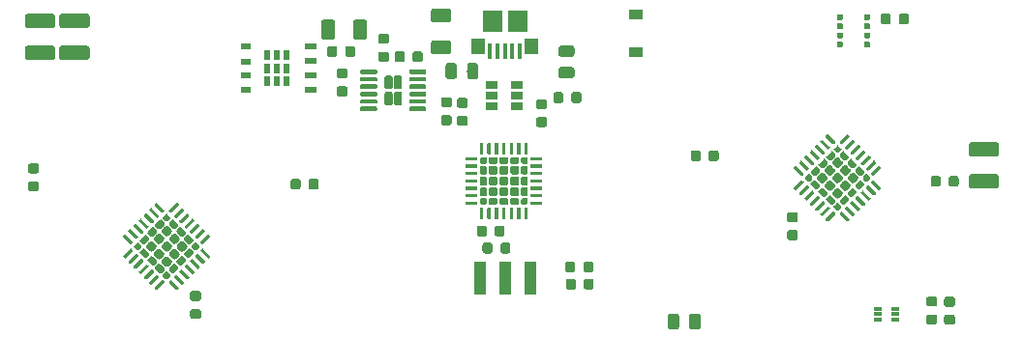
<source format=gbr>
G04 #@! TF.GenerationSoftware,KiCad,Pcbnew,(5.1.4)-1*
G04 #@! TF.CreationDate,2020-01-25T19:49:42-07:00*
G04 #@! TF.ProjectId,PCBV1,50434256-312e-46b6-9963-61645f706362,rev?*
G04 #@! TF.SameCoordinates,Original*
G04 #@! TF.FileFunction,Paste,Bot*
G04 #@! TF.FilePolarity,Positive*
%FSLAX46Y46*%
G04 Gerber Fmt 4.6, Leading zero omitted, Abs format (unit mm)*
G04 Created by KiCad (PCBNEW (5.1.4)-1) date 2020-01-25 19:49:42*
%MOMM*%
%LPD*%
G04 APERTURE LIST*
%ADD10C,0.100000*%
%ADD11C,0.975000*%
%ADD12R,1.200000X0.900000*%
%ADD13C,0.875000*%
%ADD14R,1.000000X3.000000*%
%ADD15R,1.060000X0.650000*%
%ADD16R,1.150000X1.450000*%
%ADD17R,1.750000X1.900000*%
%ADD18R,0.400000X1.400000*%
%ADD19C,0.500000*%
%ADD20R,0.700000X0.400000*%
%ADD21C,0.300000*%
%ADD22C,0.460271*%
%ADD23C,0.477399*%
%ADD24C,0.765914*%
%ADD25C,1.250000*%
%ADD26R,0.600000X0.900000*%
%ADD27R,0.900000X0.600000*%
%ADD28R,1.050000X0.600000*%
%ADD29C,0.690000*%
%ADD30C,0.400000*%
G04 APERTURE END LIST*
D10*
G36*
X105855142Y-53601174D02*
G01*
X105878803Y-53604684D01*
X105902007Y-53610496D01*
X105924529Y-53618554D01*
X105946153Y-53628782D01*
X105966670Y-53641079D01*
X105985883Y-53655329D01*
X106003607Y-53671393D01*
X106019671Y-53689117D01*
X106033921Y-53708330D01*
X106046218Y-53728847D01*
X106056446Y-53750471D01*
X106064504Y-53772993D01*
X106070316Y-53796197D01*
X106073826Y-53819858D01*
X106075000Y-53843750D01*
X106075000Y-54331250D01*
X106073826Y-54355142D01*
X106070316Y-54378803D01*
X106064504Y-54402007D01*
X106056446Y-54424529D01*
X106046218Y-54446153D01*
X106033921Y-54466670D01*
X106019671Y-54485883D01*
X106003607Y-54503607D01*
X105985883Y-54519671D01*
X105966670Y-54533921D01*
X105946153Y-54546218D01*
X105924529Y-54556446D01*
X105902007Y-54564504D01*
X105878803Y-54570316D01*
X105855142Y-54573826D01*
X105831250Y-54575000D01*
X104918750Y-54575000D01*
X104894858Y-54573826D01*
X104871197Y-54570316D01*
X104847993Y-54564504D01*
X104825471Y-54556446D01*
X104803847Y-54546218D01*
X104783330Y-54533921D01*
X104764117Y-54519671D01*
X104746393Y-54503607D01*
X104730329Y-54485883D01*
X104716079Y-54466670D01*
X104703782Y-54446153D01*
X104693554Y-54424529D01*
X104685496Y-54402007D01*
X104679684Y-54378803D01*
X104676174Y-54355142D01*
X104675000Y-54331250D01*
X104675000Y-53843750D01*
X104676174Y-53819858D01*
X104679684Y-53796197D01*
X104685496Y-53772993D01*
X104693554Y-53750471D01*
X104703782Y-53728847D01*
X104716079Y-53708330D01*
X104730329Y-53689117D01*
X104746393Y-53671393D01*
X104764117Y-53655329D01*
X104783330Y-53641079D01*
X104803847Y-53628782D01*
X104825471Y-53618554D01*
X104847993Y-53610496D01*
X104871197Y-53604684D01*
X104894858Y-53601174D01*
X104918750Y-53600000D01*
X105831250Y-53600000D01*
X105855142Y-53601174D01*
X105855142Y-53601174D01*
G37*
D11*
X105375000Y-54087500D03*
D10*
G36*
X105855142Y-55476174D02*
G01*
X105878803Y-55479684D01*
X105902007Y-55485496D01*
X105924529Y-55493554D01*
X105946153Y-55503782D01*
X105966670Y-55516079D01*
X105985883Y-55530329D01*
X106003607Y-55546393D01*
X106019671Y-55564117D01*
X106033921Y-55583330D01*
X106046218Y-55603847D01*
X106056446Y-55625471D01*
X106064504Y-55647993D01*
X106070316Y-55671197D01*
X106073826Y-55694858D01*
X106075000Y-55718750D01*
X106075000Y-56206250D01*
X106073826Y-56230142D01*
X106070316Y-56253803D01*
X106064504Y-56277007D01*
X106056446Y-56299529D01*
X106046218Y-56321153D01*
X106033921Y-56341670D01*
X106019671Y-56360883D01*
X106003607Y-56378607D01*
X105985883Y-56394671D01*
X105966670Y-56408921D01*
X105946153Y-56421218D01*
X105924529Y-56431446D01*
X105902007Y-56439504D01*
X105878803Y-56445316D01*
X105855142Y-56448826D01*
X105831250Y-56450000D01*
X104918750Y-56450000D01*
X104894858Y-56448826D01*
X104871197Y-56445316D01*
X104847993Y-56439504D01*
X104825471Y-56431446D01*
X104803847Y-56421218D01*
X104783330Y-56408921D01*
X104764117Y-56394671D01*
X104746393Y-56378607D01*
X104730329Y-56360883D01*
X104716079Y-56341670D01*
X104703782Y-56321153D01*
X104693554Y-56299529D01*
X104685496Y-56277007D01*
X104679684Y-56253803D01*
X104676174Y-56230142D01*
X104675000Y-56206250D01*
X104675000Y-55718750D01*
X104676174Y-55694858D01*
X104679684Y-55671197D01*
X104685496Y-55647993D01*
X104693554Y-55625471D01*
X104703782Y-55603847D01*
X104716079Y-55583330D01*
X104730329Y-55564117D01*
X104746393Y-55546393D01*
X104764117Y-55530329D01*
X104783330Y-55516079D01*
X104803847Y-55503782D01*
X104825471Y-55493554D01*
X104847993Y-55485496D01*
X104871197Y-55479684D01*
X104894858Y-55476174D01*
X104918750Y-55475000D01*
X105831250Y-55475000D01*
X105855142Y-55476174D01*
X105855142Y-55476174D01*
G37*
D11*
X105375000Y-55962500D03*
D12*
X111450000Y-50850000D03*
X111450000Y-54150000D03*
D10*
G36*
X116880142Y-77076174D02*
G01*
X116903803Y-77079684D01*
X116927007Y-77085496D01*
X116949529Y-77093554D01*
X116971153Y-77103782D01*
X116991670Y-77116079D01*
X117010883Y-77130329D01*
X117028607Y-77146393D01*
X117044671Y-77164117D01*
X117058921Y-77183330D01*
X117071218Y-77203847D01*
X117081446Y-77225471D01*
X117089504Y-77247993D01*
X117095316Y-77271197D01*
X117098826Y-77294858D01*
X117100000Y-77318750D01*
X117100000Y-78231250D01*
X117098826Y-78255142D01*
X117095316Y-78278803D01*
X117089504Y-78302007D01*
X117081446Y-78324529D01*
X117071218Y-78346153D01*
X117058921Y-78366670D01*
X117044671Y-78385883D01*
X117028607Y-78403607D01*
X117010883Y-78419671D01*
X116991670Y-78433921D01*
X116971153Y-78446218D01*
X116949529Y-78456446D01*
X116927007Y-78464504D01*
X116903803Y-78470316D01*
X116880142Y-78473826D01*
X116856250Y-78475000D01*
X116368750Y-78475000D01*
X116344858Y-78473826D01*
X116321197Y-78470316D01*
X116297993Y-78464504D01*
X116275471Y-78456446D01*
X116253847Y-78446218D01*
X116233330Y-78433921D01*
X116214117Y-78419671D01*
X116196393Y-78403607D01*
X116180329Y-78385883D01*
X116166079Y-78366670D01*
X116153782Y-78346153D01*
X116143554Y-78324529D01*
X116135496Y-78302007D01*
X116129684Y-78278803D01*
X116126174Y-78255142D01*
X116125000Y-78231250D01*
X116125000Y-77318750D01*
X116126174Y-77294858D01*
X116129684Y-77271197D01*
X116135496Y-77247993D01*
X116143554Y-77225471D01*
X116153782Y-77203847D01*
X116166079Y-77183330D01*
X116180329Y-77164117D01*
X116196393Y-77146393D01*
X116214117Y-77130329D01*
X116233330Y-77116079D01*
X116253847Y-77103782D01*
X116275471Y-77093554D01*
X116297993Y-77085496D01*
X116321197Y-77079684D01*
X116344858Y-77076174D01*
X116368750Y-77075000D01*
X116856250Y-77075000D01*
X116880142Y-77076174D01*
X116880142Y-77076174D01*
G37*
D11*
X116612500Y-77775000D03*
D10*
G36*
X115005142Y-77076174D02*
G01*
X115028803Y-77079684D01*
X115052007Y-77085496D01*
X115074529Y-77093554D01*
X115096153Y-77103782D01*
X115116670Y-77116079D01*
X115135883Y-77130329D01*
X115153607Y-77146393D01*
X115169671Y-77164117D01*
X115183921Y-77183330D01*
X115196218Y-77203847D01*
X115206446Y-77225471D01*
X115214504Y-77247993D01*
X115220316Y-77271197D01*
X115223826Y-77294858D01*
X115225000Y-77318750D01*
X115225000Y-78231250D01*
X115223826Y-78255142D01*
X115220316Y-78278803D01*
X115214504Y-78302007D01*
X115206446Y-78324529D01*
X115196218Y-78346153D01*
X115183921Y-78366670D01*
X115169671Y-78385883D01*
X115153607Y-78403607D01*
X115135883Y-78419671D01*
X115116670Y-78433921D01*
X115096153Y-78446218D01*
X115074529Y-78456446D01*
X115052007Y-78464504D01*
X115028803Y-78470316D01*
X115005142Y-78473826D01*
X114981250Y-78475000D01*
X114493750Y-78475000D01*
X114469858Y-78473826D01*
X114446197Y-78470316D01*
X114422993Y-78464504D01*
X114400471Y-78456446D01*
X114378847Y-78446218D01*
X114358330Y-78433921D01*
X114339117Y-78419671D01*
X114321393Y-78403607D01*
X114305329Y-78385883D01*
X114291079Y-78366670D01*
X114278782Y-78346153D01*
X114268554Y-78324529D01*
X114260496Y-78302007D01*
X114254684Y-78278803D01*
X114251174Y-78255142D01*
X114250000Y-78231250D01*
X114250000Y-77318750D01*
X114251174Y-77294858D01*
X114254684Y-77271197D01*
X114260496Y-77247993D01*
X114268554Y-77225471D01*
X114278782Y-77203847D01*
X114291079Y-77183330D01*
X114305329Y-77164117D01*
X114321393Y-77146393D01*
X114339117Y-77130329D01*
X114358330Y-77116079D01*
X114378847Y-77103782D01*
X114400471Y-77093554D01*
X114422993Y-77085496D01*
X114446197Y-77079684D01*
X114469858Y-77076174D01*
X114493750Y-77075000D01*
X114981250Y-77075000D01*
X115005142Y-77076174D01*
X115005142Y-77076174D01*
G37*
D11*
X114737500Y-77775000D03*
D10*
G36*
X107527691Y-72526053D02*
G01*
X107548926Y-72529203D01*
X107569750Y-72534419D01*
X107589962Y-72541651D01*
X107609368Y-72550830D01*
X107627781Y-72561866D01*
X107645024Y-72574654D01*
X107660930Y-72589070D01*
X107675346Y-72604976D01*
X107688134Y-72622219D01*
X107699170Y-72640632D01*
X107708349Y-72660038D01*
X107715581Y-72680250D01*
X107720797Y-72701074D01*
X107723947Y-72722309D01*
X107725000Y-72743750D01*
X107725000Y-73256250D01*
X107723947Y-73277691D01*
X107720797Y-73298926D01*
X107715581Y-73319750D01*
X107708349Y-73339962D01*
X107699170Y-73359368D01*
X107688134Y-73377781D01*
X107675346Y-73395024D01*
X107660930Y-73410930D01*
X107645024Y-73425346D01*
X107627781Y-73438134D01*
X107609368Y-73449170D01*
X107589962Y-73458349D01*
X107569750Y-73465581D01*
X107548926Y-73470797D01*
X107527691Y-73473947D01*
X107506250Y-73475000D01*
X107068750Y-73475000D01*
X107047309Y-73473947D01*
X107026074Y-73470797D01*
X107005250Y-73465581D01*
X106985038Y-73458349D01*
X106965632Y-73449170D01*
X106947219Y-73438134D01*
X106929976Y-73425346D01*
X106914070Y-73410930D01*
X106899654Y-73395024D01*
X106886866Y-73377781D01*
X106875830Y-73359368D01*
X106866651Y-73339962D01*
X106859419Y-73319750D01*
X106854203Y-73298926D01*
X106851053Y-73277691D01*
X106850000Y-73256250D01*
X106850000Y-72743750D01*
X106851053Y-72722309D01*
X106854203Y-72701074D01*
X106859419Y-72680250D01*
X106866651Y-72660038D01*
X106875830Y-72640632D01*
X106886866Y-72622219D01*
X106899654Y-72604976D01*
X106914070Y-72589070D01*
X106929976Y-72574654D01*
X106947219Y-72561866D01*
X106965632Y-72550830D01*
X106985038Y-72541651D01*
X107005250Y-72534419D01*
X107026074Y-72529203D01*
X107047309Y-72526053D01*
X107068750Y-72525000D01*
X107506250Y-72525000D01*
X107527691Y-72526053D01*
X107527691Y-72526053D01*
G37*
D13*
X107287500Y-73000000D03*
D10*
G36*
X105952691Y-72526053D02*
G01*
X105973926Y-72529203D01*
X105994750Y-72534419D01*
X106014962Y-72541651D01*
X106034368Y-72550830D01*
X106052781Y-72561866D01*
X106070024Y-72574654D01*
X106085930Y-72589070D01*
X106100346Y-72604976D01*
X106113134Y-72622219D01*
X106124170Y-72640632D01*
X106133349Y-72660038D01*
X106140581Y-72680250D01*
X106145797Y-72701074D01*
X106148947Y-72722309D01*
X106150000Y-72743750D01*
X106150000Y-73256250D01*
X106148947Y-73277691D01*
X106145797Y-73298926D01*
X106140581Y-73319750D01*
X106133349Y-73339962D01*
X106124170Y-73359368D01*
X106113134Y-73377781D01*
X106100346Y-73395024D01*
X106085930Y-73410930D01*
X106070024Y-73425346D01*
X106052781Y-73438134D01*
X106034368Y-73449170D01*
X106014962Y-73458349D01*
X105994750Y-73465581D01*
X105973926Y-73470797D01*
X105952691Y-73473947D01*
X105931250Y-73475000D01*
X105493750Y-73475000D01*
X105472309Y-73473947D01*
X105451074Y-73470797D01*
X105430250Y-73465581D01*
X105410038Y-73458349D01*
X105390632Y-73449170D01*
X105372219Y-73438134D01*
X105354976Y-73425346D01*
X105339070Y-73410930D01*
X105324654Y-73395024D01*
X105311866Y-73377781D01*
X105300830Y-73359368D01*
X105291651Y-73339962D01*
X105284419Y-73319750D01*
X105279203Y-73298926D01*
X105276053Y-73277691D01*
X105275000Y-73256250D01*
X105275000Y-72743750D01*
X105276053Y-72722309D01*
X105279203Y-72701074D01*
X105284419Y-72680250D01*
X105291651Y-72660038D01*
X105300830Y-72640632D01*
X105311866Y-72622219D01*
X105324654Y-72604976D01*
X105339070Y-72589070D01*
X105354976Y-72574654D01*
X105372219Y-72561866D01*
X105390632Y-72550830D01*
X105410038Y-72541651D01*
X105430250Y-72534419D01*
X105451074Y-72529203D01*
X105472309Y-72526053D01*
X105493750Y-72525000D01*
X105931250Y-72525000D01*
X105952691Y-72526053D01*
X105952691Y-72526053D01*
G37*
D13*
X105712500Y-73000000D03*
D10*
G36*
X105990191Y-74026053D02*
G01*
X106011426Y-74029203D01*
X106032250Y-74034419D01*
X106052462Y-74041651D01*
X106071868Y-74050830D01*
X106090281Y-74061866D01*
X106107524Y-74074654D01*
X106123430Y-74089070D01*
X106137846Y-74104976D01*
X106150634Y-74122219D01*
X106161670Y-74140632D01*
X106170849Y-74160038D01*
X106178081Y-74180250D01*
X106183297Y-74201074D01*
X106186447Y-74222309D01*
X106187500Y-74243750D01*
X106187500Y-74756250D01*
X106186447Y-74777691D01*
X106183297Y-74798926D01*
X106178081Y-74819750D01*
X106170849Y-74839962D01*
X106161670Y-74859368D01*
X106150634Y-74877781D01*
X106137846Y-74895024D01*
X106123430Y-74910930D01*
X106107524Y-74925346D01*
X106090281Y-74938134D01*
X106071868Y-74949170D01*
X106052462Y-74958349D01*
X106032250Y-74965581D01*
X106011426Y-74970797D01*
X105990191Y-74973947D01*
X105968750Y-74975000D01*
X105531250Y-74975000D01*
X105509809Y-74973947D01*
X105488574Y-74970797D01*
X105467750Y-74965581D01*
X105447538Y-74958349D01*
X105428132Y-74949170D01*
X105409719Y-74938134D01*
X105392476Y-74925346D01*
X105376570Y-74910930D01*
X105362154Y-74895024D01*
X105349366Y-74877781D01*
X105338330Y-74859368D01*
X105329151Y-74839962D01*
X105321919Y-74819750D01*
X105316703Y-74798926D01*
X105313553Y-74777691D01*
X105312500Y-74756250D01*
X105312500Y-74243750D01*
X105313553Y-74222309D01*
X105316703Y-74201074D01*
X105321919Y-74180250D01*
X105329151Y-74160038D01*
X105338330Y-74140632D01*
X105349366Y-74122219D01*
X105362154Y-74104976D01*
X105376570Y-74089070D01*
X105392476Y-74074654D01*
X105409719Y-74061866D01*
X105428132Y-74050830D01*
X105447538Y-74041651D01*
X105467750Y-74034419D01*
X105488574Y-74029203D01*
X105509809Y-74026053D01*
X105531250Y-74025000D01*
X105968750Y-74025000D01*
X105990191Y-74026053D01*
X105990191Y-74026053D01*
G37*
D13*
X105750000Y-74500000D03*
D10*
G36*
X107565191Y-74026053D02*
G01*
X107586426Y-74029203D01*
X107607250Y-74034419D01*
X107627462Y-74041651D01*
X107646868Y-74050830D01*
X107665281Y-74061866D01*
X107682524Y-74074654D01*
X107698430Y-74089070D01*
X107712846Y-74104976D01*
X107725634Y-74122219D01*
X107736670Y-74140632D01*
X107745849Y-74160038D01*
X107753081Y-74180250D01*
X107758297Y-74201074D01*
X107761447Y-74222309D01*
X107762500Y-74243750D01*
X107762500Y-74756250D01*
X107761447Y-74777691D01*
X107758297Y-74798926D01*
X107753081Y-74819750D01*
X107745849Y-74839962D01*
X107736670Y-74859368D01*
X107725634Y-74877781D01*
X107712846Y-74895024D01*
X107698430Y-74910930D01*
X107682524Y-74925346D01*
X107665281Y-74938134D01*
X107646868Y-74949170D01*
X107627462Y-74958349D01*
X107607250Y-74965581D01*
X107586426Y-74970797D01*
X107565191Y-74973947D01*
X107543750Y-74975000D01*
X107106250Y-74975000D01*
X107084809Y-74973947D01*
X107063574Y-74970797D01*
X107042750Y-74965581D01*
X107022538Y-74958349D01*
X107003132Y-74949170D01*
X106984719Y-74938134D01*
X106967476Y-74925346D01*
X106951570Y-74910930D01*
X106937154Y-74895024D01*
X106924366Y-74877781D01*
X106913330Y-74859368D01*
X106904151Y-74839962D01*
X106896919Y-74819750D01*
X106891703Y-74798926D01*
X106888553Y-74777691D01*
X106887500Y-74756250D01*
X106887500Y-74243750D01*
X106888553Y-74222309D01*
X106891703Y-74201074D01*
X106896919Y-74180250D01*
X106904151Y-74160038D01*
X106913330Y-74140632D01*
X106924366Y-74122219D01*
X106937154Y-74104976D01*
X106951570Y-74089070D01*
X106967476Y-74074654D01*
X106984719Y-74061866D01*
X107003132Y-74050830D01*
X107022538Y-74041651D01*
X107042750Y-74034419D01*
X107063574Y-74029203D01*
X107084809Y-74026053D01*
X107106250Y-74025000D01*
X107543750Y-74025000D01*
X107565191Y-74026053D01*
X107565191Y-74026053D01*
G37*
D13*
X107325000Y-74500000D03*
D10*
G36*
X139490191Y-65026053D02*
G01*
X139511426Y-65029203D01*
X139532250Y-65034419D01*
X139552462Y-65041651D01*
X139571868Y-65050830D01*
X139590281Y-65061866D01*
X139607524Y-65074654D01*
X139623430Y-65089070D01*
X139637846Y-65104976D01*
X139650634Y-65122219D01*
X139661670Y-65140632D01*
X139670849Y-65160038D01*
X139678081Y-65180250D01*
X139683297Y-65201074D01*
X139686447Y-65222309D01*
X139687500Y-65243750D01*
X139687500Y-65756250D01*
X139686447Y-65777691D01*
X139683297Y-65798926D01*
X139678081Y-65819750D01*
X139670849Y-65839962D01*
X139661670Y-65859368D01*
X139650634Y-65877781D01*
X139637846Y-65895024D01*
X139623430Y-65910930D01*
X139607524Y-65925346D01*
X139590281Y-65938134D01*
X139571868Y-65949170D01*
X139552462Y-65958349D01*
X139532250Y-65965581D01*
X139511426Y-65970797D01*
X139490191Y-65973947D01*
X139468750Y-65975000D01*
X139031250Y-65975000D01*
X139009809Y-65973947D01*
X138988574Y-65970797D01*
X138967750Y-65965581D01*
X138947538Y-65958349D01*
X138928132Y-65949170D01*
X138909719Y-65938134D01*
X138892476Y-65925346D01*
X138876570Y-65910930D01*
X138862154Y-65895024D01*
X138849366Y-65877781D01*
X138838330Y-65859368D01*
X138829151Y-65839962D01*
X138821919Y-65819750D01*
X138816703Y-65798926D01*
X138813553Y-65777691D01*
X138812500Y-65756250D01*
X138812500Y-65243750D01*
X138813553Y-65222309D01*
X138816703Y-65201074D01*
X138821919Y-65180250D01*
X138829151Y-65160038D01*
X138838330Y-65140632D01*
X138849366Y-65122219D01*
X138862154Y-65104976D01*
X138876570Y-65089070D01*
X138892476Y-65074654D01*
X138909719Y-65061866D01*
X138928132Y-65050830D01*
X138947538Y-65041651D01*
X138967750Y-65034419D01*
X138988574Y-65029203D01*
X139009809Y-65026053D01*
X139031250Y-65025000D01*
X139468750Y-65025000D01*
X139490191Y-65026053D01*
X139490191Y-65026053D01*
G37*
D13*
X139250000Y-65500000D03*
D10*
G36*
X137915191Y-65026053D02*
G01*
X137936426Y-65029203D01*
X137957250Y-65034419D01*
X137977462Y-65041651D01*
X137996868Y-65050830D01*
X138015281Y-65061866D01*
X138032524Y-65074654D01*
X138048430Y-65089070D01*
X138062846Y-65104976D01*
X138075634Y-65122219D01*
X138086670Y-65140632D01*
X138095849Y-65160038D01*
X138103081Y-65180250D01*
X138108297Y-65201074D01*
X138111447Y-65222309D01*
X138112500Y-65243750D01*
X138112500Y-65756250D01*
X138111447Y-65777691D01*
X138108297Y-65798926D01*
X138103081Y-65819750D01*
X138095849Y-65839962D01*
X138086670Y-65859368D01*
X138075634Y-65877781D01*
X138062846Y-65895024D01*
X138048430Y-65910930D01*
X138032524Y-65925346D01*
X138015281Y-65938134D01*
X137996868Y-65949170D01*
X137977462Y-65958349D01*
X137957250Y-65965581D01*
X137936426Y-65970797D01*
X137915191Y-65973947D01*
X137893750Y-65975000D01*
X137456250Y-65975000D01*
X137434809Y-65973947D01*
X137413574Y-65970797D01*
X137392750Y-65965581D01*
X137372538Y-65958349D01*
X137353132Y-65949170D01*
X137334719Y-65938134D01*
X137317476Y-65925346D01*
X137301570Y-65910930D01*
X137287154Y-65895024D01*
X137274366Y-65877781D01*
X137263330Y-65859368D01*
X137254151Y-65839962D01*
X137246919Y-65819750D01*
X137241703Y-65798926D01*
X137238553Y-65777691D01*
X137237500Y-65756250D01*
X137237500Y-65243750D01*
X137238553Y-65222309D01*
X137241703Y-65201074D01*
X137246919Y-65180250D01*
X137254151Y-65160038D01*
X137263330Y-65140632D01*
X137274366Y-65122219D01*
X137287154Y-65104976D01*
X137301570Y-65089070D01*
X137317476Y-65074654D01*
X137334719Y-65061866D01*
X137353132Y-65050830D01*
X137372538Y-65041651D01*
X137392750Y-65034419D01*
X137413574Y-65029203D01*
X137434809Y-65026053D01*
X137456250Y-65025000D01*
X137893750Y-65025000D01*
X137915191Y-65026053D01*
X137915191Y-65026053D01*
G37*
D13*
X137675000Y-65500000D03*
D10*
G36*
X118490191Y-62776053D02*
G01*
X118511426Y-62779203D01*
X118532250Y-62784419D01*
X118552462Y-62791651D01*
X118571868Y-62800830D01*
X118590281Y-62811866D01*
X118607524Y-62824654D01*
X118623430Y-62839070D01*
X118637846Y-62854976D01*
X118650634Y-62872219D01*
X118661670Y-62890632D01*
X118670849Y-62910038D01*
X118678081Y-62930250D01*
X118683297Y-62951074D01*
X118686447Y-62972309D01*
X118687500Y-62993750D01*
X118687500Y-63506250D01*
X118686447Y-63527691D01*
X118683297Y-63548926D01*
X118678081Y-63569750D01*
X118670849Y-63589962D01*
X118661670Y-63609368D01*
X118650634Y-63627781D01*
X118637846Y-63645024D01*
X118623430Y-63660930D01*
X118607524Y-63675346D01*
X118590281Y-63688134D01*
X118571868Y-63699170D01*
X118552462Y-63708349D01*
X118532250Y-63715581D01*
X118511426Y-63720797D01*
X118490191Y-63723947D01*
X118468750Y-63725000D01*
X118031250Y-63725000D01*
X118009809Y-63723947D01*
X117988574Y-63720797D01*
X117967750Y-63715581D01*
X117947538Y-63708349D01*
X117928132Y-63699170D01*
X117909719Y-63688134D01*
X117892476Y-63675346D01*
X117876570Y-63660930D01*
X117862154Y-63645024D01*
X117849366Y-63627781D01*
X117838330Y-63609368D01*
X117829151Y-63589962D01*
X117821919Y-63569750D01*
X117816703Y-63548926D01*
X117813553Y-63527691D01*
X117812500Y-63506250D01*
X117812500Y-62993750D01*
X117813553Y-62972309D01*
X117816703Y-62951074D01*
X117821919Y-62930250D01*
X117829151Y-62910038D01*
X117838330Y-62890632D01*
X117849366Y-62872219D01*
X117862154Y-62854976D01*
X117876570Y-62839070D01*
X117892476Y-62824654D01*
X117909719Y-62811866D01*
X117928132Y-62800830D01*
X117947538Y-62791651D01*
X117967750Y-62784419D01*
X117988574Y-62779203D01*
X118009809Y-62776053D01*
X118031250Y-62775000D01*
X118468750Y-62775000D01*
X118490191Y-62776053D01*
X118490191Y-62776053D01*
G37*
D13*
X118250000Y-63250000D03*
D10*
G36*
X116915191Y-62776053D02*
G01*
X116936426Y-62779203D01*
X116957250Y-62784419D01*
X116977462Y-62791651D01*
X116996868Y-62800830D01*
X117015281Y-62811866D01*
X117032524Y-62824654D01*
X117048430Y-62839070D01*
X117062846Y-62854976D01*
X117075634Y-62872219D01*
X117086670Y-62890632D01*
X117095849Y-62910038D01*
X117103081Y-62930250D01*
X117108297Y-62951074D01*
X117111447Y-62972309D01*
X117112500Y-62993750D01*
X117112500Y-63506250D01*
X117111447Y-63527691D01*
X117108297Y-63548926D01*
X117103081Y-63569750D01*
X117095849Y-63589962D01*
X117086670Y-63609368D01*
X117075634Y-63627781D01*
X117062846Y-63645024D01*
X117048430Y-63660930D01*
X117032524Y-63675346D01*
X117015281Y-63688134D01*
X116996868Y-63699170D01*
X116977462Y-63708349D01*
X116957250Y-63715581D01*
X116936426Y-63720797D01*
X116915191Y-63723947D01*
X116893750Y-63725000D01*
X116456250Y-63725000D01*
X116434809Y-63723947D01*
X116413574Y-63720797D01*
X116392750Y-63715581D01*
X116372538Y-63708349D01*
X116353132Y-63699170D01*
X116334719Y-63688134D01*
X116317476Y-63675346D01*
X116301570Y-63660930D01*
X116287154Y-63645024D01*
X116274366Y-63627781D01*
X116263330Y-63609368D01*
X116254151Y-63589962D01*
X116246919Y-63569750D01*
X116241703Y-63548926D01*
X116238553Y-63527691D01*
X116237500Y-63506250D01*
X116237500Y-62993750D01*
X116238553Y-62972309D01*
X116241703Y-62951074D01*
X116246919Y-62930250D01*
X116254151Y-62910038D01*
X116263330Y-62890632D01*
X116274366Y-62872219D01*
X116287154Y-62854976D01*
X116301570Y-62839070D01*
X116317476Y-62824654D01*
X116334719Y-62811866D01*
X116353132Y-62800830D01*
X116372538Y-62791651D01*
X116392750Y-62784419D01*
X116413574Y-62779203D01*
X116434809Y-62776053D01*
X116456250Y-62775000D01*
X116893750Y-62775000D01*
X116915191Y-62776053D01*
X116915191Y-62776053D01*
G37*
D13*
X116675000Y-63250000D03*
D10*
G36*
X83490191Y-65276053D02*
G01*
X83511426Y-65279203D01*
X83532250Y-65284419D01*
X83552462Y-65291651D01*
X83571868Y-65300830D01*
X83590281Y-65311866D01*
X83607524Y-65324654D01*
X83623430Y-65339070D01*
X83637846Y-65354976D01*
X83650634Y-65372219D01*
X83661670Y-65390632D01*
X83670849Y-65410038D01*
X83678081Y-65430250D01*
X83683297Y-65451074D01*
X83686447Y-65472309D01*
X83687500Y-65493750D01*
X83687500Y-66006250D01*
X83686447Y-66027691D01*
X83683297Y-66048926D01*
X83678081Y-66069750D01*
X83670849Y-66089962D01*
X83661670Y-66109368D01*
X83650634Y-66127781D01*
X83637846Y-66145024D01*
X83623430Y-66160930D01*
X83607524Y-66175346D01*
X83590281Y-66188134D01*
X83571868Y-66199170D01*
X83552462Y-66208349D01*
X83532250Y-66215581D01*
X83511426Y-66220797D01*
X83490191Y-66223947D01*
X83468750Y-66225000D01*
X83031250Y-66225000D01*
X83009809Y-66223947D01*
X82988574Y-66220797D01*
X82967750Y-66215581D01*
X82947538Y-66208349D01*
X82928132Y-66199170D01*
X82909719Y-66188134D01*
X82892476Y-66175346D01*
X82876570Y-66160930D01*
X82862154Y-66145024D01*
X82849366Y-66127781D01*
X82838330Y-66109368D01*
X82829151Y-66089962D01*
X82821919Y-66069750D01*
X82816703Y-66048926D01*
X82813553Y-66027691D01*
X82812500Y-66006250D01*
X82812500Y-65493750D01*
X82813553Y-65472309D01*
X82816703Y-65451074D01*
X82821919Y-65430250D01*
X82829151Y-65410038D01*
X82838330Y-65390632D01*
X82849366Y-65372219D01*
X82862154Y-65354976D01*
X82876570Y-65339070D01*
X82892476Y-65324654D01*
X82909719Y-65311866D01*
X82928132Y-65300830D01*
X82947538Y-65291651D01*
X82967750Y-65284419D01*
X82988574Y-65279203D01*
X83009809Y-65276053D01*
X83031250Y-65275000D01*
X83468750Y-65275000D01*
X83490191Y-65276053D01*
X83490191Y-65276053D01*
G37*
D13*
X83250000Y-65750000D03*
D10*
G36*
X81915191Y-65276053D02*
G01*
X81936426Y-65279203D01*
X81957250Y-65284419D01*
X81977462Y-65291651D01*
X81996868Y-65300830D01*
X82015281Y-65311866D01*
X82032524Y-65324654D01*
X82048430Y-65339070D01*
X82062846Y-65354976D01*
X82075634Y-65372219D01*
X82086670Y-65390632D01*
X82095849Y-65410038D01*
X82103081Y-65430250D01*
X82108297Y-65451074D01*
X82111447Y-65472309D01*
X82112500Y-65493750D01*
X82112500Y-66006250D01*
X82111447Y-66027691D01*
X82108297Y-66048926D01*
X82103081Y-66069750D01*
X82095849Y-66089962D01*
X82086670Y-66109368D01*
X82075634Y-66127781D01*
X82062846Y-66145024D01*
X82048430Y-66160930D01*
X82032524Y-66175346D01*
X82015281Y-66188134D01*
X81996868Y-66199170D01*
X81977462Y-66208349D01*
X81957250Y-66215581D01*
X81936426Y-66220797D01*
X81915191Y-66223947D01*
X81893750Y-66225000D01*
X81456250Y-66225000D01*
X81434809Y-66223947D01*
X81413574Y-66220797D01*
X81392750Y-66215581D01*
X81372538Y-66208349D01*
X81353132Y-66199170D01*
X81334719Y-66188134D01*
X81317476Y-66175346D01*
X81301570Y-66160930D01*
X81287154Y-66145024D01*
X81274366Y-66127781D01*
X81263330Y-66109368D01*
X81254151Y-66089962D01*
X81246919Y-66069750D01*
X81241703Y-66048926D01*
X81238553Y-66027691D01*
X81237500Y-66006250D01*
X81237500Y-65493750D01*
X81238553Y-65472309D01*
X81241703Y-65451074D01*
X81246919Y-65430250D01*
X81254151Y-65410038D01*
X81263330Y-65390632D01*
X81274366Y-65372219D01*
X81287154Y-65354976D01*
X81301570Y-65339070D01*
X81317476Y-65324654D01*
X81334719Y-65311866D01*
X81353132Y-65300830D01*
X81372538Y-65291651D01*
X81392750Y-65284419D01*
X81413574Y-65279203D01*
X81434809Y-65276053D01*
X81456250Y-65275000D01*
X81893750Y-65275000D01*
X81915191Y-65276053D01*
X81915191Y-65276053D01*
G37*
D13*
X81675000Y-65750000D03*
D14*
X97800000Y-74000000D03*
X100000000Y-74000000D03*
X102200000Y-74000000D03*
D15*
X98800000Y-57975000D03*
X98800000Y-57025000D03*
X98800000Y-58925000D03*
X101000000Y-58925000D03*
X101000000Y-57975000D03*
X101000000Y-57025000D03*
D16*
X97680000Y-53680000D03*
X102320000Y-53680000D03*
D17*
X98875000Y-51450000D03*
D18*
X100000000Y-54100000D03*
X100650000Y-54100000D03*
X101300000Y-54100000D03*
X98700000Y-54100000D03*
X99350000Y-54100000D03*
D17*
X101125000Y-51450000D03*
D10*
G36*
X131812252Y-50845602D02*
G01*
X131824386Y-50847402D01*
X131836286Y-50850382D01*
X131847835Y-50854515D01*
X131858925Y-50859760D01*
X131869446Y-50866066D01*
X131879299Y-50873374D01*
X131888388Y-50881612D01*
X131896626Y-50890701D01*
X131903934Y-50900554D01*
X131910240Y-50911075D01*
X131915485Y-50922165D01*
X131919618Y-50933714D01*
X131922598Y-50945614D01*
X131924398Y-50957748D01*
X131925000Y-50970000D01*
X131925000Y-51220000D01*
X131924398Y-51232252D01*
X131922598Y-51244386D01*
X131919618Y-51256286D01*
X131915485Y-51267835D01*
X131910240Y-51278925D01*
X131903934Y-51289446D01*
X131896626Y-51299299D01*
X131888388Y-51308388D01*
X131879299Y-51316626D01*
X131869446Y-51323934D01*
X131858925Y-51330240D01*
X131847835Y-51335485D01*
X131836286Y-51339618D01*
X131824386Y-51342598D01*
X131812252Y-51344398D01*
X131800000Y-51345000D01*
X131525000Y-51345000D01*
X131512748Y-51344398D01*
X131500614Y-51342598D01*
X131488714Y-51339618D01*
X131477165Y-51335485D01*
X131466075Y-51330240D01*
X131455554Y-51323934D01*
X131445701Y-51316626D01*
X131436612Y-51308388D01*
X131428374Y-51299299D01*
X131421066Y-51289446D01*
X131414760Y-51278925D01*
X131409515Y-51267835D01*
X131405382Y-51256286D01*
X131402402Y-51244386D01*
X131400602Y-51232252D01*
X131400000Y-51220000D01*
X131400000Y-50970000D01*
X131400602Y-50957748D01*
X131402402Y-50945614D01*
X131405382Y-50933714D01*
X131409515Y-50922165D01*
X131414760Y-50911075D01*
X131421066Y-50900554D01*
X131428374Y-50890701D01*
X131436612Y-50881612D01*
X131445701Y-50873374D01*
X131455554Y-50866066D01*
X131466075Y-50859760D01*
X131477165Y-50854515D01*
X131488714Y-50850382D01*
X131500614Y-50847402D01*
X131512748Y-50845602D01*
X131525000Y-50845000D01*
X131800000Y-50845000D01*
X131812252Y-50845602D01*
X131812252Y-50845602D01*
G37*
D19*
X131662500Y-51095000D03*
D10*
G36*
X131812252Y-51645602D02*
G01*
X131824386Y-51647402D01*
X131836286Y-51650382D01*
X131847835Y-51654515D01*
X131858925Y-51659760D01*
X131869446Y-51666066D01*
X131879299Y-51673374D01*
X131888388Y-51681612D01*
X131896626Y-51690701D01*
X131903934Y-51700554D01*
X131910240Y-51711075D01*
X131915485Y-51722165D01*
X131919618Y-51733714D01*
X131922598Y-51745614D01*
X131924398Y-51757748D01*
X131925000Y-51770000D01*
X131925000Y-52020000D01*
X131924398Y-52032252D01*
X131922598Y-52044386D01*
X131919618Y-52056286D01*
X131915485Y-52067835D01*
X131910240Y-52078925D01*
X131903934Y-52089446D01*
X131896626Y-52099299D01*
X131888388Y-52108388D01*
X131879299Y-52116626D01*
X131869446Y-52123934D01*
X131858925Y-52130240D01*
X131847835Y-52135485D01*
X131836286Y-52139618D01*
X131824386Y-52142598D01*
X131812252Y-52144398D01*
X131800000Y-52145000D01*
X131525000Y-52145000D01*
X131512748Y-52144398D01*
X131500614Y-52142598D01*
X131488714Y-52139618D01*
X131477165Y-52135485D01*
X131466075Y-52130240D01*
X131455554Y-52123934D01*
X131445701Y-52116626D01*
X131436612Y-52108388D01*
X131428374Y-52099299D01*
X131421066Y-52089446D01*
X131414760Y-52078925D01*
X131409515Y-52067835D01*
X131405382Y-52056286D01*
X131402402Y-52044386D01*
X131400602Y-52032252D01*
X131400000Y-52020000D01*
X131400000Y-51770000D01*
X131400602Y-51757748D01*
X131402402Y-51745614D01*
X131405382Y-51733714D01*
X131409515Y-51722165D01*
X131414760Y-51711075D01*
X131421066Y-51700554D01*
X131428374Y-51690701D01*
X131436612Y-51681612D01*
X131445701Y-51673374D01*
X131455554Y-51666066D01*
X131466075Y-51659760D01*
X131477165Y-51654515D01*
X131488714Y-51650382D01*
X131500614Y-51647402D01*
X131512748Y-51645602D01*
X131525000Y-51645000D01*
X131800000Y-51645000D01*
X131812252Y-51645602D01*
X131812252Y-51645602D01*
G37*
D19*
X131662500Y-51895000D03*
D10*
G36*
X131812252Y-52445602D02*
G01*
X131824386Y-52447402D01*
X131836286Y-52450382D01*
X131847835Y-52454515D01*
X131858925Y-52459760D01*
X131869446Y-52466066D01*
X131879299Y-52473374D01*
X131888388Y-52481612D01*
X131896626Y-52490701D01*
X131903934Y-52500554D01*
X131910240Y-52511075D01*
X131915485Y-52522165D01*
X131919618Y-52533714D01*
X131922598Y-52545614D01*
X131924398Y-52557748D01*
X131925000Y-52570000D01*
X131925000Y-52820000D01*
X131924398Y-52832252D01*
X131922598Y-52844386D01*
X131919618Y-52856286D01*
X131915485Y-52867835D01*
X131910240Y-52878925D01*
X131903934Y-52889446D01*
X131896626Y-52899299D01*
X131888388Y-52908388D01*
X131879299Y-52916626D01*
X131869446Y-52923934D01*
X131858925Y-52930240D01*
X131847835Y-52935485D01*
X131836286Y-52939618D01*
X131824386Y-52942598D01*
X131812252Y-52944398D01*
X131800000Y-52945000D01*
X131525000Y-52945000D01*
X131512748Y-52944398D01*
X131500614Y-52942598D01*
X131488714Y-52939618D01*
X131477165Y-52935485D01*
X131466075Y-52930240D01*
X131455554Y-52923934D01*
X131445701Y-52916626D01*
X131436612Y-52908388D01*
X131428374Y-52899299D01*
X131421066Y-52889446D01*
X131414760Y-52878925D01*
X131409515Y-52867835D01*
X131405382Y-52856286D01*
X131402402Y-52844386D01*
X131400602Y-52832252D01*
X131400000Y-52820000D01*
X131400000Y-52570000D01*
X131400602Y-52557748D01*
X131402402Y-52545614D01*
X131405382Y-52533714D01*
X131409515Y-52522165D01*
X131414760Y-52511075D01*
X131421066Y-52500554D01*
X131428374Y-52490701D01*
X131436612Y-52481612D01*
X131445701Y-52473374D01*
X131455554Y-52466066D01*
X131466075Y-52459760D01*
X131477165Y-52454515D01*
X131488714Y-52450382D01*
X131500614Y-52447402D01*
X131512748Y-52445602D01*
X131525000Y-52445000D01*
X131800000Y-52445000D01*
X131812252Y-52445602D01*
X131812252Y-52445602D01*
G37*
D19*
X131662500Y-52695000D03*
D10*
G36*
X131812252Y-53245602D02*
G01*
X131824386Y-53247402D01*
X131836286Y-53250382D01*
X131847835Y-53254515D01*
X131858925Y-53259760D01*
X131869446Y-53266066D01*
X131879299Y-53273374D01*
X131888388Y-53281612D01*
X131896626Y-53290701D01*
X131903934Y-53300554D01*
X131910240Y-53311075D01*
X131915485Y-53322165D01*
X131919618Y-53333714D01*
X131922598Y-53345614D01*
X131924398Y-53357748D01*
X131925000Y-53370000D01*
X131925000Y-53620000D01*
X131924398Y-53632252D01*
X131922598Y-53644386D01*
X131919618Y-53656286D01*
X131915485Y-53667835D01*
X131910240Y-53678925D01*
X131903934Y-53689446D01*
X131896626Y-53699299D01*
X131888388Y-53708388D01*
X131879299Y-53716626D01*
X131869446Y-53723934D01*
X131858925Y-53730240D01*
X131847835Y-53735485D01*
X131836286Y-53739618D01*
X131824386Y-53742598D01*
X131812252Y-53744398D01*
X131800000Y-53745000D01*
X131525000Y-53745000D01*
X131512748Y-53744398D01*
X131500614Y-53742598D01*
X131488714Y-53739618D01*
X131477165Y-53735485D01*
X131466075Y-53730240D01*
X131455554Y-53723934D01*
X131445701Y-53716626D01*
X131436612Y-53708388D01*
X131428374Y-53699299D01*
X131421066Y-53689446D01*
X131414760Y-53678925D01*
X131409515Y-53667835D01*
X131405382Y-53656286D01*
X131402402Y-53644386D01*
X131400602Y-53632252D01*
X131400000Y-53620000D01*
X131400000Y-53370000D01*
X131400602Y-53357748D01*
X131402402Y-53345614D01*
X131405382Y-53333714D01*
X131409515Y-53322165D01*
X131414760Y-53311075D01*
X131421066Y-53300554D01*
X131428374Y-53290701D01*
X131436612Y-53281612D01*
X131445701Y-53273374D01*
X131455554Y-53266066D01*
X131466075Y-53259760D01*
X131477165Y-53254515D01*
X131488714Y-53250382D01*
X131500614Y-53247402D01*
X131512748Y-53245602D01*
X131525000Y-53245000D01*
X131800000Y-53245000D01*
X131812252Y-53245602D01*
X131812252Y-53245602D01*
G37*
D19*
X131662500Y-53495000D03*
D10*
G36*
X129437252Y-53245602D02*
G01*
X129449386Y-53247402D01*
X129461286Y-53250382D01*
X129472835Y-53254515D01*
X129483925Y-53259760D01*
X129494446Y-53266066D01*
X129504299Y-53273374D01*
X129513388Y-53281612D01*
X129521626Y-53290701D01*
X129528934Y-53300554D01*
X129535240Y-53311075D01*
X129540485Y-53322165D01*
X129544618Y-53333714D01*
X129547598Y-53345614D01*
X129549398Y-53357748D01*
X129550000Y-53370000D01*
X129550000Y-53620000D01*
X129549398Y-53632252D01*
X129547598Y-53644386D01*
X129544618Y-53656286D01*
X129540485Y-53667835D01*
X129535240Y-53678925D01*
X129528934Y-53689446D01*
X129521626Y-53699299D01*
X129513388Y-53708388D01*
X129504299Y-53716626D01*
X129494446Y-53723934D01*
X129483925Y-53730240D01*
X129472835Y-53735485D01*
X129461286Y-53739618D01*
X129449386Y-53742598D01*
X129437252Y-53744398D01*
X129425000Y-53745000D01*
X129150000Y-53745000D01*
X129137748Y-53744398D01*
X129125614Y-53742598D01*
X129113714Y-53739618D01*
X129102165Y-53735485D01*
X129091075Y-53730240D01*
X129080554Y-53723934D01*
X129070701Y-53716626D01*
X129061612Y-53708388D01*
X129053374Y-53699299D01*
X129046066Y-53689446D01*
X129039760Y-53678925D01*
X129034515Y-53667835D01*
X129030382Y-53656286D01*
X129027402Y-53644386D01*
X129025602Y-53632252D01*
X129025000Y-53620000D01*
X129025000Y-53370000D01*
X129025602Y-53357748D01*
X129027402Y-53345614D01*
X129030382Y-53333714D01*
X129034515Y-53322165D01*
X129039760Y-53311075D01*
X129046066Y-53300554D01*
X129053374Y-53290701D01*
X129061612Y-53281612D01*
X129070701Y-53273374D01*
X129080554Y-53266066D01*
X129091075Y-53259760D01*
X129102165Y-53254515D01*
X129113714Y-53250382D01*
X129125614Y-53247402D01*
X129137748Y-53245602D01*
X129150000Y-53245000D01*
X129425000Y-53245000D01*
X129437252Y-53245602D01*
X129437252Y-53245602D01*
G37*
D19*
X129287500Y-53495000D03*
D10*
G36*
X129437252Y-52445602D02*
G01*
X129449386Y-52447402D01*
X129461286Y-52450382D01*
X129472835Y-52454515D01*
X129483925Y-52459760D01*
X129494446Y-52466066D01*
X129504299Y-52473374D01*
X129513388Y-52481612D01*
X129521626Y-52490701D01*
X129528934Y-52500554D01*
X129535240Y-52511075D01*
X129540485Y-52522165D01*
X129544618Y-52533714D01*
X129547598Y-52545614D01*
X129549398Y-52557748D01*
X129550000Y-52570000D01*
X129550000Y-52820000D01*
X129549398Y-52832252D01*
X129547598Y-52844386D01*
X129544618Y-52856286D01*
X129540485Y-52867835D01*
X129535240Y-52878925D01*
X129528934Y-52889446D01*
X129521626Y-52899299D01*
X129513388Y-52908388D01*
X129504299Y-52916626D01*
X129494446Y-52923934D01*
X129483925Y-52930240D01*
X129472835Y-52935485D01*
X129461286Y-52939618D01*
X129449386Y-52942598D01*
X129437252Y-52944398D01*
X129425000Y-52945000D01*
X129150000Y-52945000D01*
X129137748Y-52944398D01*
X129125614Y-52942598D01*
X129113714Y-52939618D01*
X129102165Y-52935485D01*
X129091075Y-52930240D01*
X129080554Y-52923934D01*
X129070701Y-52916626D01*
X129061612Y-52908388D01*
X129053374Y-52899299D01*
X129046066Y-52889446D01*
X129039760Y-52878925D01*
X129034515Y-52867835D01*
X129030382Y-52856286D01*
X129027402Y-52844386D01*
X129025602Y-52832252D01*
X129025000Y-52820000D01*
X129025000Y-52570000D01*
X129025602Y-52557748D01*
X129027402Y-52545614D01*
X129030382Y-52533714D01*
X129034515Y-52522165D01*
X129039760Y-52511075D01*
X129046066Y-52500554D01*
X129053374Y-52490701D01*
X129061612Y-52481612D01*
X129070701Y-52473374D01*
X129080554Y-52466066D01*
X129091075Y-52459760D01*
X129102165Y-52454515D01*
X129113714Y-52450382D01*
X129125614Y-52447402D01*
X129137748Y-52445602D01*
X129150000Y-52445000D01*
X129425000Y-52445000D01*
X129437252Y-52445602D01*
X129437252Y-52445602D01*
G37*
D19*
X129287500Y-52695000D03*
D10*
G36*
X129437252Y-51645602D02*
G01*
X129449386Y-51647402D01*
X129461286Y-51650382D01*
X129472835Y-51654515D01*
X129483925Y-51659760D01*
X129494446Y-51666066D01*
X129504299Y-51673374D01*
X129513388Y-51681612D01*
X129521626Y-51690701D01*
X129528934Y-51700554D01*
X129535240Y-51711075D01*
X129540485Y-51722165D01*
X129544618Y-51733714D01*
X129547598Y-51745614D01*
X129549398Y-51757748D01*
X129550000Y-51770000D01*
X129550000Y-52020000D01*
X129549398Y-52032252D01*
X129547598Y-52044386D01*
X129544618Y-52056286D01*
X129540485Y-52067835D01*
X129535240Y-52078925D01*
X129528934Y-52089446D01*
X129521626Y-52099299D01*
X129513388Y-52108388D01*
X129504299Y-52116626D01*
X129494446Y-52123934D01*
X129483925Y-52130240D01*
X129472835Y-52135485D01*
X129461286Y-52139618D01*
X129449386Y-52142598D01*
X129437252Y-52144398D01*
X129425000Y-52145000D01*
X129150000Y-52145000D01*
X129137748Y-52144398D01*
X129125614Y-52142598D01*
X129113714Y-52139618D01*
X129102165Y-52135485D01*
X129091075Y-52130240D01*
X129080554Y-52123934D01*
X129070701Y-52116626D01*
X129061612Y-52108388D01*
X129053374Y-52099299D01*
X129046066Y-52089446D01*
X129039760Y-52078925D01*
X129034515Y-52067835D01*
X129030382Y-52056286D01*
X129027402Y-52044386D01*
X129025602Y-52032252D01*
X129025000Y-52020000D01*
X129025000Y-51770000D01*
X129025602Y-51757748D01*
X129027402Y-51745614D01*
X129030382Y-51733714D01*
X129034515Y-51722165D01*
X129039760Y-51711075D01*
X129046066Y-51700554D01*
X129053374Y-51690701D01*
X129061612Y-51681612D01*
X129070701Y-51673374D01*
X129080554Y-51666066D01*
X129091075Y-51659760D01*
X129102165Y-51654515D01*
X129113714Y-51650382D01*
X129125614Y-51647402D01*
X129137748Y-51645602D01*
X129150000Y-51645000D01*
X129425000Y-51645000D01*
X129437252Y-51645602D01*
X129437252Y-51645602D01*
G37*
D19*
X129287500Y-51895000D03*
D10*
G36*
X129437252Y-50845602D02*
G01*
X129449386Y-50847402D01*
X129461286Y-50850382D01*
X129472835Y-50854515D01*
X129483925Y-50859760D01*
X129494446Y-50866066D01*
X129504299Y-50873374D01*
X129513388Y-50881612D01*
X129521626Y-50890701D01*
X129528934Y-50900554D01*
X129535240Y-50911075D01*
X129540485Y-50922165D01*
X129544618Y-50933714D01*
X129547598Y-50945614D01*
X129549398Y-50957748D01*
X129550000Y-50970000D01*
X129550000Y-51220000D01*
X129549398Y-51232252D01*
X129547598Y-51244386D01*
X129544618Y-51256286D01*
X129540485Y-51267835D01*
X129535240Y-51278925D01*
X129528934Y-51289446D01*
X129521626Y-51299299D01*
X129513388Y-51308388D01*
X129504299Y-51316626D01*
X129494446Y-51323934D01*
X129483925Y-51330240D01*
X129472835Y-51335485D01*
X129461286Y-51339618D01*
X129449386Y-51342598D01*
X129437252Y-51344398D01*
X129425000Y-51345000D01*
X129150000Y-51345000D01*
X129137748Y-51344398D01*
X129125614Y-51342598D01*
X129113714Y-51339618D01*
X129102165Y-51335485D01*
X129091075Y-51330240D01*
X129080554Y-51323934D01*
X129070701Y-51316626D01*
X129061612Y-51308388D01*
X129053374Y-51299299D01*
X129046066Y-51289446D01*
X129039760Y-51278925D01*
X129034515Y-51267835D01*
X129030382Y-51256286D01*
X129027402Y-51244386D01*
X129025602Y-51232252D01*
X129025000Y-51220000D01*
X129025000Y-50970000D01*
X129025602Y-50957748D01*
X129027402Y-50945614D01*
X129030382Y-50933714D01*
X129034515Y-50922165D01*
X129039760Y-50911075D01*
X129046066Y-50900554D01*
X129053374Y-50890701D01*
X129061612Y-50881612D01*
X129070701Y-50873374D01*
X129080554Y-50866066D01*
X129091075Y-50859760D01*
X129102165Y-50854515D01*
X129113714Y-50850382D01*
X129125614Y-50847402D01*
X129137748Y-50845602D01*
X129150000Y-50845000D01*
X129425000Y-50845000D01*
X129437252Y-50845602D01*
X129437252Y-50845602D01*
G37*
D19*
X129287500Y-51095000D03*
D20*
X134150000Y-77150000D03*
X134150000Y-76650000D03*
X132650000Y-77150000D03*
X134150000Y-77650000D03*
X132650000Y-76650000D03*
X132650000Y-77650000D03*
D10*
G36*
X137612691Y-75601053D02*
G01*
X137633926Y-75604203D01*
X137654750Y-75609419D01*
X137674962Y-75616651D01*
X137694368Y-75625830D01*
X137712781Y-75636866D01*
X137730024Y-75649654D01*
X137745930Y-75664070D01*
X137760346Y-75679976D01*
X137773134Y-75697219D01*
X137784170Y-75715632D01*
X137793349Y-75735038D01*
X137800581Y-75755250D01*
X137805797Y-75776074D01*
X137808947Y-75797309D01*
X137810000Y-75818750D01*
X137810000Y-76256250D01*
X137808947Y-76277691D01*
X137805797Y-76298926D01*
X137800581Y-76319750D01*
X137793349Y-76339962D01*
X137784170Y-76359368D01*
X137773134Y-76377781D01*
X137760346Y-76395024D01*
X137745930Y-76410930D01*
X137730024Y-76425346D01*
X137712781Y-76438134D01*
X137694368Y-76449170D01*
X137674962Y-76458349D01*
X137654750Y-76465581D01*
X137633926Y-76470797D01*
X137612691Y-76473947D01*
X137591250Y-76475000D01*
X137078750Y-76475000D01*
X137057309Y-76473947D01*
X137036074Y-76470797D01*
X137015250Y-76465581D01*
X136995038Y-76458349D01*
X136975632Y-76449170D01*
X136957219Y-76438134D01*
X136939976Y-76425346D01*
X136924070Y-76410930D01*
X136909654Y-76395024D01*
X136896866Y-76377781D01*
X136885830Y-76359368D01*
X136876651Y-76339962D01*
X136869419Y-76319750D01*
X136864203Y-76298926D01*
X136861053Y-76277691D01*
X136860000Y-76256250D01*
X136860000Y-75818750D01*
X136861053Y-75797309D01*
X136864203Y-75776074D01*
X136869419Y-75755250D01*
X136876651Y-75735038D01*
X136885830Y-75715632D01*
X136896866Y-75697219D01*
X136909654Y-75679976D01*
X136924070Y-75664070D01*
X136939976Y-75649654D01*
X136957219Y-75636866D01*
X136975632Y-75625830D01*
X136995038Y-75616651D01*
X137015250Y-75609419D01*
X137036074Y-75604203D01*
X137057309Y-75601053D01*
X137078750Y-75600000D01*
X137591250Y-75600000D01*
X137612691Y-75601053D01*
X137612691Y-75601053D01*
G37*
D13*
X137335000Y-76037500D03*
D10*
G36*
X137612691Y-77176053D02*
G01*
X137633926Y-77179203D01*
X137654750Y-77184419D01*
X137674962Y-77191651D01*
X137694368Y-77200830D01*
X137712781Y-77211866D01*
X137730024Y-77224654D01*
X137745930Y-77239070D01*
X137760346Y-77254976D01*
X137773134Y-77272219D01*
X137784170Y-77290632D01*
X137793349Y-77310038D01*
X137800581Y-77330250D01*
X137805797Y-77351074D01*
X137808947Y-77372309D01*
X137810000Y-77393750D01*
X137810000Y-77831250D01*
X137808947Y-77852691D01*
X137805797Y-77873926D01*
X137800581Y-77894750D01*
X137793349Y-77914962D01*
X137784170Y-77934368D01*
X137773134Y-77952781D01*
X137760346Y-77970024D01*
X137745930Y-77985930D01*
X137730024Y-78000346D01*
X137712781Y-78013134D01*
X137694368Y-78024170D01*
X137674962Y-78033349D01*
X137654750Y-78040581D01*
X137633926Y-78045797D01*
X137612691Y-78048947D01*
X137591250Y-78050000D01*
X137078750Y-78050000D01*
X137057309Y-78048947D01*
X137036074Y-78045797D01*
X137015250Y-78040581D01*
X136995038Y-78033349D01*
X136975632Y-78024170D01*
X136957219Y-78013134D01*
X136939976Y-78000346D01*
X136924070Y-77985930D01*
X136909654Y-77970024D01*
X136896866Y-77952781D01*
X136885830Y-77934368D01*
X136876651Y-77914962D01*
X136869419Y-77894750D01*
X136864203Y-77873926D01*
X136861053Y-77852691D01*
X136860000Y-77831250D01*
X136860000Y-77393750D01*
X136861053Y-77372309D01*
X136864203Y-77351074D01*
X136869419Y-77330250D01*
X136876651Y-77310038D01*
X136885830Y-77290632D01*
X136896866Y-77272219D01*
X136909654Y-77254976D01*
X136924070Y-77239070D01*
X136939976Y-77224654D01*
X136957219Y-77211866D01*
X136975632Y-77200830D01*
X136995038Y-77191651D01*
X137015250Y-77184419D01*
X137036074Y-77179203D01*
X137057309Y-77176053D01*
X137078750Y-77175000D01*
X137591250Y-77175000D01*
X137612691Y-77176053D01*
X137612691Y-77176053D01*
G37*
D13*
X137335000Y-77612500D03*
D10*
G36*
X139162691Y-75613553D02*
G01*
X139183926Y-75616703D01*
X139204750Y-75621919D01*
X139224962Y-75629151D01*
X139244368Y-75638330D01*
X139262781Y-75649366D01*
X139280024Y-75662154D01*
X139295930Y-75676570D01*
X139310346Y-75692476D01*
X139323134Y-75709719D01*
X139334170Y-75728132D01*
X139343349Y-75747538D01*
X139350581Y-75767750D01*
X139355797Y-75788574D01*
X139358947Y-75809809D01*
X139360000Y-75831250D01*
X139360000Y-76268750D01*
X139358947Y-76290191D01*
X139355797Y-76311426D01*
X139350581Y-76332250D01*
X139343349Y-76352462D01*
X139334170Y-76371868D01*
X139323134Y-76390281D01*
X139310346Y-76407524D01*
X139295930Y-76423430D01*
X139280024Y-76437846D01*
X139262781Y-76450634D01*
X139244368Y-76461670D01*
X139224962Y-76470849D01*
X139204750Y-76478081D01*
X139183926Y-76483297D01*
X139162691Y-76486447D01*
X139141250Y-76487500D01*
X138628750Y-76487500D01*
X138607309Y-76486447D01*
X138586074Y-76483297D01*
X138565250Y-76478081D01*
X138545038Y-76470849D01*
X138525632Y-76461670D01*
X138507219Y-76450634D01*
X138489976Y-76437846D01*
X138474070Y-76423430D01*
X138459654Y-76407524D01*
X138446866Y-76390281D01*
X138435830Y-76371868D01*
X138426651Y-76352462D01*
X138419419Y-76332250D01*
X138414203Y-76311426D01*
X138411053Y-76290191D01*
X138410000Y-76268750D01*
X138410000Y-75831250D01*
X138411053Y-75809809D01*
X138414203Y-75788574D01*
X138419419Y-75767750D01*
X138426651Y-75747538D01*
X138435830Y-75728132D01*
X138446866Y-75709719D01*
X138459654Y-75692476D01*
X138474070Y-75676570D01*
X138489976Y-75662154D01*
X138507219Y-75649366D01*
X138525632Y-75638330D01*
X138545038Y-75629151D01*
X138565250Y-75621919D01*
X138586074Y-75616703D01*
X138607309Y-75613553D01*
X138628750Y-75612500D01*
X139141250Y-75612500D01*
X139162691Y-75613553D01*
X139162691Y-75613553D01*
G37*
D13*
X138885000Y-76050000D03*
D10*
G36*
X139162691Y-77188553D02*
G01*
X139183926Y-77191703D01*
X139204750Y-77196919D01*
X139224962Y-77204151D01*
X139244368Y-77213330D01*
X139262781Y-77224366D01*
X139280024Y-77237154D01*
X139295930Y-77251570D01*
X139310346Y-77267476D01*
X139323134Y-77284719D01*
X139334170Y-77303132D01*
X139343349Y-77322538D01*
X139350581Y-77342750D01*
X139355797Y-77363574D01*
X139358947Y-77384809D01*
X139360000Y-77406250D01*
X139360000Y-77843750D01*
X139358947Y-77865191D01*
X139355797Y-77886426D01*
X139350581Y-77907250D01*
X139343349Y-77927462D01*
X139334170Y-77946868D01*
X139323134Y-77965281D01*
X139310346Y-77982524D01*
X139295930Y-77998430D01*
X139280024Y-78012846D01*
X139262781Y-78025634D01*
X139244368Y-78036670D01*
X139224962Y-78045849D01*
X139204750Y-78053081D01*
X139183926Y-78058297D01*
X139162691Y-78061447D01*
X139141250Y-78062500D01*
X138628750Y-78062500D01*
X138607309Y-78061447D01*
X138586074Y-78058297D01*
X138565250Y-78053081D01*
X138545038Y-78045849D01*
X138525632Y-78036670D01*
X138507219Y-78025634D01*
X138489976Y-78012846D01*
X138474070Y-77998430D01*
X138459654Y-77982524D01*
X138446866Y-77965281D01*
X138435830Y-77946868D01*
X138426651Y-77927462D01*
X138419419Y-77907250D01*
X138414203Y-77886426D01*
X138411053Y-77865191D01*
X138410000Y-77843750D01*
X138410000Y-77406250D01*
X138411053Y-77384809D01*
X138414203Y-77363574D01*
X138419419Y-77342750D01*
X138426651Y-77322538D01*
X138435830Y-77303132D01*
X138446866Y-77284719D01*
X138459654Y-77267476D01*
X138474070Y-77251570D01*
X138489976Y-77237154D01*
X138507219Y-77224366D01*
X138525632Y-77213330D01*
X138545038Y-77204151D01*
X138565250Y-77196919D01*
X138586074Y-77191703D01*
X138607309Y-77188553D01*
X138628750Y-77187500D01*
X139141250Y-77187500D01*
X139162691Y-77188553D01*
X139162691Y-77188553D01*
G37*
D13*
X138885000Y-77625000D03*
D10*
G36*
X135115191Y-50796053D02*
G01*
X135136426Y-50799203D01*
X135157250Y-50804419D01*
X135177462Y-50811651D01*
X135196868Y-50820830D01*
X135215281Y-50831866D01*
X135232524Y-50844654D01*
X135248430Y-50859070D01*
X135262846Y-50874976D01*
X135275634Y-50892219D01*
X135286670Y-50910632D01*
X135295849Y-50930038D01*
X135303081Y-50950250D01*
X135308297Y-50971074D01*
X135311447Y-50992309D01*
X135312500Y-51013750D01*
X135312500Y-51526250D01*
X135311447Y-51547691D01*
X135308297Y-51568926D01*
X135303081Y-51589750D01*
X135295849Y-51609962D01*
X135286670Y-51629368D01*
X135275634Y-51647781D01*
X135262846Y-51665024D01*
X135248430Y-51680930D01*
X135232524Y-51695346D01*
X135215281Y-51708134D01*
X135196868Y-51719170D01*
X135177462Y-51728349D01*
X135157250Y-51735581D01*
X135136426Y-51740797D01*
X135115191Y-51743947D01*
X135093750Y-51745000D01*
X134656250Y-51745000D01*
X134634809Y-51743947D01*
X134613574Y-51740797D01*
X134592750Y-51735581D01*
X134572538Y-51728349D01*
X134553132Y-51719170D01*
X134534719Y-51708134D01*
X134517476Y-51695346D01*
X134501570Y-51680930D01*
X134487154Y-51665024D01*
X134474366Y-51647781D01*
X134463330Y-51629368D01*
X134454151Y-51609962D01*
X134446919Y-51589750D01*
X134441703Y-51568926D01*
X134438553Y-51547691D01*
X134437500Y-51526250D01*
X134437500Y-51013750D01*
X134438553Y-50992309D01*
X134441703Y-50971074D01*
X134446919Y-50950250D01*
X134454151Y-50930038D01*
X134463330Y-50910632D01*
X134474366Y-50892219D01*
X134487154Y-50874976D01*
X134501570Y-50859070D01*
X134517476Y-50844654D01*
X134534719Y-50831866D01*
X134553132Y-50820830D01*
X134572538Y-50811651D01*
X134592750Y-50804419D01*
X134613574Y-50799203D01*
X134634809Y-50796053D01*
X134656250Y-50795000D01*
X135093750Y-50795000D01*
X135115191Y-50796053D01*
X135115191Y-50796053D01*
G37*
D13*
X134875000Y-51270000D03*
D10*
G36*
X133540191Y-50796053D02*
G01*
X133561426Y-50799203D01*
X133582250Y-50804419D01*
X133602462Y-50811651D01*
X133621868Y-50820830D01*
X133640281Y-50831866D01*
X133657524Y-50844654D01*
X133673430Y-50859070D01*
X133687846Y-50874976D01*
X133700634Y-50892219D01*
X133711670Y-50910632D01*
X133720849Y-50930038D01*
X133728081Y-50950250D01*
X133733297Y-50971074D01*
X133736447Y-50992309D01*
X133737500Y-51013750D01*
X133737500Y-51526250D01*
X133736447Y-51547691D01*
X133733297Y-51568926D01*
X133728081Y-51589750D01*
X133720849Y-51609962D01*
X133711670Y-51629368D01*
X133700634Y-51647781D01*
X133687846Y-51665024D01*
X133673430Y-51680930D01*
X133657524Y-51695346D01*
X133640281Y-51708134D01*
X133621868Y-51719170D01*
X133602462Y-51728349D01*
X133582250Y-51735581D01*
X133561426Y-51740797D01*
X133540191Y-51743947D01*
X133518750Y-51745000D01*
X133081250Y-51745000D01*
X133059809Y-51743947D01*
X133038574Y-51740797D01*
X133017750Y-51735581D01*
X132997538Y-51728349D01*
X132978132Y-51719170D01*
X132959719Y-51708134D01*
X132942476Y-51695346D01*
X132926570Y-51680930D01*
X132912154Y-51665024D01*
X132899366Y-51647781D01*
X132888330Y-51629368D01*
X132879151Y-51609962D01*
X132871919Y-51589750D01*
X132866703Y-51568926D01*
X132863553Y-51547691D01*
X132862500Y-51526250D01*
X132862500Y-51013750D01*
X132863553Y-50992309D01*
X132866703Y-50971074D01*
X132871919Y-50950250D01*
X132879151Y-50930038D01*
X132888330Y-50910632D01*
X132899366Y-50892219D01*
X132912154Y-50874976D01*
X132926570Y-50859070D01*
X132942476Y-50844654D01*
X132959719Y-50831866D01*
X132978132Y-50820830D01*
X132997538Y-50811651D01*
X133017750Y-50804419D01*
X133038574Y-50799203D01*
X133059809Y-50796053D01*
X133081250Y-50795000D01*
X133518750Y-50795000D01*
X133540191Y-50796053D01*
X133540191Y-50796053D01*
G37*
D13*
X133300000Y-51270000D03*
D10*
G36*
X125968403Y-65390526D02*
G01*
X125975684Y-65391606D01*
X125982823Y-65393394D01*
X125989753Y-65395874D01*
X125996407Y-65399021D01*
X126002720Y-65402805D01*
X126008631Y-65407189D01*
X126014085Y-65412132D01*
X126120151Y-65518198D01*
X126125094Y-65523652D01*
X126129478Y-65529563D01*
X126133262Y-65535876D01*
X126136409Y-65542530D01*
X126138889Y-65549460D01*
X126140677Y-65556599D01*
X126141757Y-65563880D01*
X126142118Y-65571231D01*
X126141757Y-65578582D01*
X126140677Y-65585863D01*
X126138889Y-65593002D01*
X126136409Y-65599932D01*
X126133262Y-65606586D01*
X126129478Y-65612899D01*
X126125094Y-65618810D01*
X126120151Y-65624264D01*
X125501433Y-66242982D01*
X125495979Y-66247925D01*
X125490068Y-66252309D01*
X125483755Y-66256093D01*
X125477101Y-66259240D01*
X125470171Y-66261720D01*
X125463032Y-66263508D01*
X125455751Y-66264588D01*
X125448400Y-66264949D01*
X125441049Y-66264588D01*
X125433768Y-66263508D01*
X125426629Y-66261720D01*
X125419699Y-66259240D01*
X125413045Y-66256093D01*
X125406732Y-66252309D01*
X125400821Y-66247925D01*
X125395367Y-66242982D01*
X125289301Y-66136916D01*
X125284358Y-66131462D01*
X125279974Y-66125551D01*
X125276190Y-66119238D01*
X125273043Y-66112584D01*
X125270563Y-66105654D01*
X125268775Y-66098515D01*
X125267695Y-66091234D01*
X125267334Y-66083883D01*
X125267695Y-66076532D01*
X125268775Y-66069251D01*
X125270563Y-66062112D01*
X125273043Y-66055182D01*
X125276190Y-66048528D01*
X125279974Y-66042215D01*
X125284358Y-66036304D01*
X125289301Y-66030850D01*
X125908019Y-65412132D01*
X125913473Y-65407189D01*
X125919384Y-65402805D01*
X125925697Y-65399021D01*
X125932351Y-65395874D01*
X125939281Y-65393394D01*
X125946420Y-65391606D01*
X125953701Y-65390526D01*
X125961052Y-65390165D01*
X125968403Y-65390526D01*
X125968403Y-65390526D01*
G37*
D21*
X125704726Y-65827557D03*
D10*
G36*
X126428023Y-65850146D02*
G01*
X126435304Y-65851226D01*
X126442443Y-65853014D01*
X126449373Y-65855494D01*
X126456027Y-65858641D01*
X126462340Y-65862425D01*
X126468251Y-65866809D01*
X126473705Y-65871752D01*
X126579771Y-65977818D01*
X126584714Y-65983272D01*
X126589098Y-65989183D01*
X126592882Y-65995496D01*
X126596029Y-66002150D01*
X126598509Y-66009080D01*
X126600297Y-66016219D01*
X126601377Y-66023500D01*
X126601738Y-66030851D01*
X126601377Y-66038202D01*
X126600297Y-66045483D01*
X126598509Y-66052622D01*
X126596029Y-66059552D01*
X126592882Y-66066206D01*
X126589098Y-66072519D01*
X126584714Y-66078430D01*
X126579771Y-66083884D01*
X125961053Y-66702602D01*
X125955599Y-66707545D01*
X125949688Y-66711929D01*
X125943375Y-66715713D01*
X125936721Y-66718860D01*
X125929791Y-66721340D01*
X125922652Y-66723128D01*
X125915371Y-66724208D01*
X125908020Y-66724569D01*
X125900669Y-66724208D01*
X125893388Y-66723128D01*
X125886249Y-66721340D01*
X125879319Y-66718860D01*
X125872665Y-66715713D01*
X125866352Y-66711929D01*
X125860441Y-66707545D01*
X125854987Y-66702602D01*
X125748921Y-66596536D01*
X125743978Y-66591082D01*
X125739594Y-66585171D01*
X125735810Y-66578858D01*
X125732663Y-66572204D01*
X125730183Y-66565274D01*
X125728395Y-66558135D01*
X125727315Y-66550854D01*
X125726954Y-66543503D01*
X125727315Y-66536152D01*
X125728395Y-66528871D01*
X125730183Y-66521732D01*
X125732663Y-66514802D01*
X125735810Y-66508148D01*
X125739594Y-66501835D01*
X125743978Y-66495924D01*
X125748921Y-66490470D01*
X126367639Y-65871752D01*
X126373093Y-65866809D01*
X126379004Y-65862425D01*
X126385317Y-65858641D01*
X126391971Y-65855494D01*
X126398901Y-65853014D01*
X126406040Y-65851226D01*
X126413321Y-65850146D01*
X126420672Y-65849785D01*
X126428023Y-65850146D01*
X126428023Y-65850146D01*
G37*
D21*
X126164346Y-66287177D03*
D10*
G36*
X126887642Y-66309765D02*
G01*
X126894923Y-66310845D01*
X126902062Y-66312633D01*
X126908992Y-66315113D01*
X126915646Y-66318260D01*
X126921959Y-66322044D01*
X126927870Y-66326428D01*
X126933324Y-66331371D01*
X127039390Y-66437437D01*
X127044333Y-66442891D01*
X127048717Y-66448802D01*
X127052501Y-66455115D01*
X127055648Y-66461769D01*
X127058128Y-66468699D01*
X127059916Y-66475838D01*
X127060996Y-66483119D01*
X127061357Y-66490470D01*
X127060996Y-66497821D01*
X127059916Y-66505102D01*
X127058128Y-66512241D01*
X127055648Y-66519171D01*
X127052501Y-66525825D01*
X127048717Y-66532138D01*
X127044333Y-66538049D01*
X127039390Y-66543503D01*
X126420672Y-67162221D01*
X126415218Y-67167164D01*
X126409307Y-67171548D01*
X126402994Y-67175332D01*
X126396340Y-67178479D01*
X126389410Y-67180959D01*
X126382271Y-67182747D01*
X126374990Y-67183827D01*
X126367639Y-67184188D01*
X126360288Y-67183827D01*
X126353007Y-67182747D01*
X126345868Y-67180959D01*
X126338938Y-67178479D01*
X126332284Y-67175332D01*
X126325971Y-67171548D01*
X126320060Y-67167164D01*
X126314606Y-67162221D01*
X126208540Y-67056155D01*
X126203597Y-67050701D01*
X126199213Y-67044790D01*
X126195429Y-67038477D01*
X126192282Y-67031823D01*
X126189802Y-67024893D01*
X126188014Y-67017754D01*
X126186934Y-67010473D01*
X126186573Y-67003122D01*
X126186934Y-66995771D01*
X126188014Y-66988490D01*
X126189802Y-66981351D01*
X126192282Y-66974421D01*
X126195429Y-66967767D01*
X126199213Y-66961454D01*
X126203597Y-66955543D01*
X126208540Y-66950089D01*
X126827258Y-66331371D01*
X126832712Y-66326428D01*
X126838623Y-66322044D01*
X126844936Y-66318260D01*
X126851590Y-66315113D01*
X126858520Y-66312633D01*
X126865659Y-66310845D01*
X126872940Y-66309765D01*
X126880291Y-66309404D01*
X126887642Y-66309765D01*
X126887642Y-66309765D01*
G37*
D21*
X126623965Y-66746796D03*
D10*
G36*
X127347262Y-66769384D02*
G01*
X127354543Y-66770464D01*
X127361682Y-66772252D01*
X127368612Y-66774732D01*
X127375266Y-66777879D01*
X127381579Y-66781663D01*
X127387490Y-66786047D01*
X127392944Y-66790990D01*
X127499010Y-66897056D01*
X127503953Y-66902510D01*
X127508337Y-66908421D01*
X127512121Y-66914734D01*
X127515268Y-66921388D01*
X127517748Y-66928318D01*
X127519536Y-66935457D01*
X127520616Y-66942738D01*
X127520977Y-66950089D01*
X127520616Y-66957440D01*
X127519536Y-66964721D01*
X127517748Y-66971860D01*
X127515268Y-66978790D01*
X127512121Y-66985444D01*
X127508337Y-66991757D01*
X127503953Y-66997668D01*
X127499010Y-67003122D01*
X126880292Y-67621840D01*
X126874838Y-67626783D01*
X126868927Y-67631167D01*
X126862614Y-67634951D01*
X126855960Y-67638098D01*
X126849030Y-67640578D01*
X126841891Y-67642366D01*
X126834610Y-67643446D01*
X126827259Y-67643807D01*
X126819908Y-67643446D01*
X126812627Y-67642366D01*
X126805488Y-67640578D01*
X126798558Y-67638098D01*
X126791904Y-67634951D01*
X126785591Y-67631167D01*
X126779680Y-67626783D01*
X126774226Y-67621840D01*
X126668160Y-67515774D01*
X126663217Y-67510320D01*
X126658833Y-67504409D01*
X126655049Y-67498096D01*
X126651902Y-67491442D01*
X126649422Y-67484512D01*
X126647634Y-67477373D01*
X126646554Y-67470092D01*
X126646193Y-67462741D01*
X126646554Y-67455390D01*
X126647634Y-67448109D01*
X126649422Y-67440970D01*
X126651902Y-67434040D01*
X126655049Y-67427386D01*
X126658833Y-67421073D01*
X126663217Y-67415162D01*
X126668160Y-67409708D01*
X127286878Y-66790990D01*
X127292332Y-66786047D01*
X127298243Y-66781663D01*
X127304556Y-66777879D01*
X127311210Y-66774732D01*
X127318140Y-66772252D01*
X127325279Y-66770464D01*
X127332560Y-66769384D01*
X127339911Y-66769023D01*
X127347262Y-66769384D01*
X127347262Y-66769384D01*
G37*
D21*
X127083585Y-67206415D03*
D10*
G36*
X127806881Y-67229004D02*
G01*
X127814162Y-67230084D01*
X127821301Y-67231872D01*
X127828231Y-67234352D01*
X127834885Y-67237499D01*
X127841198Y-67241283D01*
X127847109Y-67245667D01*
X127852563Y-67250610D01*
X127958629Y-67356676D01*
X127963572Y-67362130D01*
X127967956Y-67368041D01*
X127971740Y-67374354D01*
X127974887Y-67381008D01*
X127977367Y-67387938D01*
X127979155Y-67395077D01*
X127980235Y-67402358D01*
X127980596Y-67409709D01*
X127980235Y-67417060D01*
X127979155Y-67424341D01*
X127977367Y-67431480D01*
X127974887Y-67438410D01*
X127971740Y-67445064D01*
X127967956Y-67451377D01*
X127963572Y-67457288D01*
X127958629Y-67462742D01*
X127339911Y-68081460D01*
X127334457Y-68086403D01*
X127328546Y-68090787D01*
X127322233Y-68094571D01*
X127315579Y-68097718D01*
X127308649Y-68100198D01*
X127301510Y-68101986D01*
X127294229Y-68103066D01*
X127286878Y-68103427D01*
X127279527Y-68103066D01*
X127272246Y-68101986D01*
X127265107Y-68100198D01*
X127258177Y-68097718D01*
X127251523Y-68094571D01*
X127245210Y-68090787D01*
X127239299Y-68086403D01*
X127233845Y-68081460D01*
X127127779Y-67975394D01*
X127122836Y-67969940D01*
X127118452Y-67964029D01*
X127114668Y-67957716D01*
X127111521Y-67951062D01*
X127109041Y-67944132D01*
X127107253Y-67936993D01*
X127106173Y-67929712D01*
X127105812Y-67922361D01*
X127106173Y-67915010D01*
X127107253Y-67907729D01*
X127109041Y-67900590D01*
X127111521Y-67893660D01*
X127114668Y-67887006D01*
X127118452Y-67880693D01*
X127122836Y-67874782D01*
X127127779Y-67869328D01*
X127746497Y-67250610D01*
X127751951Y-67245667D01*
X127757862Y-67241283D01*
X127764175Y-67237499D01*
X127770829Y-67234352D01*
X127777759Y-67231872D01*
X127784898Y-67230084D01*
X127792179Y-67229004D01*
X127799530Y-67228643D01*
X127806881Y-67229004D01*
X127806881Y-67229004D01*
G37*
D21*
X127543204Y-67666035D03*
D10*
G36*
X128266500Y-67688623D02*
G01*
X128273781Y-67689703D01*
X128280920Y-67691491D01*
X128287850Y-67693971D01*
X128294504Y-67697118D01*
X128300817Y-67700902D01*
X128306728Y-67705286D01*
X128312182Y-67710229D01*
X128418248Y-67816295D01*
X128423191Y-67821749D01*
X128427575Y-67827660D01*
X128431359Y-67833973D01*
X128434506Y-67840627D01*
X128436986Y-67847557D01*
X128438774Y-67854696D01*
X128439854Y-67861977D01*
X128440215Y-67869328D01*
X128439854Y-67876679D01*
X128438774Y-67883960D01*
X128436986Y-67891099D01*
X128434506Y-67898029D01*
X128431359Y-67904683D01*
X128427575Y-67910996D01*
X128423191Y-67916907D01*
X128418248Y-67922361D01*
X127799530Y-68541079D01*
X127794076Y-68546022D01*
X127788165Y-68550406D01*
X127781852Y-68554190D01*
X127775198Y-68557337D01*
X127768268Y-68559817D01*
X127761129Y-68561605D01*
X127753848Y-68562685D01*
X127746497Y-68563046D01*
X127739146Y-68562685D01*
X127731865Y-68561605D01*
X127724726Y-68559817D01*
X127717796Y-68557337D01*
X127711142Y-68554190D01*
X127704829Y-68550406D01*
X127698918Y-68546022D01*
X127693464Y-68541079D01*
X127587398Y-68435013D01*
X127582455Y-68429559D01*
X127578071Y-68423648D01*
X127574287Y-68417335D01*
X127571140Y-68410681D01*
X127568660Y-68403751D01*
X127566872Y-68396612D01*
X127565792Y-68389331D01*
X127565431Y-68381980D01*
X127565792Y-68374629D01*
X127566872Y-68367348D01*
X127568660Y-68360209D01*
X127571140Y-68353279D01*
X127574287Y-68346625D01*
X127578071Y-68340312D01*
X127582455Y-68334401D01*
X127587398Y-68328947D01*
X128206116Y-67710229D01*
X128211570Y-67705286D01*
X128217481Y-67700902D01*
X128223794Y-67697118D01*
X128230448Y-67693971D01*
X128237378Y-67691491D01*
X128244517Y-67689703D01*
X128251798Y-67688623D01*
X128259149Y-67688262D01*
X128266500Y-67688623D01*
X128266500Y-67688623D01*
G37*
D21*
X128002823Y-68125654D03*
D10*
G36*
X128726120Y-68148243D02*
G01*
X128733401Y-68149323D01*
X128740540Y-68151111D01*
X128747470Y-68153591D01*
X128754124Y-68156738D01*
X128760437Y-68160522D01*
X128766348Y-68164906D01*
X128771802Y-68169849D01*
X128877868Y-68275915D01*
X128882811Y-68281369D01*
X128887195Y-68287280D01*
X128890979Y-68293593D01*
X128894126Y-68300247D01*
X128896606Y-68307177D01*
X128898394Y-68314316D01*
X128899474Y-68321597D01*
X128899835Y-68328948D01*
X128899474Y-68336299D01*
X128898394Y-68343580D01*
X128896606Y-68350719D01*
X128894126Y-68357649D01*
X128890979Y-68364303D01*
X128887195Y-68370616D01*
X128882811Y-68376527D01*
X128877868Y-68381981D01*
X128259150Y-69000699D01*
X128253696Y-69005642D01*
X128247785Y-69010026D01*
X128241472Y-69013810D01*
X128234818Y-69016957D01*
X128227888Y-69019437D01*
X128220749Y-69021225D01*
X128213468Y-69022305D01*
X128206117Y-69022666D01*
X128198766Y-69022305D01*
X128191485Y-69021225D01*
X128184346Y-69019437D01*
X128177416Y-69016957D01*
X128170762Y-69013810D01*
X128164449Y-69010026D01*
X128158538Y-69005642D01*
X128153084Y-69000699D01*
X128047018Y-68894633D01*
X128042075Y-68889179D01*
X128037691Y-68883268D01*
X128033907Y-68876955D01*
X128030760Y-68870301D01*
X128028280Y-68863371D01*
X128026492Y-68856232D01*
X128025412Y-68848951D01*
X128025051Y-68841600D01*
X128025412Y-68834249D01*
X128026492Y-68826968D01*
X128028280Y-68819829D01*
X128030760Y-68812899D01*
X128033907Y-68806245D01*
X128037691Y-68799932D01*
X128042075Y-68794021D01*
X128047018Y-68788567D01*
X128665736Y-68169849D01*
X128671190Y-68164906D01*
X128677101Y-68160522D01*
X128683414Y-68156738D01*
X128690068Y-68153591D01*
X128696998Y-68151111D01*
X128704137Y-68149323D01*
X128711418Y-68148243D01*
X128718769Y-68147882D01*
X128726120Y-68148243D01*
X128726120Y-68148243D01*
G37*
D21*
X128462443Y-68585274D03*
D10*
G36*
X129468582Y-68148243D02*
G01*
X129475863Y-68149323D01*
X129483002Y-68151111D01*
X129489932Y-68153591D01*
X129496586Y-68156738D01*
X129502899Y-68160522D01*
X129508810Y-68164906D01*
X129514264Y-68169849D01*
X130132982Y-68788567D01*
X130137925Y-68794021D01*
X130142309Y-68799932D01*
X130146093Y-68806245D01*
X130149240Y-68812899D01*
X130151720Y-68819829D01*
X130153508Y-68826968D01*
X130154588Y-68834249D01*
X130154949Y-68841600D01*
X130154588Y-68848951D01*
X130153508Y-68856232D01*
X130151720Y-68863371D01*
X130149240Y-68870301D01*
X130146093Y-68876955D01*
X130142309Y-68883268D01*
X130137925Y-68889179D01*
X130132982Y-68894633D01*
X130026916Y-69000699D01*
X130021462Y-69005642D01*
X130015551Y-69010026D01*
X130009238Y-69013810D01*
X130002584Y-69016957D01*
X129995654Y-69019437D01*
X129988515Y-69021225D01*
X129981234Y-69022305D01*
X129973883Y-69022666D01*
X129966532Y-69022305D01*
X129959251Y-69021225D01*
X129952112Y-69019437D01*
X129945182Y-69016957D01*
X129938528Y-69013810D01*
X129932215Y-69010026D01*
X129926304Y-69005642D01*
X129920850Y-69000699D01*
X129302132Y-68381981D01*
X129297189Y-68376527D01*
X129292805Y-68370616D01*
X129289021Y-68364303D01*
X129285874Y-68357649D01*
X129283394Y-68350719D01*
X129281606Y-68343580D01*
X129280526Y-68336299D01*
X129280165Y-68328948D01*
X129280526Y-68321597D01*
X129281606Y-68314316D01*
X129283394Y-68307177D01*
X129285874Y-68300247D01*
X129289021Y-68293593D01*
X129292805Y-68287280D01*
X129297189Y-68281369D01*
X129302132Y-68275915D01*
X129408198Y-68169849D01*
X129413652Y-68164906D01*
X129419563Y-68160522D01*
X129425876Y-68156738D01*
X129432530Y-68153591D01*
X129439460Y-68151111D01*
X129446599Y-68149323D01*
X129453880Y-68148243D01*
X129461231Y-68147882D01*
X129468582Y-68148243D01*
X129468582Y-68148243D01*
G37*
D21*
X129717557Y-68585274D03*
D10*
G36*
X129928202Y-67688623D02*
G01*
X129935483Y-67689703D01*
X129942622Y-67691491D01*
X129949552Y-67693971D01*
X129956206Y-67697118D01*
X129962519Y-67700902D01*
X129968430Y-67705286D01*
X129973884Y-67710229D01*
X130592602Y-68328947D01*
X130597545Y-68334401D01*
X130601929Y-68340312D01*
X130605713Y-68346625D01*
X130608860Y-68353279D01*
X130611340Y-68360209D01*
X130613128Y-68367348D01*
X130614208Y-68374629D01*
X130614569Y-68381980D01*
X130614208Y-68389331D01*
X130613128Y-68396612D01*
X130611340Y-68403751D01*
X130608860Y-68410681D01*
X130605713Y-68417335D01*
X130601929Y-68423648D01*
X130597545Y-68429559D01*
X130592602Y-68435013D01*
X130486536Y-68541079D01*
X130481082Y-68546022D01*
X130475171Y-68550406D01*
X130468858Y-68554190D01*
X130462204Y-68557337D01*
X130455274Y-68559817D01*
X130448135Y-68561605D01*
X130440854Y-68562685D01*
X130433503Y-68563046D01*
X130426152Y-68562685D01*
X130418871Y-68561605D01*
X130411732Y-68559817D01*
X130404802Y-68557337D01*
X130398148Y-68554190D01*
X130391835Y-68550406D01*
X130385924Y-68546022D01*
X130380470Y-68541079D01*
X129761752Y-67922361D01*
X129756809Y-67916907D01*
X129752425Y-67910996D01*
X129748641Y-67904683D01*
X129745494Y-67898029D01*
X129743014Y-67891099D01*
X129741226Y-67883960D01*
X129740146Y-67876679D01*
X129739785Y-67869328D01*
X129740146Y-67861977D01*
X129741226Y-67854696D01*
X129743014Y-67847557D01*
X129745494Y-67840627D01*
X129748641Y-67833973D01*
X129752425Y-67827660D01*
X129756809Y-67821749D01*
X129761752Y-67816295D01*
X129867818Y-67710229D01*
X129873272Y-67705286D01*
X129879183Y-67700902D01*
X129885496Y-67697118D01*
X129892150Y-67693971D01*
X129899080Y-67691491D01*
X129906219Y-67689703D01*
X129913500Y-67688623D01*
X129920851Y-67688262D01*
X129928202Y-67688623D01*
X129928202Y-67688623D01*
G37*
D21*
X130177177Y-68125654D03*
D10*
G36*
X130387821Y-67229004D02*
G01*
X130395102Y-67230084D01*
X130402241Y-67231872D01*
X130409171Y-67234352D01*
X130415825Y-67237499D01*
X130422138Y-67241283D01*
X130428049Y-67245667D01*
X130433503Y-67250610D01*
X131052221Y-67869328D01*
X131057164Y-67874782D01*
X131061548Y-67880693D01*
X131065332Y-67887006D01*
X131068479Y-67893660D01*
X131070959Y-67900590D01*
X131072747Y-67907729D01*
X131073827Y-67915010D01*
X131074188Y-67922361D01*
X131073827Y-67929712D01*
X131072747Y-67936993D01*
X131070959Y-67944132D01*
X131068479Y-67951062D01*
X131065332Y-67957716D01*
X131061548Y-67964029D01*
X131057164Y-67969940D01*
X131052221Y-67975394D01*
X130946155Y-68081460D01*
X130940701Y-68086403D01*
X130934790Y-68090787D01*
X130928477Y-68094571D01*
X130921823Y-68097718D01*
X130914893Y-68100198D01*
X130907754Y-68101986D01*
X130900473Y-68103066D01*
X130893122Y-68103427D01*
X130885771Y-68103066D01*
X130878490Y-68101986D01*
X130871351Y-68100198D01*
X130864421Y-68097718D01*
X130857767Y-68094571D01*
X130851454Y-68090787D01*
X130845543Y-68086403D01*
X130840089Y-68081460D01*
X130221371Y-67462742D01*
X130216428Y-67457288D01*
X130212044Y-67451377D01*
X130208260Y-67445064D01*
X130205113Y-67438410D01*
X130202633Y-67431480D01*
X130200845Y-67424341D01*
X130199765Y-67417060D01*
X130199404Y-67409709D01*
X130199765Y-67402358D01*
X130200845Y-67395077D01*
X130202633Y-67387938D01*
X130205113Y-67381008D01*
X130208260Y-67374354D01*
X130212044Y-67368041D01*
X130216428Y-67362130D01*
X130221371Y-67356676D01*
X130327437Y-67250610D01*
X130332891Y-67245667D01*
X130338802Y-67241283D01*
X130345115Y-67237499D01*
X130351769Y-67234352D01*
X130358699Y-67231872D01*
X130365838Y-67230084D01*
X130373119Y-67229004D01*
X130380470Y-67228643D01*
X130387821Y-67229004D01*
X130387821Y-67229004D01*
G37*
D21*
X130636796Y-67666035D03*
D10*
G36*
X130847440Y-66769384D02*
G01*
X130854721Y-66770464D01*
X130861860Y-66772252D01*
X130868790Y-66774732D01*
X130875444Y-66777879D01*
X130881757Y-66781663D01*
X130887668Y-66786047D01*
X130893122Y-66790990D01*
X131511840Y-67409708D01*
X131516783Y-67415162D01*
X131521167Y-67421073D01*
X131524951Y-67427386D01*
X131528098Y-67434040D01*
X131530578Y-67440970D01*
X131532366Y-67448109D01*
X131533446Y-67455390D01*
X131533807Y-67462741D01*
X131533446Y-67470092D01*
X131532366Y-67477373D01*
X131530578Y-67484512D01*
X131528098Y-67491442D01*
X131524951Y-67498096D01*
X131521167Y-67504409D01*
X131516783Y-67510320D01*
X131511840Y-67515774D01*
X131405774Y-67621840D01*
X131400320Y-67626783D01*
X131394409Y-67631167D01*
X131388096Y-67634951D01*
X131381442Y-67638098D01*
X131374512Y-67640578D01*
X131367373Y-67642366D01*
X131360092Y-67643446D01*
X131352741Y-67643807D01*
X131345390Y-67643446D01*
X131338109Y-67642366D01*
X131330970Y-67640578D01*
X131324040Y-67638098D01*
X131317386Y-67634951D01*
X131311073Y-67631167D01*
X131305162Y-67626783D01*
X131299708Y-67621840D01*
X130680990Y-67003122D01*
X130676047Y-66997668D01*
X130671663Y-66991757D01*
X130667879Y-66985444D01*
X130664732Y-66978790D01*
X130662252Y-66971860D01*
X130660464Y-66964721D01*
X130659384Y-66957440D01*
X130659023Y-66950089D01*
X130659384Y-66942738D01*
X130660464Y-66935457D01*
X130662252Y-66928318D01*
X130664732Y-66921388D01*
X130667879Y-66914734D01*
X130671663Y-66908421D01*
X130676047Y-66902510D01*
X130680990Y-66897056D01*
X130787056Y-66790990D01*
X130792510Y-66786047D01*
X130798421Y-66781663D01*
X130804734Y-66777879D01*
X130811388Y-66774732D01*
X130818318Y-66772252D01*
X130825457Y-66770464D01*
X130832738Y-66769384D01*
X130840089Y-66769023D01*
X130847440Y-66769384D01*
X130847440Y-66769384D01*
G37*
D21*
X131096415Y-67206415D03*
D10*
G36*
X131307060Y-66309765D02*
G01*
X131314341Y-66310845D01*
X131321480Y-66312633D01*
X131328410Y-66315113D01*
X131335064Y-66318260D01*
X131341377Y-66322044D01*
X131347288Y-66326428D01*
X131352742Y-66331371D01*
X131971460Y-66950089D01*
X131976403Y-66955543D01*
X131980787Y-66961454D01*
X131984571Y-66967767D01*
X131987718Y-66974421D01*
X131990198Y-66981351D01*
X131991986Y-66988490D01*
X131993066Y-66995771D01*
X131993427Y-67003122D01*
X131993066Y-67010473D01*
X131991986Y-67017754D01*
X131990198Y-67024893D01*
X131987718Y-67031823D01*
X131984571Y-67038477D01*
X131980787Y-67044790D01*
X131976403Y-67050701D01*
X131971460Y-67056155D01*
X131865394Y-67162221D01*
X131859940Y-67167164D01*
X131854029Y-67171548D01*
X131847716Y-67175332D01*
X131841062Y-67178479D01*
X131834132Y-67180959D01*
X131826993Y-67182747D01*
X131819712Y-67183827D01*
X131812361Y-67184188D01*
X131805010Y-67183827D01*
X131797729Y-67182747D01*
X131790590Y-67180959D01*
X131783660Y-67178479D01*
X131777006Y-67175332D01*
X131770693Y-67171548D01*
X131764782Y-67167164D01*
X131759328Y-67162221D01*
X131140610Y-66543503D01*
X131135667Y-66538049D01*
X131131283Y-66532138D01*
X131127499Y-66525825D01*
X131124352Y-66519171D01*
X131121872Y-66512241D01*
X131120084Y-66505102D01*
X131119004Y-66497821D01*
X131118643Y-66490470D01*
X131119004Y-66483119D01*
X131120084Y-66475838D01*
X131121872Y-66468699D01*
X131124352Y-66461769D01*
X131127499Y-66455115D01*
X131131283Y-66448802D01*
X131135667Y-66442891D01*
X131140610Y-66437437D01*
X131246676Y-66331371D01*
X131252130Y-66326428D01*
X131258041Y-66322044D01*
X131264354Y-66318260D01*
X131271008Y-66315113D01*
X131277938Y-66312633D01*
X131285077Y-66310845D01*
X131292358Y-66309765D01*
X131299709Y-66309404D01*
X131307060Y-66309765D01*
X131307060Y-66309765D01*
G37*
D21*
X131556035Y-66746796D03*
D10*
G36*
X131766679Y-65850146D02*
G01*
X131773960Y-65851226D01*
X131781099Y-65853014D01*
X131788029Y-65855494D01*
X131794683Y-65858641D01*
X131800996Y-65862425D01*
X131806907Y-65866809D01*
X131812361Y-65871752D01*
X132431079Y-66490470D01*
X132436022Y-66495924D01*
X132440406Y-66501835D01*
X132444190Y-66508148D01*
X132447337Y-66514802D01*
X132449817Y-66521732D01*
X132451605Y-66528871D01*
X132452685Y-66536152D01*
X132453046Y-66543503D01*
X132452685Y-66550854D01*
X132451605Y-66558135D01*
X132449817Y-66565274D01*
X132447337Y-66572204D01*
X132444190Y-66578858D01*
X132440406Y-66585171D01*
X132436022Y-66591082D01*
X132431079Y-66596536D01*
X132325013Y-66702602D01*
X132319559Y-66707545D01*
X132313648Y-66711929D01*
X132307335Y-66715713D01*
X132300681Y-66718860D01*
X132293751Y-66721340D01*
X132286612Y-66723128D01*
X132279331Y-66724208D01*
X132271980Y-66724569D01*
X132264629Y-66724208D01*
X132257348Y-66723128D01*
X132250209Y-66721340D01*
X132243279Y-66718860D01*
X132236625Y-66715713D01*
X132230312Y-66711929D01*
X132224401Y-66707545D01*
X132218947Y-66702602D01*
X131600229Y-66083884D01*
X131595286Y-66078430D01*
X131590902Y-66072519D01*
X131587118Y-66066206D01*
X131583971Y-66059552D01*
X131581491Y-66052622D01*
X131579703Y-66045483D01*
X131578623Y-66038202D01*
X131578262Y-66030851D01*
X131578623Y-66023500D01*
X131579703Y-66016219D01*
X131581491Y-66009080D01*
X131583971Y-66002150D01*
X131587118Y-65995496D01*
X131590902Y-65989183D01*
X131595286Y-65983272D01*
X131600229Y-65977818D01*
X131706295Y-65871752D01*
X131711749Y-65866809D01*
X131717660Y-65862425D01*
X131723973Y-65858641D01*
X131730627Y-65855494D01*
X131737557Y-65853014D01*
X131744696Y-65851226D01*
X131751977Y-65850146D01*
X131759328Y-65849785D01*
X131766679Y-65850146D01*
X131766679Y-65850146D01*
G37*
D21*
X132015654Y-66287177D03*
D10*
G36*
X132226299Y-65390526D02*
G01*
X132233580Y-65391606D01*
X132240719Y-65393394D01*
X132247649Y-65395874D01*
X132254303Y-65399021D01*
X132260616Y-65402805D01*
X132266527Y-65407189D01*
X132271981Y-65412132D01*
X132890699Y-66030850D01*
X132895642Y-66036304D01*
X132900026Y-66042215D01*
X132903810Y-66048528D01*
X132906957Y-66055182D01*
X132909437Y-66062112D01*
X132911225Y-66069251D01*
X132912305Y-66076532D01*
X132912666Y-66083883D01*
X132912305Y-66091234D01*
X132911225Y-66098515D01*
X132909437Y-66105654D01*
X132906957Y-66112584D01*
X132903810Y-66119238D01*
X132900026Y-66125551D01*
X132895642Y-66131462D01*
X132890699Y-66136916D01*
X132784633Y-66242982D01*
X132779179Y-66247925D01*
X132773268Y-66252309D01*
X132766955Y-66256093D01*
X132760301Y-66259240D01*
X132753371Y-66261720D01*
X132746232Y-66263508D01*
X132738951Y-66264588D01*
X132731600Y-66264949D01*
X132724249Y-66264588D01*
X132716968Y-66263508D01*
X132709829Y-66261720D01*
X132702899Y-66259240D01*
X132696245Y-66256093D01*
X132689932Y-66252309D01*
X132684021Y-66247925D01*
X132678567Y-66242982D01*
X132059849Y-65624264D01*
X132054906Y-65618810D01*
X132050522Y-65612899D01*
X132046738Y-65606586D01*
X132043591Y-65599932D01*
X132041111Y-65593002D01*
X132039323Y-65585863D01*
X132038243Y-65578582D01*
X132037882Y-65571231D01*
X132038243Y-65563880D01*
X132039323Y-65556599D01*
X132041111Y-65549460D01*
X132043591Y-65542530D01*
X132046738Y-65535876D01*
X132050522Y-65529563D01*
X132054906Y-65523652D01*
X132059849Y-65518198D01*
X132165915Y-65412132D01*
X132171369Y-65407189D01*
X132177280Y-65402805D01*
X132183593Y-65399021D01*
X132190247Y-65395874D01*
X132197177Y-65393394D01*
X132204316Y-65391606D01*
X132211597Y-65390526D01*
X132218948Y-65390165D01*
X132226299Y-65390526D01*
X132226299Y-65390526D01*
G37*
D21*
X132475274Y-65827557D03*
D10*
G36*
X132738951Y-64135412D02*
G01*
X132746232Y-64136492D01*
X132753371Y-64138280D01*
X132760301Y-64140760D01*
X132766955Y-64143907D01*
X132773268Y-64147691D01*
X132779179Y-64152075D01*
X132784633Y-64157018D01*
X132890699Y-64263084D01*
X132895642Y-64268538D01*
X132900026Y-64274449D01*
X132903810Y-64280762D01*
X132906957Y-64287416D01*
X132909437Y-64294346D01*
X132911225Y-64301485D01*
X132912305Y-64308766D01*
X132912666Y-64316117D01*
X132912305Y-64323468D01*
X132911225Y-64330749D01*
X132909437Y-64337888D01*
X132906957Y-64344818D01*
X132903810Y-64351472D01*
X132900026Y-64357785D01*
X132895642Y-64363696D01*
X132890699Y-64369150D01*
X132271981Y-64987868D01*
X132266527Y-64992811D01*
X132260616Y-64997195D01*
X132254303Y-65000979D01*
X132247649Y-65004126D01*
X132240719Y-65006606D01*
X132233580Y-65008394D01*
X132226299Y-65009474D01*
X132218948Y-65009835D01*
X132211597Y-65009474D01*
X132204316Y-65008394D01*
X132197177Y-65006606D01*
X132190247Y-65004126D01*
X132183593Y-65000979D01*
X132177280Y-64997195D01*
X132171369Y-64992811D01*
X132165915Y-64987868D01*
X132059849Y-64881802D01*
X132054906Y-64876348D01*
X132050522Y-64870437D01*
X132046738Y-64864124D01*
X132043591Y-64857470D01*
X132041111Y-64850540D01*
X132039323Y-64843401D01*
X132038243Y-64836120D01*
X132037882Y-64828769D01*
X132038243Y-64821418D01*
X132039323Y-64814137D01*
X132041111Y-64806998D01*
X132043591Y-64800068D01*
X132046738Y-64793414D01*
X132050522Y-64787101D01*
X132054906Y-64781190D01*
X132059849Y-64775736D01*
X132678567Y-64157018D01*
X132684021Y-64152075D01*
X132689932Y-64147691D01*
X132696245Y-64143907D01*
X132702899Y-64140760D01*
X132709829Y-64138280D01*
X132716968Y-64136492D01*
X132724249Y-64135412D01*
X132731600Y-64135051D01*
X132738951Y-64135412D01*
X132738951Y-64135412D01*
G37*
D21*
X132475274Y-64572443D03*
D10*
G36*
X132279331Y-63675792D02*
G01*
X132286612Y-63676872D01*
X132293751Y-63678660D01*
X132300681Y-63681140D01*
X132307335Y-63684287D01*
X132313648Y-63688071D01*
X132319559Y-63692455D01*
X132325013Y-63697398D01*
X132431079Y-63803464D01*
X132436022Y-63808918D01*
X132440406Y-63814829D01*
X132444190Y-63821142D01*
X132447337Y-63827796D01*
X132449817Y-63834726D01*
X132451605Y-63841865D01*
X132452685Y-63849146D01*
X132453046Y-63856497D01*
X132452685Y-63863848D01*
X132451605Y-63871129D01*
X132449817Y-63878268D01*
X132447337Y-63885198D01*
X132444190Y-63891852D01*
X132440406Y-63898165D01*
X132436022Y-63904076D01*
X132431079Y-63909530D01*
X131812361Y-64528248D01*
X131806907Y-64533191D01*
X131800996Y-64537575D01*
X131794683Y-64541359D01*
X131788029Y-64544506D01*
X131781099Y-64546986D01*
X131773960Y-64548774D01*
X131766679Y-64549854D01*
X131759328Y-64550215D01*
X131751977Y-64549854D01*
X131744696Y-64548774D01*
X131737557Y-64546986D01*
X131730627Y-64544506D01*
X131723973Y-64541359D01*
X131717660Y-64537575D01*
X131711749Y-64533191D01*
X131706295Y-64528248D01*
X131600229Y-64422182D01*
X131595286Y-64416728D01*
X131590902Y-64410817D01*
X131587118Y-64404504D01*
X131583971Y-64397850D01*
X131581491Y-64390920D01*
X131579703Y-64383781D01*
X131578623Y-64376500D01*
X131578262Y-64369149D01*
X131578623Y-64361798D01*
X131579703Y-64354517D01*
X131581491Y-64347378D01*
X131583971Y-64340448D01*
X131587118Y-64333794D01*
X131590902Y-64327481D01*
X131595286Y-64321570D01*
X131600229Y-64316116D01*
X132218947Y-63697398D01*
X132224401Y-63692455D01*
X132230312Y-63688071D01*
X132236625Y-63684287D01*
X132243279Y-63681140D01*
X132250209Y-63678660D01*
X132257348Y-63676872D01*
X132264629Y-63675792D01*
X132271980Y-63675431D01*
X132279331Y-63675792D01*
X132279331Y-63675792D01*
G37*
D21*
X132015654Y-64112823D03*
D10*
G36*
X131819712Y-63216173D02*
G01*
X131826993Y-63217253D01*
X131834132Y-63219041D01*
X131841062Y-63221521D01*
X131847716Y-63224668D01*
X131854029Y-63228452D01*
X131859940Y-63232836D01*
X131865394Y-63237779D01*
X131971460Y-63343845D01*
X131976403Y-63349299D01*
X131980787Y-63355210D01*
X131984571Y-63361523D01*
X131987718Y-63368177D01*
X131990198Y-63375107D01*
X131991986Y-63382246D01*
X131993066Y-63389527D01*
X131993427Y-63396878D01*
X131993066Y-63404229D01*
X131991986Y-63411510D01*
X131990198Y-63418649D01*
X131987718Y-63425579D01*
X131984571Y-63432233D01*
X131980787Y-63438546D01*
X131976403Y-63444457D01*
X131971460Y-63449911D01*
X131352742Y-64068629D01*
X131347288Y-64073572D01*
X131341377Y-64077956D01*
X131335064Y-64081740D01*
X131328410Y-64084887D01*
X131321480Y-64087367D01*
X131314341Y-64089155D01*
X131307060Y-64090235D01*
X131299709Y-64090596D01*
X131292358Y-64090235D01*
X131285077Y-64089155D01*
X131277938Y-64087367D01*
X131271008Y-64084887D01*
X131264354Y-64081740D01*
X131258041Y-64077956D01*
X131252130Y-64073572D01*
X131246676Y-64068629D01*
X131140610Y-63962563D01*
X131135667Y-63957109D01*
X131131283Y-63951198D01*
X131127499Y-63944885D01*
X131124352Y-63938231D01*
X131121872Y-63931301D01*
X131120084Y-63924162D01*
X131119004Y-63916881D01*
X131118643Y-63909530D01*
X131119004Y-63902179D01*
X131120084Y-63894898D01*
X131121872Y-63887759D01*
X131124352Y-63880829D01*
X131127499Y-63874175D01*
X131131283Y-63867862D01*
X131135667Y-63861951D01*
X131140610Y-63856497D01*
X131759328Y-63237779D01*
X131764782Y-63232836D01*
X131770693Y-63228452D01*
X131777006Y-63224668D01*
X131783660Y-63221521D01*
X131790590Y-63219041D01*
X131797729Y-63217253D01*
X131805010Y-63216173D01*
X131812361Y-63215812D01*
X131819712Y-63216173D01*
X131819712Y-63216173D01*
G37*
D21*
X131556035Y-63653204D03*
D10*
G36*
X131360092Y-62756554D02*
G01*
X131367373Y-62757634D01*
X131374512Y-62759422D01*
X131381442Y-62761902D01*
X131388096Y-62765049D01*
X131394409Y-62768833D01*
X131400320Y-62773217D01*
X131405774Y-62778160D01*
X131511840Y-62884226D01*
X131516783Y-62889680D01*
X131521167Y-62895591D01*
X131524951Y-62901904D01*
X131528098Y-62908558D01*
X131530578Y-62915488D01*
X131532366Y-62922627D01*
X131533446Y-62929908D01*
X131533807Y-62937259D01*
X131533446Y-62944610D01*
X131532366Y-62951891D01*
X131530578Y-62959030D01*
X131528098Y-62965960D01*
X131524951Y-62972614D01*
X131521167Y-62978927D01*
X131516783Y-62984838D01*
X131511840Y-62990292D01*
X130893122Y-63609010D01*
X130887668Y-63613953D01*
X130881757Y-63618337D01*
X130875444Y-63622121D01*
X130868790Y-63625268D01*
X130861860Y-63627748D01*
X130854721Y-63629536D01*
X130847440Y-63630616D01*
X130840089Y-63630977D01*
X130832738Y-63630616D01*
X130825457Y-63629536D01*
X130818318Y-63627748D01*
X130811388Y-63625268D01*
X130804734Y-63622121D01*
X130798421Y-63618337D01*
X130792510Y-63613953D01*
X130787056Y-63609010D01*
X130680990Y-63502944D01*
X130676047Y-63497490D01*
X130671663Y-63491579D01*
X130667879Y-63485266D01*
X130664732Y-63478612D01*
X130662252Y-63471682D01*
X130660464Y-63464543D01*
X130659384Y-63457262D01*
X130659023Y-63449911D01*
X130659384Y-63442560D01*
X130660464Y-63435279D01*
X130662252Y-63428140D01*
X130664732Y-63421210D01*
X130667879Y-63414556D01*
X130671663Y-63408243D01*
X130676047Y-63402332D01*
X130680990Y-63396878D01*
X131299708Y-62778160D01*
X131305162Y-62773217D01*
X131311073Y-62768833D01*
X131317386Y-62765049D01*
X131324040Y-62761902D01*
X131330970Y-62759422D01*
X131338109Y-62757634D01*
X131345390Y-62756554D01*
X131352741Y-62756193D01*
X131360092Y-62756554D01*
X131360092Y-62756554D01*
G37*
D21*
X131096415Y-63193585D03*
D10*
G36*
X130900473Y-62296934D02*
G01*
X130907754Y-62298014D01*
X130914893Y-62299802D01*
X130921823Y-62302282D01*
X130928477Y-62305429D01*
X130934790Y-62309213D01*
X130940701Y-62313597D01*
X130946155Y-62318540D01*
X131052221Y-62424606D01*
X131057164Y-62430060D01*
X131061548Y-62435971D01*
X131065332Y-62442284D01*
X131068479Y-62448938D01*
X131070959Y-62455868D01*
X131072747Y-62463007D01*
X131073827Y-62470288D01*
X131074188Y-62477639D01*
X131073827Y-62484990D01*
X131072747Y-62492271D01*
X131070959Y-62499410D01*
X131068479Y-62506340D01*
X131065332Y-62512994D01*
X131061548Y-62519307D01*
X131057164Y-62525218D01*
X131052221Y-62530672D01*
X130433503Y-63149390D01*
X130428049Y-63154333D01*
X130422138Y-63158717D01*
X130415825Y-63162501D01*
X130409171Y-63165648D01*
X130402241Y-63168128D01*
X130395102Y-63169916D01*
X130387821Y-63170996D01*
X130380470Y-63171357D01*
X130373119Y-63170996D01*
X130365838Y-63169916D01*
X130358699Y-63168128D01*
X130351769Y-63165648D01*
X130345115Y-63162501D01*
X130338802Y-63158717D01*
X130332891Y-63154333D01*
X130327437Y-63149390D01*
X130221371Y-63043324D01*
X130216428Y-63037870D01*
X130212044Y-63031959D01*
X130208260Y-63025646D01*
X130205113Y-63018992D01*
X130202633Y-63012062D01*
X130200845Y-63004923D01*
X130199765Y-62997642D01*
X130199404Y-62990291D01*
X130199765Y-62982940D01*
X130200845Y-62975659D01*
X130202633Y-62968520D01*
X130205113Y-62961590D01*
X130208260Y-62954936D01*
X130212044Y-62948623D01*
X130216428Y-62942712D01*
X130221371Y-62937258D01*
X130840089Y-62318540D01*
X130845543Y-62313597D01*
X130851454Y-62309213D01*
X130857767Y-62305429D01*
X130864421Y-62302282D01*
X130871351Y-62299802D01*
X130878490Y-62298014D01*
X130885771Y-62296934D01*
X130893122Y-62296573D01*
X130900473Y-62296934D01*
X130900473Y-62296934D01*
G37*
D21*
X130636796Y-62733965D03*
D10*
G36*
X130440854Y-61837315D02*
G01*
X130448135Y-61838395D01*
X130455274Y-61840183D01*
X130462204Y-61842663D01*
X130468858Y-61845810D01*
X130475171Y-61849594D01*
X130481082Y-61853978D01*
X130486536Y-61858921D01*
X130592602Y-61964987D01*
X130597545Y-61970441D01*
X130601929Y-61976352D01*
X130605713Y-61982665D01*
X130608860Y-61989319D01*
X130611340Y-61996249D01*
X130613128Y-62003388D01*
X130614208Y-62010669D01*
X130614569Y-62018020D01*
X130614208Y-62025371D01*
X130613128Y-62032652D01*
X130611340Y-62039791D01*
X130608860Y-62046721D01*
X130605713Y-62053375D01*
X130601929Y-62059688D01*
X130597545Y-62065599D01*
X130592602Y-62071053D01*
X129973884Y-62689771D01*
X129968430Y-62694714D01*
X129962519Y-62699098D01*
X129956206Y-62702882D01*
X129949552Y-62706029D01*
X129942622Y-62708509D01*
X129935483Y-62710297D01*
X129928202Y-62711377D01*
X129920851Y-62711738D01*
X129913500Y-62711377D01*
X129906219Y-62710297D01*
X129899080Y-62708509D01*
X129892150Y-62706029D01*
X129885496Y-62702882D01*
X129879183Y-62699098D01*
X129873272Y-62694714D01*
X129867818Y-62689771D01*
X129761752Y-62583705D01*
X129756809Y-62578251D01*
X129752425Y-62572340D01*
X129748641Y-62566027D01*
X129745494Y-62559373D01*
X129743014Y-62552443D01*
X129741226Y-62545304D01*
X129740146Y-62538023D01*
X129739785Y-62530672D01*
X129740146Y-62523321D01*
X129741226Y-62516040D01*
X129743014Y-62508901D01*
X129745494Y-62501971D01*
X129748641Y-62495317D01*
X129752425Y-62489004D01*
X129756809Y-62483093D01*
X129761752Y-62477639D01*
X130380470Y-61858921D01*
X130385924Y-61853978D01*
X130391835Y-61849594D01*
X130398148Y-61845810D01*
X130404802Y-61842663D01*
X130411732Y-61840183D01*
X130418871Y-61838395D01*
X130426152Y-61837315D01*
X130433503Y-61836954D01*
X130440854Y-61837315D01*
X130440854Y-61837315D01*
G37*
D21*
X130177177Y-62274346D03*
D10*
G36*
X129981234Y-61377695D02*
G01*
X129988515Y-61378775D01*
X129995654Y-61380563D01*
X130002584Y-61383043D01*
X130009238Y-61386190D01*
X130015551Y-61389974D01*
X130021462Y-61394358D01*
X130026916Y-61399301D01*
X130132982Y-61505367D01*
X130137925Y-61510821D01*
X130142309Y-61516732D01*
X130146093Y-61523045D01*
X130149240Y-61529699D01*
X130151720Y-61536629D01*
X130153508Y-61543768D01*
X130154588Y-61551049D01*
X130154949Y-61558400D01*
X130154588Y-61565751D01*
X130153508Y-61573032D01*
X130151720Y-61580171D01*
X130149240Y-61587101D01*
X130146093Y-61593755D01*
X130142309Y-61600068D01*
X130137925Y-61605979D01*
X130132982Y-61611433D01*
X129514264Y-62230151D01*
X129508810Y-62235094D01*
X129502899Y-62239478D01*
X129496586Y-62243262D01*
X129489932Y-62246409D01*
X129483002Y-62248889D01*
X129475863Y-62250677D01*
X129468582Y-62251757D01*
X129461231Y-62252118D01*
X129453880Y-62251757D01*
X129446599Y-62250677D01*
X129439460Y-62248889D01*
X129432530Y-62246409D01*
X129425876Y-62243262D01*
X129419563Y-62239478D01*
X129413652Y-62235094D01*
X129408198Y-62230151D01*
X129302132Y-62124085D01*
X129297189Y-62118631D01*
X129292805Y-62112720D01*
X129289021Y-62106407D01*
X129285874Y-62099753D01*
X129283394Y-62092823D01*
X129281606Y-62085684D01*
X129280526Y-62078403D01*
X129280165Y-62071052D01*
X129280526Y-62063701D01*
X129281606Y-62056420D01*
X129283394Y-62049281D01*
X129285874Y-62042351D01*
X129289021Y-62035697D01*
X129292805Y-62029384D01*
X129297189Y-62023473D01*
X129302132Y-62018019D01*
X129920850Y-61399301D01*
X129926304Y-61394358D01*
X129932215Y-61389974D01*
X129938528Y-61386190D01*
X129945182Y-61383043D01*
X129952112Y-61380563D01*
X129959251Y-61378775D01*
X129966532Y-61377695D01*
X129973883Y-61377334D01*
X129981234Y-61377695D01*
X129981234Y-61377695D01*
G37*
D21*
X129717557Y-61814726D03*
D10*
G36*
X128213468Y-61377695D02*
G01*
X128220749Y-61378775D01*
X128227888Y-61380563D01*
X128234818Y-61383043D01*
X128241472Y-61386190D01*
X128247785Y-61389974D01*
X128253696Y-61394358D01*
X128259150Y-61399301D01*
X128877868Y-62018019D01*
X128882811Y-62023473D01*
X128887195Y-62029384D01*
X128890979Y-62035697D01*
X128894126Y-62042351D01*
X128896606Y-62049281D01*
X128898394Y-62056420D01*
X128899474Y-62063701D01*
X128899835Y-62071052D01*
X128899474Y-62078403D01*
X128898394Y-62085684D01*
X128896606Y-62092823D01*
X128894126Y-62099753D01*
X128890979Y-62106407D01*
X128887195Y-62112720D01*
X128882811Y-62118631D01*
X128877868Y-62124085D01*
X128771802Y-62230151D01*
X128766348Y-62235094D01*
X128760437Y-62239478D01*
X128754124Y-62243262D01*
X128747470Y-62246409D01*
X128740540Y-62248889D01*
X128733401Y-62250677D01*
X128726120Y-62251757D01*
X128718769Y-62252118D01*
X128711418Y-62251757D01*
X128704137Y-62250677D01*
X128696998Y-62248889D01*
X128690068Y-62246409D01*
X128683414Y-62243262D01*
X128677101Y-62239478D01*
X128671190Y-62235094D01*
X128665736Y-62230151D01*
X128047018Y-61611433D01*
X128042075Y-61605979D01*
X128037691Y-61600068D01*
X128033907Y-61593755D01*
X128030760Y-61587101D01*
X128028280Y-61580171D01*
X128026492Y-61573032D01*
X128025412Y-61565751D01*
X128025051Y-61558400D01*
X128025412Y-61551049D01*
X128026492Y-61543768D01*
X128028280Y-61536629D01*
X128030760Y-61529699D01*
X128033907Y-61523045D01*
X128037691Y-61516732D01*
X128042075Y-61510821D01*
X128047018Y-61505367D01*
X128153084Y-61399301D01*
X128158538Y-61394358D01*
X128164449Y-61389974D01*
X128170762Y-61386190D01*
X128177416Y-61383043D01*
X128184346Y-61380563D01*
X128191485Y-61378775D01*
X128198766Y-61377695D01*
X128206117Y-61377334D01*
X128213468Y-61377695D01*
X128213468Y-61377695D01*
G37*
D21*
X128462443Y-61814726D03*
D10*
G36*
X127753848Y-61837315D02*
G01*
X127761129Y-61838395D01*
X127768268Y-61840183D01*
X127775198Y-61842663D01*
X127781852Y-61845810D01*
X127788165Y-61849594D01*
X127794076Y-61853978D01*
X127799530Y-61858921D01*
X128418248Y-62477639D01*
X128423191Y-62483093D01*
X128427575Y-62489004D01*
X128431359Y-62495317D01*
X128434506Y-62501971D01*
X128436986Y-62508901D01*
X128438774Y-62516040D01*
X128439854Y-62523321D01*
X128440215Y-62530672D01*
X128439854Y-62538023D01*
X128438774Y-62545304D01*
X128436986Y-62552443D01*
X128434506Y-62559373D01*
X128431359Y-62566027D01*
X128427575Y-62572340D01*
X128423191Y-62578251D01*
X128418248Y-62583705D01*
X128312182Y-62689771D01*
X128306728Y-62694714D01*
X128300817Y-62699098D01*
X128294504Y-62702882D01*
X128287850Y-62706029D01*
X128280920Y-62708509D01*
X128273781Y-62710297D01*
X128266500Y-62711377D01*
X128259149Y-62711738D01*
X128251798Y-62711377D01*
X128244517Y-62710297D01*
X128237378Y-62708509D01*
X128230448Y-62706029D01*
X128223794Y-62702882D01*
X128217481Y-62699098D01*
X128211570Y-62694714D01*
X128206116Y-62689771D01*
X127587398Y-62071053D01*
X127582455Y-62065599D01*
X127578071Y-62059688D01*
X127574287Y-62053375D01*
X127571140Y-62046721D01*
X127568660Y-62039791D01*
X127566872Y-62032652D01*
X127565792Y-62025371D01*
X127565431Y-62018020D01*
X127565792Y-62010669D01*
X127566872Y-62003388D01*
X127568660Y-61996249D01*
X127571140Y-61989319D01*
X127574287Y-61982665D01*
X127578071Y-61976352D01*
X127582455Y-61970441D01*
X127587398Y-61964987D01*
X127693464Y-61858921D01*
X127698918Y-61853978D01*
X127704829Y-61849594D01*
X127711142Y-61845810D01*
X127717796Y-61842663D01*
X127724726Y-61840183D01*
X127731865Y-61838395D01*
X127739146Y-61837315D01*
X127746497Y-61836954D01*
X127753848Y-61837315D01*
X127753848Y-61837315D01*
G37*
D21*
X128002823Y-62274346D03*
D10*
G36*
X127294229Y-62296934D02*
G01*
X127301510Y-62298014D01*
X127308649Y-62299802D01*
X127315579Y-62302282D01*
X127322233Y-62305429D01*
X127328546Y-62309213D01*
X127334457Y-62313597D01*
X127339911Y-62318540D01*
X127958629Y-62937258D01*
X127963572Y-62942712D01*
X127967956Y-62948623D01*
X127971740Y-62954936D01*
X127974887Y-62961590D01*
X127977367Y-62968520D01*
X127979155Y-62975659D01*
X127980235Y-62982940D01*
X127980596Y-62990291D01*
X127980235Y-62997642D01*
X127979155Y-63004923D01*
X127977367Y-63012062D01*
X127974887Y-63018992D01*
X127971740Y-63025646D01*
X127967956Y-63031959D01*
X127963572Y-63037870D01*
X127958629Y-63043324D01*
X127852563Y-63149390D01*
X127847109Y-63154333D01*
X127841198Y-63158717D01*
X127834885Y-63162501D01*
X127828231Y-63165648D01*
X127821301Y-63168128D01*
X127814162Y-63169916D01*
X127806881Y-63170996D01*
X127799530Y-63171357D01*
X127792179Y-63170996D01*
X127784898Y-63169916D01*
X127777759Y-63168128D01*
X127770829Y-63165648D01*
X127764175Y-63162501D01*
X127757862Y-63158717D01*
X127751951Y-63154333D01*
X127746497Y-63149390D01*
X127127779Y-62530672D01*
X127122836Y-62525218D01*
X127118452Y-62519307D01*
X127114668Y-62512994D01*
X127111521Y-62506340D01*
X127109041Y-62499410D01*
X127107253Y-62492271D01*
X127106173Y-62484990D01*
X127105812Y-62477639D01*
X127106173Y-62470288D01*
X127107253Y-62463007D01*
X127109041Y-62455868D01*
X127111521Y-62448938D01*
X127114668Y-62442284D01*
X127118452Y-62435971D01*
X127122836Y-62430060D01*
X127127779Y-62424606D01*
X127233845Y-62318540D01*
X127239299Y-62313597D01*
X127245210Y-62309213D01*
X127251523Y-62305429D01*
X127258177Y-62302282D01*
X127265107Y-62299802D01*
X127272246Y-62298014D01*
X127279527Y-62296934D01*
X127286878Y-62296573D01*
X127294229Y-62296934D01*
X127294229Y-62296934D01*
G37*
D21*
X127543204Y-62733965D03*
D10*
G36*
X126834610Y-62756554D02*
G01*
X126841891Y-62757634D01*
X126849030Y-62759422D01*
X126855960Y-62761902D01*
X126862614Y-62765049D01*
X126868927Y-62768833D01*
X126874838Y-62773217D01*
X126880292Y-62778160D01*
X127499010Y-63396878D01*
X127503953Y-63402332D01*
X127508337Y-63408243D01*
X127512121Y-63414556D01*
X127515268Y-63421210D01*
X127517748Y-63428140D01*
X127519536Y-63435279D01*
X127520616Y-63442560D01*
X127520977Y-63449911D01*
X127520616Y-63457262D01*
X127519536Y-63464543D01*
X127517748Y-63471682D01*
X127515268Y-63478612D01*
X127512121Y-63485266D01*
X127508337Y-63491579D01*
X127503953Y-63497490D01*
X127499010Y-63502944D01*
X127392944Y-63609010D01*
X127387490Y-63613953D01*
X127381579Y-63618337D01*
X127375266Y-63622121D01*
X127368612Y-63625268D01*
X127361682Y-63627748D01*
X127354543Y-63629536D01*
X127347262Y-63630616D01*
X127339911Y-63630977D01*
X127332560Y-63630616D01*
X127325279Y-63629536D01*
X127318140Y-63627748D01*
X127311210Y-63625268D01*
X127304556Y-63622121D01*
X127298243Y-63618337D01*
X127292332Y-63613953D01*
X127286878Y-63609010D01*
X126668160Y-62990292D01*
X126663217Y-62984838D01*
X126658833Y-62978927D01*
X126655049Y-62972614D01*
X126651902Y-62965960D01*
X126649422Y-62959030D01*
X126647634Y-62951891D01*
X126646554Y-62944610D01*
X126646193Y-62937259D01*
X126646554Y-62929908D01*
X126647634Y-62922627D01*
X126649422Y-62915488D01*
X126651902Y-62908558D01*
X126655049Y-62901904D01*
X126658833Y-62895591D01*
X126663217Y-62889680D01*
X126668160Y-62884226D01*
X126774226Y-62778160D01*
X126779680Y-62773217D01*
X126785591Y-62768833D01*
X126791904Y-62765049D01*
X126798558Y-62761902D01*
X126805488Y-62759422D01*
X126812627Y-62757634D01*
X126819908Y-62756554D01*
X126827259Y-62756193D01*
X126834610Y-62756554D01*
X126834610Y-62756554D01*
G37*
D21*
X127083585Y-63193585D03*
D10*
G36*
X126374990Y-63216173D02*
G01*
X126382271Y-63217253D01*
X126389410Y-63219041D01*
X126396340Y-63221521D01*
X126402994Y-63224668D01*
X126409307Y-63228452D01*
X126415218Y-63232836D01*
X126420672Y-63237779D01*
X127039390Y-63856497D01*
X127044333Y-63861951D01*
X127048717Y-63867862D01*
X127052501Y-63874175D01*
X127055648Y-63880829D01*
X127058128Y-63887759D01*
X127059916Y-63894898D01*
X127060996Y-63902179D01*
X127061357Y-63909530D01*
X127060996Y-63916881D01*
X127059916Y-63924162D01*
X127058128Y-63931301D01*
X127055648Y-63938231D01*
X127052501Y-63944885D01*
X127048717Y-63951198D01*
X127044333Y-63957109D01*
X127039390Y-63962563D01*
X126933324Y-64068629D01*
X126927870Y-64073572D01*
X126921959Y-64077956D01*
X126915646Y-64081740D01*
X126908992Y-64084887D01*
X126902062Y-64087367D01*
X126894923Y-64089155D01*
X126887642Y-64090235D01*
X126880291Y-64090596D01*
X126872940Y-64090235D01*
X126865659Y-64089155D01*
X126858520Y-64087367D01*
X126851590Y-64084887D01*
X126844936Y-64081740D01*
X126838623Y-64077956D01*
X126832712Y-64073572D01*
X126827258Y-64068629D01*
X126208540Y-63449911D01*
X126203597Y-63444457D01*
X126199213Y-63438546D01*
X126195429Y-63432233D01*
X126192282Y-63425579D01*
X126189802Y-63418649D01*
X126188014Y-63411510D01*
X126186934Y-63404229D01*
X126186573Y-63396878D01*
X126186934Y-63389527D01*
X126188014Y-63382246D01*
X126189802Y-63375107D01*
X126192282Y-63368177D01*
X126195429Y-63361523D01*
X126199213Y-63355210D01*
X126203597Y-63349299D01*
X126208540Y-63343845D01*
X126314606Y-63237779D01*
X126320060Y-63232836D01*
X126325971Y-63228452D01*
X126332284Y-63224668D01*
X126338938Y-63221521D01*
X126345868Y-63219041D01*
X126353007Y-63217253D01*
X126360288Y-63216173D01*
X126367639Y-63215812D01*
X126374990Y-63216173D01*
X126374990Y-63216173D01*
G37*
D21*
X126623965Y-63653204D03*
D10*
G36*
X125915371Y-63675792D02*
G01*
X125922652Y-63676872D01*
X125929791Y-63678660D01*
X125936721Y-63681140D01*
X125943375Y-63684287D01*
X125949688Y-63688071D01*
X125955599Y-63692455D01*
X125961053Y-63697398D01*
X126579771Y-64316116D01*
X126584714Y-64321570D01*
X126589098Y-64327481D01*
X126592882Y-64333794D01*
X126596029Y-64340448D01*
X126598509Y-64347378D01*
X126600297Y-64354517D01*
X126601377Y-64361798D01*
X126601738Y-64369149D01*
X126601377Y-64376500D01*
X126600297Y-64383781D01*
X126598509Y-64390920D01*
X126596029Y-64397850D01*
X126592882Y-64404504D01*
X126589098Y-64410817D01*
X126584714Y-64416728D01*
X126579771Y-64422182D01*
X126473705Y-64528248D01*
X126468251Y-64533191D01*
X126462340Y-64537575D01*
X126456027Y-64541359D01*
X126449373Y-64544506D01*
X126442443Y-64546986D01*
X126435304Y-64548774D01*
X126428023Y-64549854D01*
X126420672Y-64550215D01*
X126413321Y-64549854D01*
X126406040Y-64548774D01*
X126398901Y-64546986D01*
X126391971Y-64544506D01*
X126385317Y-64541359D01*
X126379004Y-64537575D01*
X126373093Y-64533191D01*
X126367639Y-64528248D01*
X125748921Y-63909530D01*
X125743978Y-63904076D01*
X125739594Y-63898165D01*
X125735810Y-63891852D01*
X125732663Y-63885198D01*
X125730183Y-63878268D01*
X125728395Y-63871129D01*
X125727315Y-63863848D01*
X125726954Y-63856497D01*
X125727315Y-63849146D01*
X125728395Y-63841865D01*
X125730183Y-63834726D01*
X125732663Y-63827796D01*
X125735810Y-63821142D01*
X125739594Y-63814829D01*
X125743978Y-63808918D01*
X125748921Y-63803464D01*
X125854987Y-63697398D01*
X125860441Y-63692455D01*
X125866352Y-63688071D01*
X125872665Y-63684287D01*
X125879319Y-63681140D01*
X125886249Y-63678660D01*
X125893388Y-63676872D01*
X125900669Y-63675792D01*
X125908020Y-63675431D01*
X125915371Y-63675792D01*
X125915371Y-63675792D01*
G37*
D21*
X126164346Y-64112823D03*
D10*
G36*
X125455751Y-64135412D02*
G01*
X125463032Y-64136492D01*
X125470171Y-64138280D01*
X125477101Y-64140760D01*
X125483755Y-64143907D01*
X125490068Y-64147691D01*
X125495979Y-64152075D01*
X125501433Y-64157018D01*
X126120151Y-64775736D01*
X126125094Y-64781190D01*
X126129478Y-64787101D01*
X126133262Y-64793414D01*
X126136409Y-64800068D01*
X126138889Y-64806998D01*
X126140677Y-64814137D01*
X126141757Y-64821418D01*
X126142118Y-64828769D01*
X126141757Y-64836120D01*
X126140677Y-64843401D01*
X126138889Y-64850540D01*
X126136409Y-64857470D01*
X126133262Y-64864124D01*
X126129478Y-64870437D01*
X126125094Y-64876348D01*
X126120151Y-64881802D01*
X126014085Y-64987868D01*
X126008631Y-64992811D01*
X126002720Y-64997195D01*
X125996407Y-65000979D01*
X125989753Y-65004126D01*
X125982823Y-65006606D01*
X125975684Y-65008394D01*
X125968403Y-65009474D01*
X125961052Y-65009835D01*
X125953701Y-65009474D01*
X125946420Y-65008394D01*
X125939281Y-65006606D01*
X125932351Y-65004126D01*
X125925697Y-65000979D01*
X125919384Y-64997195D01*
X125913473Y-64992811D01*
X125908019Y-64987868D01*
X125289301Y-64369150D01*
X125284358Y-64363696D01*
X125279974Y-64357785D01*
X125276190Y-64351472D01*
X125273043Y-64344818D01*
X125270563Y-64337888D01*
X125268775Y-64330749D01*
X125267695Y-64323468D01*
X125267334Y-64316117D01*
X125267695Y-64308766D01*
X125268775Y-64301485D01*
X125270563Y-64294346D01*
X125273043Y-64287416D01*
X125276190Y-64280762D01*
X125279974Y-64274449D01*
X125284358Y-64268538D01*
X125289301Y-64263084D01*
X125395367Y-64157018D01*
X125400821Y-64152075D01*
X125406732Y-64147691D01*
X125413045Y-64143907D01*
X125419699Y-64140760D01*
X125426629Y-64138280D01*
X125433768Y-64136492D01*
X125441049Y-64135412D01*
X125448400Y-64135051D01*
X125455751Y-64135412D01*
X125455751Y-64135412D01*
G37*
D21*
X125704726Y-64572443D03*
D22*
X131600229Y-65200000D03*
D10*
G36*
X131938633Y-65142173D02*
G01*
X131948252Y-65160168D01*
X131954175Y-65179694D01*
X131956175Y-65200000D01*
X131954175Y-65220306D01*
X131948252Y-65239832D01*
X131938633Y-65257827D01*
X131925689Y-65273600D01*
X131673829Y-65525460D01*
X131658056Y-65538404D01*
X131640061Y-65548023D01*
X131620535Y-65553946D01*
X131600229Y-65555946D01*
X131579923Y-65553946D01*
X131560397Y-65548023D01*
X131542402Y-65538404D01*
X131526629Y-65525460D01*
X131335741Y-65334572D01*
X131322797Y-65318800D01*
X131313178Y-65300804D01*
X131307256Y-65281278D01*
X131305255Y-65260972D01*
X131305255Y-65139028D01*
X131307256Y-65118722D01*
X131313178Y-65099196D01*
X131322797Y-65081200D01*
X131335741Y-65065428D01*
X131526629Y-64874540D01*
X131542402Y-64861596D01*
X131560397Y-64851977D01*
X131579923Y-64846054D01*
X131600229Y-64844054D01*
X131620535Y-64846054D01*
X131640061Y-64851977D01*
X131658056Y-64861596D01*
X131673829Y-64874540D01*
X131925689Y-65126400D01*
X131938633Y-65142173D01*
X131938633Y-65142173D01*
G37*
D22*
X129090000Y-67710229D03*
D10*
G36*
X129428404Y-67652402D02*
G01*
X129438023Y-67670397D01*
X129443946Y-67689923D01*
X129445946Y-67710229D01*
X129443946Y-67730535D01*
X129438023Y-67750061D01*
X129428404Y-67768056D01*
X129415460Y-67783829D01*
X129163600Y-68035689D01*
X129147827Y-68048633D01*
X129129832Y-68058252D01*
X129110306Y-68064175D01*
X129090000Y-68066175D01*
X129069694Y-68064175D01*
X129050168Y-68058252D01*
X129032173Y-68048633D01*
X129016400Y-68035689D01*
X128764540Y-67783829D01*
X128751596Y-67768056D01*
X128741977Y-67750061D01*
X128736054Y-67730535D01*
X128734054Y-67710229D01*
X128736054Y-67689923D01*
X128741977Y-67670397D01*
X128751596Y-67652402D01*
X128764540Y-67636629D01*
X128955428Y-67445741D01*
X128971200Y-67432797D01*
X128989196Y-67423178D01*
X129008722Y-67417256D01*
X129029028Y-67415255D01*
X129150972Y-67415255D01*
X129171278Y-67417256D01*
X129190804Y-67423178D01*
X129208800Y-67432797D01*
X129224572Y-67445741D01*
X129415460Y-67636629D01*
X129428404Y-67652402D01*
X129428404Y-67652402D01*
G37*
D22*
X129090000Y-62689771D03*
D10*
G36*
X129428404Y-62631944D02*
G01*
X129438023Y-62649939D01*
X129443946Y-62669465D01*
X129445946Y-62689771D01*
X129443946Y-62710077D01*
X129438023Y-62729603D01*
X129428404Y-62747598D01*
X129415460Y-62763371D01*
X129224572Y-62954259D01*
X129208800Y-62967203D01*
X129190804Y-62976822D01*
X129171278Y-62982744D01*
X129150972Y-62984745D01*
X129029028Y-62984745D01*
X129008722Y-62982744D01*
X128989196Y-62976822D01*
X128971200Y-62967203D01*
X128955428Y-62954259D01*
X128764540Y-62763371D01*
X128751596Y-62747598D01*
X128741977Y-62729603D01*
X128736054Y-62710077D01*
X128734054Y-62689771D01*
X128736054Y-62669465D01*
X128741977Y-62649939D01*
X128751596Y-62631944D01*
X128764540Y-62616171D01*
X129016400Y-62364311D01*
X129032173Y-62351367D01*
X129050168Y-62341748D01*
X129069694Y-62335825D01*
X129090000Y-62333825D01*
X129110306Y-62335825D01*
X129129832Y-62341748D01*
X129147827Y-62351367D01*
X129163600Y-62364311D01*
X129415460Y-62616171D01*
X129428404Y-62631944D01*
X129428404Y-62631944D01*
G37*
D22*
X126579771Y-65200000D03*
D10*
G36*
X126857203Y-65081200D02*
G01*
X126866822Y-65099196D01*
X126872744Y-65118722D01*
X126874745Y-65139028D01*
X126874745Y-65260972D01*
X126872744Y-65281278D01*
X126866822Y-65300804D01*
X126857203Y-65318800D01*
X126844259Y-65334572D01*
X126653371Y-65525460D01*
X126637598Y-65538404D01*
X126619603Y-65548023D01*
X126600077Y-65553946D01*
X126579771Y-65555946D01*
X126559465Y-65553946D01*
X126539939Y-65548023D01*
X126521944Y-65538404D01*
X126506171Y-65525460D01*
X126254311Y-65273600D01*
X126241367Y-65257827D01*
X126231748Y-65239832D01*
X126225825Y-65220306D01*
X126223825Y-65200000D01*
X126225825Y-65179694D01*
X126231748Y-65160168D01*
X126241367Y-65142173D01*
X126254311Y-65126400D01*
X126506171Y-64874540D01*
X126521944Y-64861596D01*
X126539939Y-64851977D01*
X126559465Y-64846054D01*
X126579771Y-64844054D01*
X126600077Y-64846054D01*
X126619603Y-64851977D01*
X126637598Y-64861596D01*
X126653371Y-64874540D01*
X126844259Y-65065428D01*
X126857203Y-65081200D01*
X126857203Y-65081200D01*
G37*
D23*
X131016866Y-64616637D03*
D10*
G36*
X131436513Y-64639586D02*
G01*
X131444550Y-64654620D01*
X131449498Y-64670933D01*
X131451168Y-64687898D01*
X131449498Y-64704863D01*
X131444550Y-64721176D01*
X131436513Y-64736209D01*
X131425699Y-64749387D01*
X131200556Y-64974530D01*
X131187378Y-64985344D01*
X131172345Y-64993381D01*
X131156032Y-64998329D01*
X131139067Y-65000000D01*
X131037188Y-65000001D01*
X131020223Y-64998329D01*
X131003910Y-64993381D01*
X130988876Y-64985345D01*
X130975698Y-64974531D01*
X130658972Y-64657805D01*
X130648158Y-64644627D01*
X130640122Y-64629593D01*
X130635173Y-64613280D01*
X130633502Y-64596315D01*
X130633503Y-64494436D01*
X130635175Y-64477471D01*
X130640123Y-64461158D01*
X130648159Y-64446124D01*
X130658973Y-64432947D01*
X130884116Y-64207804D01*
X130897294Y-64196990D01*
X130912327Y-64188953D01*
X130928640Y-64184005D01*
X130945605Y-64182335D01*
X130962570Y-64184005D01*
X130978883Y-64188953D01*
X130993917Y-64196990D01*
X131007094Y-64207804D01*
X131425699Y-64626409D01*
X131436513Y-64639586D01*
X131436513Y-64639586D01*
G37*
D23*
X130345115Y-63944885D03*
D10*
G36*
X130764762Y-63967834D02*
G01*
X130772799Y-63982868D01*
X130777747Y-63999181D01*
X130779417Y-64016146D01*
X130777747Y-64033111D01*
X130772799Y-64049424D01*
X130764762Y-64064457D01*
X130753948Y-64077635D01*
X130528805Y-64302778D01*
X130515627Y-64313592D01*
X130500594Y-64321629D01*
X130484281Y-64326577D01*
X130467316Y-64328248D01*
X130365437Y-64328249D01*
X130348472Y-64326577D01*
X130332159Y-64321629D01*
X130317125Y-64313593D01*
X130303947Y-64302779D01*
X129987221Y-63986053D01*
X129976407Y-63972875D01*
X129968371Y-63957841D01*
X129963422Y-63941528D01*
X129961751Y-63924563D01*
X129961752Y-63822684D01*
X129963424Y-63805719D01*
X129968372Y-63789406D01*
X129976408Y-63774372D01*
X129987222Y-63761195D01*
X130212365Y-63536052D01*
X130225543Y-63525238D01*
X130240576Y-63517201D01*
X130256889Y-63512253D01*
X130273854Y-63510583D01*
X130290819Y-63512253D01*
X130307132Y-63517201D01*
X130322166Y-63525238D01*
X130335343Y-63536052D01*
X130753948Y-63954657D01*
X130764762Y-63967834D01*
X130764762Y-63967834D01*
G37*
D23*
X129673363Y-63273134D03*
D10*
G36*
X130093010Y-63296083D02*
G01*
X130101047Y-63311117D01*
X130105995Y-63327430D01*
X130107665Y-63344395D01*
X130105995Y-63361360D01*
X130101047Y-63377673D01*
X130093010Y-63392706D01*
X130082196Y-63405884D01*
X129857053Y-63631027D01*
X129843875Y-63641841D01*
X129828842Y-63649878D01*
X129812529Y-63654826D01*
X129795564Y-63656497D01*
X129693685Y-63656498D01*
X129676720Y-63654826D01*
X129660407Y-63649878D01*
X129645373Y-63641842D01*
X129632195Y-63631028D01*
X129315469Y-63314302D01*
X129304655Y-63301124D01*
X129296619Y-63286090D01*
X129291670Y-63269777D01*
X129289999Y-63252812D01*
X129290000Y-63150933D01*
X129291672Y-63133968D01*
X129296620Y-63117655D01*
X129304656Y-63102621D01*
X129315470Y-63089444D01*
X129540613Y-62864301D01*
X129553791Y-62853487D01*
X129568824Y-62845450D01*
X129585137Y-62840502D01*
X129602102Y-62838832D01*
X129619067Y-62840502D01*
X129635380Y-62845450D01*
X129650414Y-62853487D01*
X129663591Y-62864301D01*
X130082196Y-63282906D01*
X130093010Y-63296083D01*
X130093010Y-63296083D01*
G37*
D23*
X128506637Y-67126866D03*
D10*
G36*
X128875345Y-67098876D02*
G01*
X128883381Y-67113910D01*
X128888330Y-67130223D01*
X128890001Y-67147188D01*
X128890000Y-67249067D01*
X128888328Y-67266032D01*
X128883380Y-67282345D01*
X128875344Y-67297379D01*
X128864530Y-67310556D01*
X128639387Y-67535699D01*
X128626209Y-67546513D01*
X128611176Y-67554550D01*
X128594863Y-67559498D01*
X128577898Y-67561168D01*
X128560933Y-67559498D01*
X128544620Y-67554550D01*
X128529586Y-67546513D01*
X128516409Y-67535699D01*
X128097804Y-67117094D01*
X128086990Y-67103917D01*
X128078953Y-67088883D01*
X128074005Y-67072570D01*
X128072335Y-67055605D01*
X128074005Y-67038640D01*
X128078953Y-67022327D01*
X128086990Y-67007294D01*
X128097804Y-66994116D01*
X128322947Y-66768973D01*
X128336125Y-66758159D01*
X128351158Y-66750122D01*
X128367471Y-66745174D01*
X128384436Y-66743503D01*
X128486315Y-66743502D01*
X128503280Y-66745174D01*
X128519593Y-66750122D01*
X128534627Y-66758158D01*
X128547805Y-66768972D01*
X128864531Y-67085698D01*
X128875345Y-67098876D01*
X128875345Y-67098876D01*
G37*
D23*
X127834885Y-66455115D03*
D10*
G36*
X128203593Y-66427125D02*
G01*
X128211629Y-66442159D01*
X128216578Y-66458472D01*
X128218249Y-66475437D01*
X128218248Y-66577316D01*
X128216576Y-66594281D01*
X128211628Y-66610594D01*
X128203592Y-66625628D01*
X128192778Y-66638805D01*
X127967635Y-66863948D01*
X127954457Y-66874762D01*
X127939424Y-66882799D01*
X127923111Y-66887747D01*
X127906146Y-66889417D01*
X127889181Y-66887747D01*
X127872868Y-66882799D01*
X127857834Y-66874762D01*
X127844657Y-66863948D01*
X127426052Y-66445343D01*
X127415238Y-66432166D01*
X127407201Y-66417132D01*
X127402253Y-66400819D01*
X127400583Y-66383854D01*
X127402253Y-66366889D01*
X127407201Y-66350576D01*
X127415238Y-66335543D01*
X127426052Y-66322365D01*
X127651195Y-66097222D01*
X127664373Y-66086408D01*
X127679406Y-66078371D01*
X127695719Y-66073423D01*
X127712684Y-66071752D01*
X127814563Y-66071751D01*
X127831528Y-66073423D01*
X127847841Y-66078371D01*
X127862875Y-66086407D01*
X127876053Y-66097221D01*
X128192779Y-66413947D01*
X128203593Y-66427125D01*
X128203593Y-66427125D01*
G37*
D23*
X127163134Y-65783363D03*
D10*
G36*
X127531842Y-65755373D02*
G01*
X127539878Y-65770407D01*
X127544827Y-65786720D01*
X127546498Y-65803685D01*
X127546497Y-65905564D01*
X127544825Y-65922529D01*
X127539877Y-65938842D01*
X127531841Y-65953876D01*
X127521027Y-65967053D01*
X127295884Y-66192196D01*
X127282706Y-66203010D01*
X127267673Y-66211047D01*
X127251360Y-66215995D01*
X127234395Y-66217665D01*
X127217430Y-66215995D01*
X127201117Y-66211047D01*
X127186083Y-66203010D01*
X127172906Y-66192196D01*
X126754301Y-65773591D01*
X126743487Y-65760414D01*
X126735450Y-65745380D01*
X126730502Y-65729067D01*
X126728832Y-65712102D01*
X126730502Y-65695137D01*
X126735450Y-65678824D01*
X126743487Y-65663791D01*
X126754301Y-65650613D01*
X126979444Y-65425470D01*
X126992622Y-65414656D01*
X127007655Y-65406619D01*
X127023968Y-65401671D01*
X127040933Y-65400000D01*
X127142812Y-65399999D01*
X127159777Y-65401671D01*
X127176090Y-65406619D01*
X127191124Y-65414655D01*
X127204302Y-65425469D01*
X127521028Y-65742195D01*
X127531842Y-65755373D01*
X127531842Y-65755373D01*
G37*
D23*
X131016866Y-65783363D03*
D10*
G36*
X131436513Y-65663791D02*
G01*
X131444550Y-65678824D01*
X131449498Y-65695137D01*
X131451168Y-65712102D01*
X131449498Y-65729067D01*
X131444550Y-65745380D01*
X131436513Y-65760414D01*
X131425699Y-65773591D01*
X131007094Y-66192196D01*
X130993917Y-66203010D01*
X130978883Y-66211047D01*
X130962570Y-66215995D01*
X130945605Y-66217665D01*
X130928640Y-66215995D01*
X130912327Y-66211047D01*
X130897294Y-66203010D01*
X130884116Y-66192196D01*
X130658973Y-65967053D01*
X130648159Y-65953875D01*
X130640122Y-65938842D01*
X130635174Y-65922529D01*
X130633503Y-65905564D01*
X130633502Y-65803685D01*
X130635174Y-65786720D01*
X130640122Y-65770407D01*
X130648158Y-65755373D01*
X130658972Y-65742195D01*
X130975698Y-65425469D01*
X130988876Y-65414655D01*
X131003910Y-65406619D01*
X131020223Y-65401670D01*
X131037188Y-65399999D01*
X131139067Y-65400000D01*
X131156032Y-65401672D01*
X131172345Y-65406620D01*
X131187379Y-65414656D01*
X131200556Y-65425470D01*
X131425699Y-65650613D01*
X131436513Y-65663791D01*
X131436513Y-65663791D01*
G37*
D23*
X130345115Y-66455115D03*
D10*
G36*
X130764762Y-66335543D02*
G01*
X130772799Y-66350576D01*
X130777747Y-66366889D01*
X130779417Y-66383854D01*
X130777747Y-66400819D01*
X130772799Y-66417132D01*
X130764762Y-66432166D01*
X130753948Y-66445343D01*
X130335343Y-66863948D01*
X130322166Y-66874762D01*
X130307132Y-66882799D01*
X130290819Y-66887747D01*
X130273854Y-66889417D01*
X130256889Y-66887747D01*
X130240576Y-66882799D01*
X130225543Y-66874762D01*
X130212365Y-66863948D01*
X129987222Y-66638805D01*
X129976408Y-66625627D01*
X129968371Y-66610594D01*
X129963423Y-66594281D01*
X129961752Y-66577316D01*
X129961751Y-66475437D01*
X129963423Y-66458472D01*
X129968371Y-66442159D01*
X129976407Y-66427125D01*
X129987221Y-66413947D01*
X130303947Y-66097221D01*
X130317125Y-66086407D01*
X130332159Y-66078371D01*
X130348472Y-66073422D01*
X130365437Y-66071751D01*
X130467316Y-66071752D01*
X130484281Y-66073424D01*
X130500594Y-66078372D01*
X130515628Y-66086408D01*
X130528805Y-66097222D01*
X130753948Y-66322365D01*
X130764762Y-66335543D01*
X130764762Y-66335543D01*
G37*
D23*
X129673363Y-67126866D03*
D10*
G36*
X130093010Y-67007294D02*
G01*
X130101047Y-67022327D01*
X130105995Y-67038640D01*
X130107665Y-67055605D01*
X130105995Y-67072570D01*
X130101047Y-67088883D01*
X130093010Y-67103917D01*
X130082196Y-67117094D01*
X129663591Y-67535699D01*
X129650414Y-67546513D01*
X129635380Y-67554550D01*
X129619067Y-67559498D01*
X129602102Y-67561168D01*
X129585137Y-67559498D01*
X129568824Y-67554550D01*
X129553791Y-67546513D01*
X129540613Y-67535699D01*
X129315470Y-67310556D01*
X129304656Y-67297378D01*
X129296619Y-67282345D01*
X129291671Y-67266032D01*
X129290000Y-67249067D01*
X129289999Y-67147188D01*
X129291671Y-67130223D01*
X129296619Y-67113910D01*
X129304655Y-67098876D01*
X129315469Y-67085698D01*
X129632195Y-66768972D01*
X129645373Y-66758158D01*
X129660407Y-66750122D01*
X129676720Y-66745173D01*
X129693685Y-66743502D01*
X129795564Y-66743503D01*
X129812529Y-66745175D01*
X129828842Y-66750123D01*
X129843876Y-66758159D01*
X129857053Y-66768973D01*
X130082196Y-66994116D01*
X130093010Y-67007294D01*
X130093010Y-67007294D01*
G37*
D23*
X128506637Y-63273134D03*
D10*
G36*
X128875344Y-63102622D02*
G01*
X128883381Y-63117655D01*
X128888329Y-63133968D01*
X128890000Y-63150933D01*
X128890001Y-63252812D01*
X128888329Y-63269777D01*
X128883381Y-63286090D01*
X128875345Y-63301124D01*
X128864531Y-63314302D01*
X128547805Y-63631028D01*
X128534627Y-63641842D01*
X128519593Y-63649878D01*
X128503280Y-63654827D01*
X128486315Y-63656498D01*
X128384436Y-63656497D01*
X128367471Y-63654825D01*
X128351158Y-63649877D01*
X128336124Y-63641841D01*
X128322947Y-63631027D01*
X128097804Y-63405884D01*
X128086990Y-63392706D01*
X128078953Y-63377673D01*
X128074005Y-63361360D01*
X128072335Y-63344395D01*
X128074005Y-63327430D01*
X128078953Y-63311117D01*
X128086990Y-63296083D01*
X128097804Y-63282906D01*
X128516409Y-62864301D01*
X128529586Y-62853487D01*
X128544620Y-62845450D01*
X128560933Y-62840502D01*
X128577898Y-62838832D01*
X128594863Y-62840502D01*
X128611176Y-62845450D01*
X128626209Y-62853487D01*
X128639387Y-62864301D01*
X128864530Y-63089444D01*
X128875344Y-63102622D01*
X128875344Y-63102622D01*
G37*
D23*
X127834885Y-63944885D03*
D10*
G36*
X128203592Y-63774373D02*
G01*
X128211629Y-63789406D01*
X128216577Y-63805719D01*
X128218248Y-63822684D01*
X128218249Y-63924563D01*
X128216577Y-63941528D01*
X128211629Y-63957841D01*
X128203593Y-63972875D01*
X128192779Y-63986053D01*
X127876053Y-64302779D01*
X127862875Y-64313593D01*
X127847841Y-64321629D01*
X127831528Y-64326578D01*
X127814563Y-64328249D01*
X127712684Y-64328248D01*
X127695719Y-64326576D01*
X127679406Y-64321628D01*
X127664372Y-64313592D01*
X127651195Y-64302778D01*
X127426052Y-64077635D01*
X127415238Y-64064457D01*
X127407201Y-64049424D01*
X127402253Y-64033111D01*
X127400583Y-64016146D01*
X127402253Y-63999181D01*
X127407201Y-63982868D01*
X127415238Y-63967834D01*
X127426052Y-63954657D01*
X127844657Y-63536052D01*
X127857834Y-63525238D01*
X127872868Y-63517201D01*
X127889181Y-63512253D01*
X127906146Y-63510583D01*
X127923111Y-63512253D01*
X127939424Y-63517201D01*
X127954457Y-63525238D01*
X127967635Y-63536052D01*
X128192778Y-63761195D01*
X128203592Y-63774373D01*
X128203592Y-63774373D01*
G37*
D23*
X127163134Y-64616637D03*
D10*
G36*
X127531841Y-64446125D02*
G01*
X127539878Y-64461158D01*
X127544826Y-64477471D01*
X127546497Y-64494436D01*
X127546498Y-64596315D01*
X127544826Y-64613280D01*
X127539878Y-64629593D01*
X127531842Y-64644627D01*
X127521028Y-64657805D01*
X127204302Y-64974531D01*
X127191124Y-64985345D01*
X127176090Y-64993381D01*
X127159777Y-64998330D01*
X127142812Y-65000001D01*
X127040933Y-65000000D01*
X127023968Y-64998328D01*
X127007655Y-64993380D01*
X126992621Y-64985344D01*
X126979444Y-64974530D01*
X126754301Y-64749387D01*
X126743487Y-64736209D01*
X126735450Y-64721176D01*
X126730502Y-64704863D01*
X126728832Y-64687898D01*
X126730502Y-64670933D01*
X126735450Y-64654620D01*
X126743487Y-64639586D01*
X126754301Y-64626409D01*
X127172906Y-64207804D01*
X127186083Y-64196990D01*
X127201117Y-64188953D01*
X127217430Y-64184005D01*
X127234395Y-64182335D01*
X127251360Y-64184005D01*
X127267673Y-64188953D01*
X127282706Y-64196990D01*
X127295884Y-64207804D01*
X127521027Y-64432947D01*
X127531841Y-64446125D01*
X127531841Y-64446125D01*
G37*
G36*
X130452271Y-64738652D02*
G01*
X130470859Y-64741409D01*
X130489086Y-64745975D01*
X130506778Y-64752305D01*
X130523765Y-64760339D01*
X130539882Y-64770000D01*
X130554975Y-64781194D01*
X130568898Y-64793813D01*
X130839690Y-65064605D01*
X130852309Y-65078528D01*
X130863503Y-65093621D01*
X130873164Y-65109738D01*
X130881198Y-65126725D01*
X130887528Y-65144417D01*
X130892094Y-65162644D01*
X130894851Y-65181232D01*
X130895773Y-65200000D01*
X130894851Y-65218768D01*
X130892094Y-65237356D01*
X130887528Y-65255583D01*
X130881198Y-65273275D01*
X130873164Y-65290262D01*
X130863503Y-65306379D01*
X130852309Y-65321472D01*
X130839690Y-65335395D01*
X130568898Y-65606187D01*
X130554975Y-65618806D01*
X130539882Y-65630000D01*
X130523765Y-65639661D01*
X130506778Y-65647695D01*
X130489086Y-65654025D01*
X130470859Y-65658591D01*
X130452271Y-65661348D01*
X130433503Y-65662270D01*
X130414735Y-65661348D01*
X130396147Y-65658591D01*
X130377920Y-65654025D01*
X130360228Y-65647695D01*
X130343241Y-65639661D01*
X130327124Y-65630000D01*
X130312031Y-65618806D01*
X130298108Y-65606187D01*
X130027316Y-65335395D01*
X130014697Y-65321472D01*
X130003503Y-65306379D01*
X129993842Y-65290262D01*
X129985808Y-65273275D01*
X129979478Y-65255583D01*
X129974912Y-65237356D01*
X129972155Y-65218768D01*
X129971233Y-65200000D01*
X129972155Y-65181232D01*
X129974912Y-65162644D01*
X129979478Y-65144417D01*
X129985808Y-65126725D01*
X129993842Y-65109738D01*
X130003503Y-65093621D01*
X130014697Y-65078528D01*
X130027316Y-65064605D01*
X130298108Y-64793813D01*
X130312031Y-64781194D01*
X130327124Y-64770000D01*
X130343241Y-64760339D01*
X130360228Y-64752305D01*
X130377920Y-64745975D01*
X130396147Y-64741409D01*
X130414735Y-64738652D01*
X130433503Y-64737730D01*
X130452271Y-64738652D01*
X130452271Y-64738652D01*
G37*
D24*
X130433503Y-65200000D03*
D10*
G36*
X129780519Y-65410403D02*
G01*
X129799107Y-65413160D01*
X129817334Y-65417726D01*
X129835026Y-65424056D01*
X129852013Y-65432090D01*
X129868130Y-65441751D01*
X129883223Y-65452945D01*
X129897146Y-65465564D01*
X130167938Y-65736356D01*
X130180557Y-65750279D01*
X130191751Y-65765372D01*
X130201412Y-65781489D01*
X130209446Y-65798476D01*
X130215776Y-65816168D01*
X130220342Y-65834395D01*
X130223099Y-65852983D01*
X130224021Y-65871751D01*
X130223099Y-65890519D01*
X130220342Y-65909107D01*
X130215776Y-65927334D01*
X130209446Y-65945026D01*
X130201412Y-65962013D01*
X130191751Y-65978130D01*
X130180557Y-65993223D01*
X130167938Y-66007146D01*
X129897146Y-66277938D01*
X129883223Y-66290557D01*
X129868130Y-66301751D01*
X129852013Y-66311412D01*
X129835026Y-66319446D01*
X129817334Y-66325776D01*
X129799107Y-66330342D01*
X129780519Y-66333099D01*
X129761751Y-66334021D01*
X129742983Y-66333099D01*
X129724395Y-66330342D01*
X129706168Y-66325776D01*
X129688476Y-66319446D01*
X129671489Y-66311412D01*
X129655372Y-66301751D01*
X129640279Y-66290557D01*
X129626356Y-66277938D01*
X129355564Y-66007146D01*
X129342945Y-65993223D01*
X129331751Y-65978130D01*
X129322090Y-65962013D01*
X129314056Y-65945026D01*
X129307726Y-65927334D01*
X129303160Y-65909107D01*
X129300403Y-65890519D01*
X129299481Y-65871751D01*
X129300403Y-65852983D01*
X129303160Y-65834395D01*
X129307726Y-65816168D01*
X129314056Y-65798476D01*
X129322090Y-65781489D01*
X129331751Y-65765372D01*
X129342945Y-65750279D01*
X129355564Y-65736356D01*
X129626356Y-65465564D01*
X129640279Y-65452945D01*
X129655372Y-65441751D01*
X129671489Y-65432090D01*
X129688476Y-65424056D01*
X129706168Y-65417726D01*
X129724395Y-65413160D01*
X129742983Y-65410403D01*
X129761751Y-65409481D01*
X129780519Y-65410403D01*
X129780519Y-65410403D01*
G37*
D24*
X129761751Y-65871751D03*
D10*
G36*
X129108768Y-66082155D02*
G01*
X129127356Y-66084912D01*
X129145583Y-66089478D01*
X129163275Y-66095808D01*
X129180262Y-66103842D01*
X129196379Y-66113503D01*
X129211472Y-66124697D01*
X129225395Y-66137316D01*
X129496187Y-66408108D01*
X129508806Y-66422031D01*
X129520000Y-66437124D01*
X129529661Y-66453241D01*
X129537695Y-66470228D01*
X129544025Y-66487920D01*
X129548591Y-66506147D01*
X129551348Y-66524735D01*
X129552270Y-66543503D01*
X129551348Y-66562271D01*
X129548591Y-66580859D01*
X129544025Y-66599086D01*
X129537695Y-66616778D01*
X129529661Y-66633765D01*
X129520000Y-66649882D01*
X129508806Y-66664975D01*
X129496187Y-66678898D01*
X129225395Y-66949690D01*
X129211472Y-66962309D01*
X129196379Y-66973503D01*
X129180262Y-66983164D01*
X129163275Y-66991198D01*
X129145583Y-66997528D01*
X129127356Y-67002094D01*
X129108768Y-67004851D01*
X129090000Y-67005773D01*
X129071232Y-67004851D01*
X129052644Y-67002094D01*
X129034417Y-66997528D01*
X129016725Y-66991198D01*
X128999738Y-66983164D01*
X128983621Y-66973503D01*
X128968528Y-66962309D01*
X128954605Y-66949690D01*
X128683813Y-66678898D01*
X128671194Y-66664975D01*
X128660000Y-66649882D01*
X128650339Y-66633765D01*
X128642305Y-66616778D01*
X128635975Y-66599086D01*
X128631409Y-66580859D01*
X128628652Y-66562271D01*
X128627730Y-66543503D01*
X128628652Y-66524735D01*
X128631409Y-66506147D01*
X128635975Y-66487920D01*
X128642305Y-66470228D01*
X128650339Y-66453241D01*
X128660000Y-66437124D01*
X128671194Y-66422031D01*
X128683813Y-66408108D01*
X128954605Y-66137316D01*
X128968528Y-66124697D01*
X128983621Y-66113503D01*
X128999738Y-66103842D01*
X129016725Y-66095808D01*
X129034417Y-66089478D01*
X129052644Y-66084912D01*
X129071232Y-66082155D01*
X129090000Y-66081233D01*
X129108768Y-66082155D01*
X129108768Y-66082155D01*
G37*
D24*
X129090000Y-66543503D03*
D10*
G36*
X129780519Y-64066901D02*
G01*
X129799107Y-64069658D01*
X129817334Y-64074224D01*
X129835026Y-64080554D01*
X129852013Y-64088588D01*
X129868130Y-64098249D01*
X129883223Y-64109443D01*
X129897146Y-64122062D01*
X130167938Y-64392854D01*
X130180557Y-64406777D01*
X130191751Y-64421870D01*
X130201412Y-64437987D01*
X130209446Y-64454974D01*
X130215776Y-64472666D01*
X130220342Y-64490893D01*
X130223099Y-64509481D01*
X130224021Y-64528249D01*
X130223099Y-64547017D01*
X130220342Y-64565605D01*
X130215776Y-64583832D01*
X130209446Y-64601524D01*
X130201412Y-64618511D01*
X130191751Y-64634628D01*
X130180557Y-64649721D01*
X130167938Y-64663644D01*
X129897146Y-64934436D01*
X129883223Y-64947055D01*
X129868130Y-64958249D01*
X129852013Y-64967910D01*
X129835026Y-64975944D01*
X129817334Y-64982274D01*
X129799107Y-64986840D01*
X129780519Y-64989597D01*
X129761751Y-64990519D01*
X129742983Y-64989597D01*
X129724395Y-64986840D01*
X129706168Y-64982274D01*
X129688476Y-64975944D01*
X129671489Y-64967910D01*
X129655372Y-64958249D01*
X129640279Y-64947055D01*
X129626356Y-64934436D01*
X129355564Y-64663644D01*
X129342945Y-64649721D01*
X129331751Y-64634628D01*
X129322090Y-64618511D01*
X129314056Y-64601524D01*
X129307726Y-64583832D01*
X129303160Y-64565605D01*
X129300403Y-64547017D01*
X129299481Y-64528249D01*
X129300403Y-64509481D01*
X129303160Y-64490893D01*
X129307726Y-64472666D01*
X129314056Y-64454974D01*
X129322090Y-64437987D01*
X129331751Y-64421870D01*
X129342945Y-64406777D01*
X129355564Y-64392854D01*
X129626356Y-64122062D01*
X129640279Y-64109443D01*
X129655372Y-64098249D01*
X129671489Y-64088588D01*
X129688476Y-64080554D01*
X129706168Y-64074224D01*
X129724395Y-64069658D01*
X129742983Y-64066901D01*
X129761751Y-64065979D01*
X129780519Y-64066901D01*
X129780519Y-64066901D01*
G37*
D24*
X129761751Y-64528249D03*
D10*
G36*
X129108768Y-64738652D02*
G01*
X129127356Y-64741409D01*
X129145583Y-64745975D01*
X129163275Y-64752305D01*
X129180262Y-64760339D01*
X129196379Y-64770000D01*
X129211472Y-64781194D01*
X129225395Y-64793813D01*
X129496187Y-65064605D01*
X129508806Y-65078528D01*
X129520000Y-65093621D01*
X129529661Y-65109738D01*
X129537695Y-65126725D01*
X129544025Y-65144417D01*
X129548591Y-65162644D01*
X129551348Y-65181232D01*
X129552270Y-65200000D01*
X129551348Y-65218768D01*
X129548591Y-65237356D01*
X129544025Y-65255583D01*
X129537695Y-65273275D01*
X129529661Y-65290262D01*
X129520000Y-65306379D01*
X129508806Y-65321472D01*
X129496187Y-65335395D01*
X129225395Y-65606187D01*
X129211472Y-65618806D01*
X129196379Y-65630000D01*
X129180262Y-65639661D01*
X129163275Y-65647695D01*
X129145583Y-65654025D01*
X129127356Y-65658591D01*
X129108768Y-65661348D01*
X129090000Y-65662270D01*
X129071232Y-65661348D01*
X129052644Y-65658591D01*
X129034417Y-65654025D01*
X129016725Y-65647695D01*
X128999738Y-65639661D01*
X128983621Y-65630000D01*
X128968528Y-65618806D01*
X128954605Y-65606187D01*
X128683813Y-65335395D01*
X128671194Y-65321472D01*
X128660000Y-65306379D01*
X128650339Y-65290262D01*
X128642305Y-65273275D01*
X128635975Y-65255583D01*
X128631409Y-65237356D01*
X128628652Y-65218768D01*
X128627730Y-65200000D01*
X128628652Y-65181232D01*
X128631409Y-65162644D01*
X128635975Y-65144417D01*
X128642305Y-65126725D01*
X128650339Y-65109738D01*
X128660000Y-65093621D01*
X128671194Y-65078528D01*
X128683813Y-65064605D01*
X128954605Y-64793813D01*
X128968528Y-64781194D01*
X128983621Y-64770000D01*
X128999738Y-64760339D01*
X129016725Y-64752305D01*
X129034417Y-64745975D01*
X129052644Y-64741409D01*
X129071232Y-64738652D01*
X129090000Y-64737730D01*
X129108768Y-64738652D01*
X129108768Y-64738652D01*
G37*
D24*
X129090000Y-65200000D03*
D10*
G36*
X128437017Y-65410403D02*
G01*
X128455605Y-65413160D01*
X128473832Y-65417726D01*
X128491524Y-65424056D01*
X128508511Y-65432090D01*
X128524628Y-65441751D01*
X128539721Y-65452945D01*
X128553644Y-65465564D01*
X128824436Y-65736356D01*
X128837055Y-65750279D01*
X128848249Y-65765372D01*
X128857910Y-65781489D01*
X128865944Y-65798476D01*
X128872274Y-65816168D01*
X128876840Y-65834395D01*
X128879597Y-65852983D01*
X128880519Y-65871751D01*
X128879597Y-65890519D01*
X128876840Y-65909107D01*
X128872274Y-65927334D01*
X128865944Y-65945026D01*
X128857910Y-65962013D01*
X128848249Y-65978130D01*
X128837055Y-65993223D01*
X128824436Y-66007146D01*
X128553644Y-66277938D01*
X128539721Y-66290557D01*
X128524628Y-66301751D01*
X128508511Y-66311412D01*
X128491524Y-66319446D01*
X128473832Y-66325776D01*
X128455605Y-66330342D01*
X128437017Y-66333099D01*
X128418249Y-66334021D01*
X128399481Y-66333099D01*
X128380893Y-66330342D01*
X128362666Y-66325776D01*
X128344974Y-66319446D01*
X128327987Y-66311412D01*
X128311870Y-66301751D01*
X128296777Y-66290557D01*
X128282854Y-66277938D01*
X128012062Y-66007146D01*
X127999443Y-65993223D01*
X127988249Y-65978130D01*
X127978588Y-65962013D01*
X127970554Y-65945026D01*
X127964224Y-65927334D01*
X127959658Y-65909107D01*
X127956901Y-65890519D01*
X127955979Y-65871751D01*
X127956901Y-65852983D01*
X127959658Y-65834395D01*
X127964224Y-65816168D01*
X127970554Y-65798476D01*
X127978588Y-65781489D01*
X127988249Y-65765372D01*
X127999443Y-65750279D01*
X128012062Y-65736356D01*
X128282854Y-65465564D01*
X128296777Y-65452945D01*
X128311870Y-65441751D01*
X128327987Y-65432090D01*
X128344974Y-65424056D01*
X128362666Y-65417726D01*
X128380893Y-65413160D01*
X128399481Y-65410403D01*
X128418249Y-65409481D01*
X128437017Y-65410403D01*
X128437017Y-65410403D01*
G37*
D24*
X128418249Y-65871751D03*
D10*
G36*
X129108768Y-63395149D02*
G01*
X129127356Y-63397906D01*
X129145583Y-63402472D01*
X129163275Y-63408802D01*
X129180262Y-63416836D01*
X129196379Y-63426497D01*
X129211472Y-63437691D01*
X129225395Y-63450310D01*
X129496187Y-63721102D01*
X129508806Y-63735025D01*
X129520000Y-63750118D01*
X129529661Y-63766235D01*
X129537695Y-63783222D01*
X129544025Y-63800914D01*
X129548591Y-63819141D01*
X129551348Y-63837729D01*
X129552270Y-63856497D01*
X129551348Y-63875265D01*
X129548591Y-63893853D01*
X129544025Y-63912080D01*
X129537695Y-63929772D01*
X129529661Y-63946759D01*
X129520000Y-63962876D01*
X129508806Y-63977969D01*
X129496187Y-63991892D01*
X129225395Y-64262684D01*
X129211472Y-64275303D01*
X129196379Y-64286497D01*
X129180262Y-64296158D01*
X129163275Y-64304192D01*
X129145583Y-64310522D01*
X129127356Y-64315088D01*
X129108768Y-64317845D01*
X129090000Y-64318767D01*
X129071232Y-64317845D01*
X129052644Y-64315088D01*
X129034417Y-64310522D01*
X129016725Y-64304192D01*
X128999738Y-64296158D01*
X128983621Y-64286497D01*
X128968528Y-64275303D01*
X128954605Y-64262684D01*
X128683813Y-63991892D01*
X128671194Y-63977969D01*
X128660000Y-63962876D01*
X128650339Y-63946759D01*
X128642305Y-63929772D01*
X128635975Y-63912080D01*
X128631409Y-63893853D01*
X128628652Y-63875265D01*
X128627730Y-63856497D01*
X128628652Y-63837729D01*
X128631409Y-63819141D01*
X128635975Y-63800914D01*
X128642305Y-63783222D01*
X128650339Y-63766235D01*
X128660000Y-63750118D01*
X128671194Y-63735025D01*
X128683813Y-63721102D01*
X128954605Y-63450310D01*
X128968528Y-63437691D01*
X128983621Y-63426497D01*
X128999738Y-63416836D01*
X129016725Y-63408802D01*
X129034417Y-63402472D01*
X129052644Y-63397906D01*
X129071232Y-63395149D01*
X129090000Y-63394227D01*
X129108768Y-63395149D01*
X129108768Y-63395149D01*
G37*
D24*
X129090000Y-63856497D03*
D10*
G36*
X128437017Y-64066901D02*
G01*
X128455605Y-64069658D01*
X128473832Y-64074224D01*
X128491524Y-64080554D01*
X128508511Y-64088588D01*
X128524628Y-64098249D01*
X128539721Y-64109443D01*
X128553644Y-64122062D01*
X128824436Y-64392854D01*
X128837055Y-64406777D01*
X128848249Y-64421870D01*
X128857910Y-64437987D01*
X128865944Y-64454974D01*
X128872274Y-64472666D01*
X128876840Y-64490893D01*
X128879597Y-64509481D01*
X128880519Y-64528249D01*
X128879597Y-64547017D01*
X128876840Y-64565605D01*
X128872274Y-64583832D01*
X128865944Y-64601524D01*
X128857910Y-64618511D01*
X128848249Y-64634628D01*
X128837055Y-64649721D01*
X128824436Y-64663644D01*
X128553644Y-64934436D01*
X128539721Y-64947055D01*
X128524628Y-64958249D01*
X128508511Y-64967910D01*
X128491524Y-64975944D01*
X128473832Y-64982274D01*
X128455605Y-64986840D01*
X128437017Y-64989597D01*
X128418249Y-64990519D01*
X128399481Y-64989597D01*
X128380893Y-64986840D01*
X128362666Y-64982274D01*
X128344974Y-64975944D01*
X128327987Y-64967910D01*
X128311870Y-64958249D01*
X128296777Y-64947055D01*
X128282854Y-64934436D01*
X128012062Y-64663644D01*
X127999443Y-64649721D01*
X127988249Y-64634628D01*
X127978588Y-64618511D01*
X127970554Y-64601524D01*
X127964224Y-64583832D01*
X127959658Y-64565605D01*
X127956901Y-64547017D01*
X127955979Y-64528249D01*
X127956901Y-64509481D01*
X127959658Y-64490893D01*
X127964224Y-64472666D01*
X127970554Y-64454974D01*
X127978588Y-64437987D01*
X127988249Y-64421870D01*
X127999443Y-64406777D01*
X128012062Y-64392854D01*
X128282854Y-64122062D01*
X128296777Y-64109443D01*
X128311870Y-64098249D01*
X128327987Y-64088588D01*
X128344974Y-64080554D01*
X128362666Y-64074224D01*
X128380893Y-64069658D01*
X128399481Y-64066901D01*
X128418249Y-64065979D01*
X128437017Y-64066901D01*
X128437017Y-64066901D01*
G37*
D24*
X128418249Y-64528249D03*
D10*
G36*
X127765265Y-64738652D02*
G01*
X127783853Y-64741409D01*
X127802080Y-64745975D01*
X127819772Y-64752305D01*
X127836759Y-64760339D01*
X127852876Y-64770000D01*
X127867969Y-64781194D01*
X127881892Y-64793813D01*
X128152684Y-65064605D01*
X128165303Y-65078528D01*
X128176497Y-65093621D01*
X128186158Y-65109738D01*
X128194192Y-65126725D01*
X128200522Y-65144417D01*
X128205088Y-65162644D01*
X128207845Y-65181232D01*
X128208767Y-65200000D01*
X128207845Y-65218768D01*
X128205088Y-65237356D01*
X128200522Y-65255583D01*
X128194192Y-65273275D01*
X128186158Y-65290262D01*
X128176497Y-65306379D01*
X128165303Y-65321472D01*
X128152684Y-65335395D01*
X127881892Y-65606187D01*
X127867969Y-65618806D01*
X127852876Y-65630000D01*
X127836759Y-65639661D01*
X127819772Y-65647695D01*
X127802080Y-65654025D01*
X127783853Y-65658591D01*
X127765265Y-65661348D01*
X127746497Y-65662270D01*
X127727729Y-65661348D01*
X127709141Y-65658591D01*
X127690914Y-65654025D01*
X127673222Y-65647695D01*
X127656235Y-65639661D01*
X127640118Y-65630000D01*
X127625025Y-65618806D01*
X127611102Y-65606187D01*
X127340310Y-65335395D01*
X127327691Y-65321472D01*
X127316497Y-65306379D01*
X127306836Y-65290262D01*
X127298802Y-65273275D01*
X127292472Y-65255583D01*
X127287906Y-65237356D01*
X127285149Y-65218768D01*
X127284227Y-65200000D01*
X127285149Y-65181232D01*
X127287906Y-65162644D01*
X127292472Y-65144417D01*
X127298802Y-65126725D01*
X127306836Y-65109738D01*
X127316497Y-65093621D01*
X127327691Y-65078528D01*
X127340310Y-65064605D01*
X127611102Y-64793813D01*
X127625025Y-64781194D01*
X127640118Y-64770000D01*
X127656235Y-64760339D01*
X127673222Y-64752305D01*
X127690914Y-64745975D01*
X127709141Y-64741409D01*
X127727729Y-64738652D01*
X127746497Y-64737730D01*
X127765265Y-64738652D01*
X127765265Y-64738652D01*
G37*
D24*
X127746497Y-65200000D03*
D10*
G36*
X98702691Y-70876053D02*
G01*
X98723926Y-70879203D01*
X98744750Y-70884419D01*
X98764962Y-70891651D01*
X98784368Y-70900830D01*
X98802781Y-70911866D01*
X98820024Y-70924654D01*
X98835930Y-70939070D01*
X98850346Y-70954976D01*
X98863134Y-70972219D01*
X98874170Y-70990632D01*
X98883349Y-71010038D01*
X98890581Y-71030250D01*
X98895797Y-71051074D01*
X98898947Y-71072309D01*
X98900000Y-71093750D01*
X98900000Y-71606250D01*
X98898947Y-71627691D01*
X98895797Y-71648926D01*
X98890581Y-71669750D01*
X98883349Y-71689962D01*
X98874170Y-71709368D01*
X98863134Y-71727781D01*
X98850346Y-71745024D01*
X98835930Y-71760930D01*
X98820024Y-71775346D01*
X98802781Y-71788134D01*
X98784368Y-71799170D01*
X98764962Y-71808349D01*
X98744750Y-71815581D01*
X98723926Y-71820797D01*
X98702691Y-71823947D01*
X98681250Y-71825000D01*
X98243750Y-71825000D01*
X98222309Y-71823947D01*
X98201074Y-71820797D01*
X98180250Y-71815581D01*
X98160038Y-71808349D01*
X98140632Y-71799170D01*
X98122219Y-71788134D01*
X98104976Y-71775346D01*
X98089070Y-71760930D01*
X98074654Y-71745024D01*
X98061866Y-71727781D01*
X98050830Y-71709368D01*
X98041651Y-71689962D01*
X98034419Y-71669750D01*
X98029203Y-71648926D01*
X98026053Y-71627691D01*
X98025000Y-71606250D01*
X98025000Y-71093750D01*
X98026053Y-71072309D01*
X98029203Y-71051074D01*
X98034419Y-71030250D01*
X98041651Y-71010038D01*
X98050830Y-70990632D01*
X98061866Y-70972219D01*
X98074654Y-70954976D01*
X98089070Y-70939070D01*
X98104976Y-70924654D01*
X98122219Y-70911866D01*
X98140632Y-70900830D01*
X98160038Y-70891651D01*
X98180250Y-70884419D01*
X98201074Y-70879203D01*
X98222309Y-70876053D01*
X98243750Y-70875000D01*
X98681250Y-70875000D01*
X98702691Y-70876053D01*
X98702691Y-70876053D01*
G37*
D13*
X98462500Y-71350000D03*
D10*
G36*
X100277691Y-70876053D02*
G01*
X100298926Y-70879203D01*
X100319750Y-70884419D01*
X100339962Y-70891651D01*
X100359368Y-70900830D01*
X100377781Y-70911866D01*
X100395024Y-70924654D01*
X100410930Y-70939070D01*
X100425346Y-70954976D01*
X100438134Y-70972219D01*
X100449170Y-70990632D01*
X100458349Y-71010038D01*
X100465581Y-71030250D01*
X100470797Y-71051074D01*
X100473947Y-71072309D01*
X100475000Y-71093750D01*
X100475000Y-71606250D01*
X100473947Y-71627691D01*
X100470797Y-71648926D01*
X100465581Y-71669750D01*
X100458349Y-71689962D01*
X100449170Y-71709368D01*
X100438134Y-71727781D01*
X100425346Y-71745024D01*
X100410930Y-71760930D01*
X100395024Y-71775346D01*
X100377781Y-71788134D01*
X100359368Y-71799170D01*
X100339962Y-71808349D01*
X100319750Y-71815581D01*
X100298926Y-71820797D01*
X100277691Y-71823947D01*
X100256250Y-71825000D01*
X99818750Y-71825000D01*
X99797309Y-71823947D01*
X99776074Y-71820797D01*
X99755250Y-71815581D01*
X99735038Y-71808349D01*
X99715632Y-71799170D01*
X99697219Y-71788134D01*
X99679976Y-71775346D01*
X99664070Y-71760930D01*
X99649654Y-71745024D01*
X99636866Y-71727781D01*
X99625830Y-71709368D01*
X99616651Y-71689962D01*
X99609419Y-71669750D01*
X99604203Y-71648926D01*
X99601053Y-71627691D01*
X99600000Y-71606250D01*
X99600000Y-71093750D01*
X99601053Y-71072309D01*
X99604203Y-71051074D01*
X99609419Y-71030250D01*
X99616651Y-71010038D01*
X99625830Y-70990632D01*
X99636866Y-70972219D01*
X99649654Y-70954976D01*
X99664070Y-70939070D01*
X99679976Y-70924654D01*
X99697219Y-70911866D01*
X99715632Y-70900830D01*
X99735038Y-70891651D01*
X99755250Y-70884419D01*
X99776074Y-70879203D01*
X99797309Y-70876053D01*
X99818750Y-70875000D01*
X100256250Y-70875000D01*
X100277691Y-70876053D01*
X100277691Y-70876053D01*
G37*
D13*
X100037500Y-71350000D03*
D10*
G36*
X104902691Y-57676053D02*
G01*
X104923926Y-57679203D01*
X104944750Y-57684419D01*
X104964962Y-57691651D01*
X104984368Y-57700830D01*
X105002781Y-57711866D01*
X105020024Y-57724654D01*
X105035930Y-57739070D01*
X105050346Y-57754976D01*
X105063134Y-57772219D01*
X105074170Y-57790632D01*
X105083349Y-57810038D01*
X105090581Y-57830250D01*
X105095797Y-57851074D01*
X105098947Y-57872309D01*
X105100000Y-57893750D01*
X105100000Y-58406250D01*
X105098947Y-58427691D01*
X105095797Y-58448926D01*
X105090581Y-58469750D01*
X105083349Y-58489962D01*
X105074170Y-58509368D01*
X105063134Y-58527781D01*
X105050346Y-58545024D01*
X105035930Y-58560930D01*
X105020024Y-58575346D01*
X105002781Y-58588134D01*
X104984368Y-58599170D01*
X104964962Y-58608349D01*
X104944750Y-58615581D01*
X104923926Y-58620797D01*
X104902691Y-58623947D01*
X104881250Y-58625000D01*
X104443750Y-58625000D01*
X104422309Y-58623947D01*
X104401074Y-58620797D01*
X104380250Y-58615581D01*
X104360038Y-58608349D01*
X104340632Y-58599170D01*
X104322219Y-58588134D01*
X104304976Y-58575346D01*
X104289070Y-58560930D01*
X104274654Y-58545024D01*
X104261866Y-58527781D01*
X104250830Y-58509368D01*
X104241651Y-58489962D01*
X104234419Y-58469750D01*
X104229203Y-58448926D01*
X104226053Y-58427691D01*
X104225000Y-58406250D01*
X104225000Y-57893750D01*
X104226053Y-57872309D01*
X104229203Y-57851074D01*
X104234419Y-57830250D01*
X104241651Y-57810038D01*
X104250830Y-57790632D01*
X104261866Y-57772219D01*
X104274654Y-57754976D01*
X104289070Y-57739070D01*
X104304976Y-57724654D01*
X104322219Y-57711866D01*
X104340632Y-57700830D01*
X104360038Y-57691651D01*
X104380250Y-57684419D01*
X104401074Y-57679203D01*
X104422309Y-57676053D01*
X104443750Y-57675000D01*
X104881250Y-57675000D01*
X104902691Y-57676053D01*
X104902691Y-57676053D01*
G37*
D13*
X104662500Y-58150000D03*
D10*
G36*
X106477691Y-57676053D02*
G01*
X106498926Y-57679203D01*
X106519750Y-57684419D01*
X106539962Y-57691651D01*
X106559368Y-57700830D01*
X106577781Y-57711866D01*
X106595024Y-57724654D01*
X106610930Y-57739070D01*
X106625346Y-57754976D01*
X106638134Y-57772219D01*
X106649170Y-57790632D01*
X106658349Y-57810038D01*
X106665581Y-57830250D01*
X106670797Y-57851074D01*
X106673947Y-57872309D01*
X106675000Y-57893750D01*
X106675000Y-58406250D01*
X106673947Y-58427691D01*
X106670797Y-58448926D01*
X106665581Y-58469750D01*
X106658349Y-58489962D01*
X106649170Y-58509368D01*
X106638134Y-58527781D01*
X106625346Y-58545024D01*
X106610930Y-58560930D01*
X106595024Y-58575346D01*
X106577781Y-58588134D01*
X106559368Y-58599170D01*
X106539962Y-58608349D01*
X106519750Y-58615581D01*
X106498926Y-58620797D01*
X106477691Y-58623947D01*
X106456250Y-58625000D01*
X106018750Y-58625000D01*
X105997309Y-58623947D01*
X105976074Y-58620797D01*
X105955250Y-58615581D01*
X105935038Y-58608349D01*
X105915632Y-58599170D01*
X105897219Y-58588134D01*
X105879976Y-58575346D01*
X105864070Y-58560930D01*
X105849654Y-58545024D01*
X105836866Y-58527781D01*
X105825830Y-58509368D01*
X105816651Y-58489962D01*
X105809419Y-58469750D01*
X105804203Y-58448926D01*
X105801053Y-58427691D01*
X105800000Y-58406250D01*
X105800000Y-57893750D01*
X105801053Y-57872309D01*
X105804203Y-57851074D01*
X105809419Y-57830250D01*
X105816651Y-57810038D01*
X105825830Y-57790632D01*
X105836866Y-57772219D01*
X105849654Y-57754976D01*
X105864070Y-57739070D01*
X105879976Y-57724654D01*
X105897219Y-57711866D01*
X105915632Y-57700830D01*
X105935038Y-57691651D01*
X105955250Y-57684419D01*
X105976074Y-57679203D01*
X105997309Y-57676053D01*
X106018750Y-57675000D01*
X106456250Y-57675000D01*
X106477691Y-57676053D01*
X106477691Y-57676053D01*
G37*
D13*
X106237500Y-58150000D03*
D10*
G36*
X84924504Y-51326204D02*
G01*
X84948773Y-51329804D01*
X84972571Y-51335765D01*
X84995671Y-51344030D01*
X85017849Y-51354520D01*
X85038893Y-51367133D01*
X85058598Y-51381747D01*
X85076777Y-51398223D01*
X85093253Y-51416402D01*
X85107867Y-51436107D01*
X85120480Y-51457151D01*
X85130970Y-51479329D01*
X85139235Y-51502429D01*
X85145196Y-51526227D01*
X85148796Y-51550496D01*
X85150000Y-51575000D01*
X85150000Y-52825000D01*
X85148796Y-52849504D01*
X85145196Y-52873773D01*
X85139235Y-52897571D01*
X85130970Y-52920671D01*
X85120480Y-52942849D01*
X85107867Y-52963893D01*
X85093253Y-52983598D01*
X85076777Y-53001777D01*
X85058598Y-53018253D01*
X85038893Y-53032867D01*
X85017849Y-53045480D01*
X84995671Y-53055970D01*
X84972571Y-53064235D01*
X84948773Y-53070196D01*
X84924504Y-53073796D01*
X84900000Y-53075000D01*
X84150000Y-53075000D01*
X84125496Y-53073796D01*
X84101227Y-53070196D01*
X84077429Y-53064235D01*
X84054329Y-53055970D01*
X84032151Y-53045480D01*
X84011107Y-53032867D01*
X83991402Y-53018253D01*
X83973223Y-53001777D01*
X83956747Y-52983598D01*
X83942133Y-52963893D01*
X83929520Y-52942849D01*
X83919030Y-52920671D01*
X83910765Y-52897571D01*
X83904804Y-52873773D01*
X83901204Y-52849504D01*
X83900000Y-52825000D01*
X83900000Y-51575000D01*
X83901204Y-51550496D01*
X83904804Y-51526227D01*
X83910765Y-51502429D01*
X83919030Y-51479329D01*
X83929520Y-51457151D01*
X83942133Y-51436107D01*
X83956747Y-51416402D01*
X83973223Y-51398223D01*
X83991402Y-51381747D01*
X84011107Y-51367133D01*
X84032151Y-51354520D01*
X84054329Y-51344030D01*
X84077429Y-51335765D01*
X84101227Y-51329804D01*
X84125496Y-51326204D01*
X84150000Y-51325000D01*
X84900000Y-51325000D01*
X84924504Y-51326204D01*
X84924504Y-51326204D01*
G37*
D25*
X84525000Y-52200000D03*
D10*
G36*
X87724504Y-51326204D02*
G01*
X87748773Y-51329804D01*
X87772571Y-51335765D01*
X87795671Y-51344030D01*
X87817849Y-51354520D01*
X87838893Y-51367133D01*
X87858598Y-51381747D01*
X87876777Y-51398223D01*
X87893253Y-51416402D01*
X87907867Y-51436107D01*
X87920480Y-51457151D01*
X87930970Y-51479329D01*
X87939235Y-51502429D01*
X87945196Y-51526227D01*
X87948796Y-51550496D01*
X87950000Y-51575000D01*
X87950000Y-52825000D01*
X87948796Y-52849504D01*
X87945196Y-52873773D01*
X87939235Y-52897571D01*
X87930970Y-52920671D01*
X87920480Y-52942849D01*
X87907867Y-52963893D01*
X87893253Y-52983598D01*
X87876777Y-53001777D01*
X87858598Y-53018253D01*
X87838893Y-53032867D01*
X87817849Y-53045480D01*
X87795671Y-53055970D01*
X87772571Y-53064235D01*
X87748773Y-53070196D01*
X87724504Y-53073796D01*
X87700000Y-53075000D01*
X86950000Y-53075000D01*
X86925496Y-53073796D01*
X86901227Y-53070196D01*
X86877429Y-53064235D01*
X86854329Y-53055970D01*
X86832151Y-53045480D01*
X86811107Y-53032867D01*
X86791402Y-53018253D01*
X86773223Y-53001777D01*
X86756747Y-52983598D01*
X86742133Y-52963893D01*
X86729520Y-52942849D01*
X86719030Y-52920671D01*
X86710765Y-52897571D01*
X86704804Y-52873773D01*
X86701204Y-52849504D01*
X86700000Y-52825000D01*
X86700000Y-51575000D01*
X86701204Y-51550496D01*
X86704804Y-51526227D01*
X86710765Y-51502429D01*
X86719030Y-51479329D01*
X86729520Y-51457151D01*
X86742133Y-51436107D01*
X86756747Y-51416402D01*
X86773223Y-51398223D01*
X86791402Y-51381747D01*
X86811107Y-51367133D01*
X86832151Y-51354520D01*
X86854329Y-51344030D01*
X86877429Y-51335765D01*
X86901227Y-51329804D01*
X86925496Y-51326204D01*
X86950000Y-51325000D01*
X87700000Y-51325000D01*
X87724504Y-51326204D01*
X87724504Y-51326204D01*
G37*
D25*
X87325000Y-52200000D03*
D10*
G36*
X103477691Y-58288553D02*
G01*
X103498926Y-58291703D01*
X103519750Y-58296919D01*
X103539962Y-58304151D01*
X103559368Y-58313330D01*
X103577781Y-58324366D01*
X103595024Y-58337154D01*
X103610930Y-58351570D01*
X103625346Y-58367476D01*
X103638134Y-58384719D01*
X103649170Y-58403132D01*
X103658349Y-58422538D01*
X103665581Y-58442750D01*
X103670797Y-58463574D01*
X103673947Y-58484809D01*
X103675000Y-58506250D01*
X103675000Y-58943750D01*
X103673947Y-58965191D01*
X103670797Y-58986426D01*
X103665581Y-59007250D01*
X103658349Y-59027462D01*
X103649170Y-59046868D01*
X103638134Y-59065281D01*
X103625346Y-59082524D01*
X103610930Y-59098430D01*
X103595024Y-59112846D01*
X103577781Y-59125634D01*
X103559368Y-59136670D01*
X103539962Y-59145849D01*
X103519750Y-59153081D01*
X103498926Y-59158297D01*
X103477691Y-59161447D01*
X103456250Y-59162500D01*
X102943750Y-59162500D01*
X102922309Y-59161447D01*
X102901074Y-59158297D01*
X102880250Y-59153081D01*
X102860038Y-59145849D01*
X102840632Y-59136670D01*
X102822219Y-59125634D01*
X102804976Y-59112846D01*
X102789070Y-59098430D01*
X102774654Y-59082524D01*
X102761866Y-59065281D01*
X102750830Y-59046868D01*
X102741651Y-59027462D01*
X102734419Y-59007250D01*
X102729203Y-58986426D01*
X102726053Y-58965191D01*
X102725000Y-58943750D01*
X102725000Y-58506250D01*
X102726053Y-58484809D01*
X102729203Y-58463574D01*
X102734419Y-58442750D01*
X102741651Y-58422538D01*
X102750830Y-58403132D01*
X102761866Y-58384719D01*
X102774654Y-58367476D01*
X102789070Y-58351570D01*
X102804976Y-58337154D01*
X102822219Y-58324366D01*
X102840632Y-58313330D01*
X102860038Y-58304151D01*
X102880250Y-58296919D01*
X102901074Y-58291703D01*
X102922309Y-58288553D01*
X102943750Y-58287500D01*
X103456250Y-58287500D01*
X103477691Y-58288553D01*
X103477691Y-58288553D01*
G37*
D13*
X103200000Y-58725000D03*
D10*
G36*
X103477691Y-59863553D02*
G01*
X103498926Y-59866703D01*
X103519750Y-59871919D01*
X103539962Y-59879151D01*
X103559368Y-59888330D01*
X103577781Y-59899366D01*
X103595024Y-59912154D01*
X103610930Y-59926570D01*
X103625346Y-59942476D01*
X103638134Y-59959719D01*
X103649170Y-59978132D01*
X103658349Y-59997538D01*
X103665581Y-60017750D01*
X103670797Y-60038574D01*
X103673947Y-60059809D01*
X103675000Y-60081250D01*
X103675000Y-60518750D01*
X103673947Y-60540191D01*
X103670797Y-60561426D01*
X103665581Y-60582250D01*
X103658349Y-60602462D01*
X103649170Y-60621868D01*
X103638134Y-60640281D01*
X103625346Y-60657524D01*
X103610930Y-60673430D01*
X103595024Y-60687846D01*
X103577781Y-60700634D01*
X103559368Y-60711670D01*
X103539962Y-60720849D01*
X103519750Y-60728081D01*
X103498926Y-60733297D01*
X103477691Y-60736447D01*
X103456250Y-60737500D01*
X102943750Y-60737500D01*
X102922309Y-60736447D01*
X102901074Y-60733297D01*
X102880250Y-60728081D01*
X102860038Y-60720849D01*
X102840632Y-60711670D01*
X102822219Y-60700634D01*
X102804976Y-60687846D01*
X102789070Y-60673430D01*
X102774654Y-60657524D01*
X102761866Y-60640281D01*
X102750830Y-60621868D01*
X102741651Y-60602462D01*
X102734419Y-60582250D01*
X102729203Y-60561426D01*
X102726053Y-60540191D01*
X102725000Y-60518750D01*
X102725000Y-60081250D01*
X102726053Y-60059809D01*
X102729203Y-60038574D01*
X102734419Y-60017750D01*
X102741651Y-59997538D01*
X102750830Y-59978132D01*
X102761866Y-59959719D01*
X102774654Y-59942476D01*
X102789070Y-59926570D01*
X102804976Y-59912154D01*
X102822219Y-59899366D01*
X102840632Y-59888330D01*
X102860038Y-59879151D01*
X102880250Y-59871919D01*
X102901074Y-59866703D01*
X102922309Y-59863553D01*
X102943750Y-59862500D01*
X103456250Y-59862500D01*
X103477691Y-59863553D01*
X103477691Y-59863553D01*
G37*
D13*
X103200000Y-60300000D03*
D26*
X80000000Y-55575000D03*
D27*
X77300000Y-56175000D03*
D28*
X83020000Y-57485000D03*
X83020000Y-56215000D03*
X83020000Y-53665000D03*
X83020000Y-54935000D03*
D27*
X77300000Y-54975000D03*
X77300000Y-57455000D03*
X77300000Y-53695000D03*
D26*
X80850000Y-55575000D03*
X79150000Y-55575000D03*
X79150000Y-56725000D03*
X80850000Y-56725000D03*
X80000000Y-56725000D03*
X79150000Y-54425000D03*
X80850000Y-54425000D03*
X80000000Y-54425000D03*
D10*
G36*
X63429504Y-53606204D02*
G01*
X63453773Y-53609804D01*
X63477571Y-53615765D01*
X63500671Y-53624030D01*
X63522849Y-53634520D01*
X63543893Y-53647133D01*
X63563598Y-53661747D01*
X63581777Y-53678223D01*
X63598253Y-53696402D01*
X63612867Y-53716107D01*
X63625480Y-53737151D01*
X63635970Y-53759329D01*
X63644235Y-53782429D01*
X63650196Y-53806227D01*
X63653796Y-53830496D01*
X63655000Y-53855000D01*
X63655000Y-54605000D01*
X63653796Y-54629504D01*
X63650196Y-54653773D01*
X63644235Y-54677571D01*
X63635970Y-54700671D01*
X63625480Y-54722849D01*
X63612867Y-54743893D01*
X63598253Y-54763598D01*
X63581777Y-54781777D01*
X63563598Y-54798253D01*
X63543893Y-54812867D01*
X63522849Y-54825480D01*
X63500671Y-54835970D01*
X63477571Y-54844235D01*
X63453773Y-54850196D01*
X63429504Y-54853796D01*
X63405000Y-54855000D01*
X61255000Y-54855000D01*
X61230496Y-54853796D01*
X61206227Y-54850196D01*
X61182429Y-54844235D01*
X61159329Y-54835970D01*
X61137151Y-54825480D01*
X61116107Y-54812867D01*
X61096402Y-54798253D01*
X61078223Y-54781777D01*
X61061747Y-54763598D01*
X61047133Y-54743893D01*
X61034520Y-54722849D01*
X61024030Y-54700671D01*
X61015765Y-54677571D01*
X61009804Y-54653773D01*
X61006204Y-54629504D01*
X61005000Y-54605000D01*
X61005000Y-53855000D01*
X61006204Y-53830496D01*
X61009804Y-53806227D01*
X61015765Y-53782429D01*
X61024030Y-53759329D01*
X61034520Y-53737151D01*
X61047133Y-53716107D01*
X61061747Y-53696402D01*
X61078223Y-53678223D01*
X61096402Y-53661747D01*
X61116107Y-53647133D01*
X61137151Y-53634520D01*
X61159329Y-53624030D01*
X61182429Y-53615765D01*
X61206227Y-53609804D01*
X61230496Y-53606204D01*
X61255000Y-53605000D01*
X63405000Y-53605000D01*
X63429504Y-53606204D01*
X63429504Y-53606204D01*
G37*
D25*
X62330000Y-54230000D03*
D10*
G36*
X63429504Y-50806204D02*
G01*
X63453773Y-50809804D01*
X63477571Y-50815765D01*
X63500671Y-50824030D01*
X63522849Y-50834520D01*
X63543893Y-50847133D01*
X63563598Y-50861747D01*
X63581777Y-50878223D01*
X63598253Y-50896402D01*
X63612867Y-50916107D01*
X63625480Y-50937151D01*
X63635970Y-50959329D01*
X63644235Y-50982429D01*
X63650196Y-51006227D01*
X63653796Y-51030496D01*
X63655000Y-51055000D01*
X63655000Y-51805000D01*
X63653796Y-51829504D01*
X63650196Y-51853773D01*
X63644235Y-51877571D01*
X63635970Y-51900671D01*
X63625480Y-51922849D01*
X63612867Y-51943893D01*
X63598253Y-51963598D01*
X63581777Y-51981777D01*
X63563598Y-51998253D01*
X63543893Y-52012867D01*
X63522849Y-52025480D01*
X63500671Y-52035970D01*
X63477571Y-52044235D01*
X63453773Y-52050196D01*
X63429504Y-52053796D01*
X63405000Y-52055000D01*
X61255000Y-52055000D01*
X61230496Y-52053796D01*
X61206227Y-52050196D01*
X61182429Y-52044235D01*
X61159329Y-52035970D01*
X61137151Y-52025480D01*
X61116107Y-52012867D01*
X61096402Y-51998253D01*
X61078223Y-51981777D01*
X61061747Y-51963598D01*
X61047133Y-51943893D01*
X61034520Y-51922849D01*
X61024030Y-51900671D01*
X61015765Y-51877571D01*
X61009804Y-51853773D01*
X61006204Y-51829504D01*
X61005000Y-51805000D01*
X61005000Y-51055000D01*
X61006204Y-51030496D01*
X61009804Y-51006227D01*
X61015765Y-50982429D01*
X61024030Y-50959329D01*
X61034520Y-50937151D01*
X61047133Y-50916107D01*
X61061747Y-50896402D01*
X61078223Y-50878223D01*
X61096402Y-50861747D01*
X61116107Y-50847133D01*
X61137151Y-50834520D01*
X61159329Y-50824030D01*
X61182429Y-50815765D01*
X61206227Y-50809804D01*
X61230496Y-50806204D01*
X61255000Y-50805000D01*
X63405000Y-50805000D01*
X63429504Y-50806204D01*
X63429504Y-50806204D01*
G37*
D25*
X62330000Y-51430000D03*
D10*
G36*
X60429504Y-53606204D02*
G01*
X60453773Y-53609804D01*
X60477571Y-53615765D01*
X60500671Y-53624030D01*
X60522849Y-53634520D01*
X60543893Y-53647133D01*
X60563598Y-53661747D01*
X60581777Y-53678223D01*
X60598253Y-53696402D01*
X60612867Y-53716107D01*
X60625480Y-53737151D01*
X60635970Y-53759329D01*
X60644235Y-53782429D01*
X60650196Y-53806227D01*
X60653796Y-53830496D01*
X60655000Y-53855000D01*
X60655000Y-54605000D01*
X60653796Y-54629504D01*
X60650196Y-54653773D01*
X60644235Y-54677571D01*
X60635970Y-54700671D01*
X60625480Y-54722849D01*
X60612867Y-54743893D01*
X60598253Y-54763598D01*
X60581777Y-54781777D01*
X60563598Y-54798253D01*
X60543893Y-54812867D01*
X60522849Y-54825480D01*
X60500671Y-54835970D01*
X60477571Y-54844235D01*
X60453773Y-54850196D01*
X60429504Y-54853796D01*
X60405000Y-54855000D01*
X58255000Y-54855000D01*
X58230496Y-54853796D01*
X58206227Y-54850196D01*
X58182429Y-54844235D01*
X58159329Y-54835970D01*
X58137151Y-54825480D01*
X58116107Y-54812867D01*
X58096402Y-54798253D01*
X58078223Y-54781777D01*
X58061747Y-54763598D01*
X58047133Y-54743893D01*
X58034520Y-54722849D01*
X58024030Y-54700671D01*
X58015765Y-54677571D01*
X58009804Y-54653773D01*
X58006204Y-54629504D01*
X58005000Y-54605000D01*
X58005000Y-53855000D01*
X58006204Y-53830496D01*
X58009804Y-53806227D01*
X58015765Y-53782429D01*
X58024030Y-53759329D01*
X58034520Y-53737151D01*
X58047133Y-53716107D01*
X58061747Y-53696402D01*
X58078223Y-53678223D01*
X58096402Y-53661747D01*
X58116107Y-53647133D01*
X58137151Y-53634520D01*
X58159329Y-53624030D01*
X58182429Y-53615765D01*
X58206227Y-53609804D01*
X58230496Y-53606204D01*
X58255000Y-53605000D01*
X60405000Y-53605000D01*
X60429504Y-53606204D01*
X60429504Y-53606204D01*
G37*
D25*
X59330000Y-54230000D03*
D10*
G36*
X60429504Y-50806204D02*
G01*
X60453773Y-50809804D01*
X60477571Y-50815765D01*
X60500671Y-50824030D01*
X60522849Y-50834520D01*
X60543893Y-50847133D01*
X60563598Y-50861747D01*
X60581777Y-50878223D01*
X60598253Y-50896402D01*
X60612867Y-50916107D01*
X60625480Y-50937151D01*
X60635970Y-50959329D01*
X60644235Y-50982429D01*
X60650196Y-51006227D01*
X60653796Y-51030496D01*
X60655000Y-51055000D01*
X60655000Y-51805000D01*
X60653796Y-51829504D01*
X60650196Y-51853773D01*
X60644235Y-51877571D01*
X60635970Y-51900671D01*
X60625480Y-51922849D01*
X60612867Y-51943893D01*
X60598253Y-51963598D01*
X60581777Y-51981777D01*
X60563598Y-51998253D01*
X60543893Y-52012867D01*
X60522849Y-52025480D01*
X60500671Y-52035970D01*
X60477571Y-52044235D01*
X60453773Y-52050196D01*
X60429504Y-52053796D01*
X60405000Y-52055000D01*
X58255000Y-52055000D01*
X58230496Y-52053796D01*
X58206227Y-52050196D01*
X58182429Y-52044235D01*
X58159329Y-52035970D01*
X58137151Y-52025480D01*
X58116107Y-52012867D01*
X58096402Y-51998253D01*
X58078223Y-51981777D01*
X58061747Y-51963598D01*
X58047133Y-51943893D01*
X58034520Y-51922849D01*
X58024030Y-51900671D01*
X58015765Y-51877571D01*
X58009804Y-51853773D01*
X58006204Y-51829504D01*
X58005000Y-51805000D01*
X58005000Y-51055000D01*
X58006204Y-51030496D01*
X58009804Y-51006227D01*
X58015765Y-50982429D01*
X58024030Y-50959329D01*
X58034520Y-50937151D01*
X58047133Y-50916107D01*
X58061747Y-50896402D01*
X58078223Y-50878223D01*
X58096402Y-50861747D01*
X58116107Y-50847133D01*
X58137151Y-50834520D01*
X58159329Y-50824030D01*
X58182429Y-50815765D01*
X58206227Y-50809804D01*
X58230496Y-50806204D01*
X58255000Y-50805000D01*
X60405000Y-50805000D01*
X60429504Y-50806204D01*
X60429504Y-50806204D01*
G37*
D25*
X59330000Y-51430000D03*
D10*
G36*
X95049504Y-50326204D02*
G01*
X95073773Y-50329804D01*
X95097571Y-50335765D01*
X95120671Y-50344030D01*
X95142849Y-50354520D01*
X95163893Y-50367133D01*
X95183598Y-50381747D01*
X95201777Y-50398223D01*
X95218253Y-50416402D01*
X95232867Y-50436107D01*
X95245480Y-50457151D01*
X95255970Y-50479329D01*
X95264235Y-50502429D01*
X95270196Y-50526227D01*
X95273796Y-50550496D01*
X95275000Y-50575000D01*
X95275000Y-51325000D01*
X95273796Y-51349504D01*
X95270196Y-51373773D01*
X95264235Y-51397571D01*
X95255970Y-51420671D01*
X95245480Y-51442849D01*
X95232867Y-51463893D01*
X95218253Y-51483598D01*
X95201777Y-51501777D01*
X95183598Y-51518253D01*
X95163893Y-51532867D01*
X95142849Y-51545480D01*
X95120671Y-51555970D01*
X95097571Y-51564235D01*
X95073773Y-51570196D01*
X95049504Y-51573796D01*
X95025000Y-51575000D01*
X93775000Y-51575000D01*
X93750496Y-51573796D01*
X93726227Y-51570196D01*
X93702429Y-51564235D01*
X93679329Y-51555970D01*
X93657151Y-51545480D01*
X93636107Y-51532867D01*
X93616402Y-51518253D01*
X93598223Y-51501777D01*
X93581747Y-51483598D01*
X93567133Y-51463893D01*
X93554520Y-51442849D01*
X93544030Y-51420671D01*
X93535765Y-51397571D01*
X93529804Y-51373773D01*
X93526204Y-51349504D01*
X93525000Y-51325000D01*
X93525000Y-50575000D01*
X93526204Y-50550496D01*
X93529804Y-50526227D01*
X93535765Y-50502429D01*
X93544030Y-50479329D01*
X93554520Y-50457151D01*
X93567133Y-50436107D01*
X93581747Y-50416402D01*
X93598223Y-50398223D01*
X93616402Y-50381747D01*
X93636107Y-50367133D01*
X93657151Y-50354520D01*
X93679329Y-50344030D01*
X93702429Y-50335765D01*
X93726227Y-50329804D01*
X93750496Y-50326204D01*
X93775000Y-50325000D01*
X95025000Y-50325000D01*
X95049504Y-50326204D01*
X95049504Y-50326204D01*
G37*
D25*
X94400000Y-50950000D03*
D10*
G36*
X95049504Y-53126204D02*
G01*
X95073773Y-53129804D01*
X95097571Y-53135765D01*
X95120671Y-53144030D01*
X95142849Y-53154520D01*
X95163893Y-53167133D01*
X95183598Y-53181747D01*
X95201777Y-53198223D01*
X95218253Y-53216402D01*
X95232867Y-53236107D01*
X95245480Y-53257151D01*
X95255970Y-53279329D01*
X95264235Y-53302429D01*
X95270196Y-53326227D01*
X95273796Y-53350496D01*
X95275000Y-53375000D01*
X95275000Y-54125000D01*
X95273796Y-54149504D01*
X95270196Y-54173773D01*
X95264235Y-54197571D01*
X95255970Y-54220671D01*
X95245480Y-54242849D01*
X95232867Y-54263893D01*
X95218253Y-54283598D01*
X95201777Y-54301777D01*
X95183598Y-54318253D01*
X95163893Y-54332867D01*
X95142849Y-54345480D01*
X95120671Y-54355970D01*
X95097571Y-54364235D01*
X95073773Y-54370196D01*
X95049504Y-54373796D01*
X95025000Y-54375000D01*
X93775000Y-54375000D01*
X93750496Y-54373796D01*
X93726227Y-54370196D01*
X93702429Y-54364235D01*
X93679329Y-54355970D01*
X93657151Y-54345480D01*
X93636107Y-54332867D01*
X93616402Y-54318253D01*
X93598223Y-54301777D01*
X93581747Y-54283598D01*
X93567133Y-54263893D01*
X93554520Y-54242849D01*
X93544030Y-54220671D01*
X93535765Y-54197571D01*
X93529804Y-54173773D01*
X93526204Y-54149504D01*
X93525000Y-54125000D01*
X93525000Y-53375000D01*
X93526204Y-53350496D01*
X93529804Y-53326227D01*
X93535765Y-53302429D01*
X93544030Y-53279329D01*
X93554520Y-53257151D01*
X93567133Y-53236107D01*
X93581747Y-53216402D01*
X93598223Y-53198223D01*
X93616402Y-53181747D01*
X93636107Y-53167133D01*
X93657151Y-53154520D01*
X93679329Y-53144030D01*
X93702429Y-53135765D01*
X93726227Y-53129804D01*
X93750496Y-53126204D01*
X93775000Y-53125000D01*
X95025000Y-53125000D01*
X95049504Y-53126204D01*
X95049504Y-53126204D01*
G37*
D25*
X94400000Y-53750000D03*
D10*
G36*
X86690191Y-53626053D02*
G01*
X86711426Y-53629203D01*
X86732250Y-53634419D01*
X86752462Y-53641651D01*
X86771868Y-53650830D01*
X86790281Y-53661866D01*
X86807524Y-53674654D01*
X86823430Y-53689070D01*
X86837846Y-53704976D01*
X86850634Y-53722219D01*
X86861670Y-53740632D01*
X86870849Y-53760038D01*
X86878081Y-53780250D01*
X86883297Y-53801074D01*
X86886447Y-53822309D01*
X86887500Y-53843750D01*
X86887500Y-54356250D01*
X86886447Y-54377691D01*
X86883297Y-54398926D01*
X86878081Y-54419750D01*
X86870849Y-54439962D01*
X86861670Y-54459368D01*
X86850634Y-54477781D01*
X86837846Y-54495024D01*
X86823430Y-54510930D01*
X86807524Y-54525346D01*
X86790281Y-54538134D01*
X86771868Y-54549170D01*
X86752462Y-54558349D01*
X86732250Y-54565581D01*
X86711426Y-54570797D01*
X86690191Y-54573947D01*
X86668750Y-54575000D01*
X86231250Y-54575000D01*
X86209809Y-54573947D01*
X86188574Y-54570797D01*
X86167750Y-54565581D01*
X86147538Y-54558349D01*
X86128132Y-54549170D01*
X86109719Y-54538134D01*
X86092476Y-54525346D01*
X86076570Y-54510930D01*
X86062154Y-54495024D01*
X86049366Y-54477781D01*
X86038330Y-54459368D01*
X86029151Y-54439962D01*
X86021919Y-54419750D01*
X86016703Y-54398926D01*
X86013553Y-54377691D01*
X86012500Y-54356250D01*
X86012500Y-53843750D01*
X86013553Y-53822309D01*
X86016703Y-53801074D01*
X86021919Y-53780250D01*
X86029151Y-53760038D01*
X86038330Y-53740632D01*
X86049366Y-53722219D01*
X86062154Y-53704976D01*
X86076570Y-53689070D01*
X86092476Y-53674654D01*
X86109719Y-53661866D01*
X86128132Y-53650830D01*
X86147538Y-53641651D01*
X86167750Y-53634419D01*
X86188574Y-53629203D01*
X86209809Y-53626053D01*
X86231250Y-53625000D01*
X86668750Y-53625000D01*
X86690191Y-53626053D01*
X86690191Y-53626053D01*
G37*
D13*
X86450000Y-54100000D03*
D10*
G36*
X85115191Y-53626053D02*
G01*
X85136426Y-53629203D01*
X85157250Y-53634419D01*
X85177462Y-53641651D01*
X85196868Y-53650830D01*
X85215281Y-53661866D01*
X85232524Y-53674654D01*
X85248430Y-53689070D01*
X85262846Y-53704976D01*
X85275634Y-53722219D01*
X85286670Y-53740632D01*
X85295849Y-53760038D01*
X85303081Y-53780250D01*
X85308297Y-53801074D01*
X85311447Y-53822309D01*
X85312500Y-53843750D01*
X85312500Y-54356250D01*
X85311447Y-54377691D01*
X85308297Y-54398926D01*
X85303081Y-54419750D01*
X85295849Y-54439962D01*
X85286670Y-54459368D01*
X85275634Y-54477781D01*
X85262846Y-54495024D01*
X85248430Y-54510930D01*
X85232524Y-54525346D01*
X85215281Y-54538134D01*
X85196868Y-54549170D01*
X85177462Y-54558349D01*
X85157250Y-54565581D01*
X85136426Y-54570797D01*
X85115191Y-54573947D01*
X85093750Y-54575000D01*
X84656250Y-54575000D01*
X84634809Y-54573947D01*
X84613574Y-54570797D01*
X84592750Y-54565581D01*
X84572538Y-54558349D01*
X84553132Y-54549170D01*
X84534719Y-54538134D01*
X84517476Y-54525346D01*
X84501570Y-54510930D01*
X84487154Y-54495024D01*
X84474366Y-54477781D01*
X84463330Y-54459368D01*
X84454151Y-54439962D01*
X84446919Y-54419750D01*
X84441703Y-54398926D01*
X84438553Y-54377691D01*
X84437500Y-54356250D01*
X84437500Y-53843750D01*
X84438553Y-53822309D01*
X84441703Y-53801074D01*
X84446919Y-53780250D01*
X84454151Y-53760038D01*
X84463330Y-53740632D01*
X84474366Y-53722219D01*
X84487154Y-53704976D01*
X84501570Y-53689070D01*
X84517476Y-53674654D01*
X84534719Y-53661866D01*
X84553132Y-53650830D01*
X84572538Y-53641651D01*
X84592750Y-53634419D01*
X84613574Y-53629203D01*
X84634809Y-53626053D01*
X84656250Y-53625000D01*
X85093750Y-53625000D01*
X85115191Y-53626053D01*
X85115191Y-53626053D01*
G37*
D13*
X84875000Y-54100000D03*
D10*
G36*
X96552691Y-58188553D02*
G01*
X96573926Y-58191703D01*
X96594750Y-58196919D01*
X96614962Y-58204151D01*
X96634368Y-58213330D01*
X96652781Y-58224366D01*
X96670024Y-58237154D01*
X96685930Y-58251570D01*
X96700346Y-58267476D01*
X96713134Y-58284719D01*
X96724170Y-58303132D01*
X96733349Y-58322538D01*
X96740581Y-58342750D01*
X96745797Y-58363574D01*
X96748947Y-58384809D01*
X96750000Y-58406250D01*
X96750000Y-58843750D01*
X96748947Y-58865191D01*
X96745797Y-58886426D01*
X96740581Y-58907250D01*
X96733349Y-58927462D01*
X96724170Y-58946868D01*
X96713134Y-58965281D01*
X96700346Y-58982524D01*
X96685930Y-58998430D01*
X96670024Y-59012846D01*
X96652781Y-59025634D01*
X96634368Y-59036670D01*
X96614962Y-59045849D01*
X96594750Y-59053081D01*
X96573926Y-59058297D01*
X96552691Y-59061447D01*
X96531250Y-59062500D01*
X96018750Y-59062500D01*
X95997309Y-59061447D01*
X95976074Y-59058297D01*
X95955250Y-59053081D01*
X95935038Y-59045849D01*
X95915632Y-59036670D01*
X95897219Y-59025634D01*
X95879976Y-59012846D01*
X95864070Y-58998430D01*
X95849654Y-58982524D01*
X95836866Y-58965281D01*
X95825830Y-58946868D01*
X95816651Y-58927462D01*
X95809419Y-58907250D01*
X95804203Y-58886426D01*
X95801053Y-58865191D01*
X95800000Y-58843750D01*
X95800000Y-58406250D01*
X95801053Y-58384809D01*
X95804203Y-58363574D01*
X95809419Y-58342750D01*
X95816651Y-58322538D01*
X95825830Y-58303132D01*
X95836866Y-58284719D01*
X95849654Y-58267476D01*
X95864070Y-58251570D01*
X95879976Y-58237154D01*
X95897219Y-58224366D01*
X95915632Y-58213330D01*
X95935038Y-58204151D01*
X95955250Y-58196919D01*
X95976074Y-58191703D01*
X95997309Y-58188553D01*
X96018750Y-58187500D01*
X96531250Y-58187500D01*
X96552691Y-58188553D01*
X96552691Y-58188553D01*
G37*
D13*
X96275000Y-58625000D03*
D10*
G36*
X96552691Y-59763553D02*
G01*
X96573926Y-59766703D01*
X96594750Y-59771919D01*
X96614962Y-59779151D01*
X96634368Y-59788330D01*
X96652781Y-59799366D01*
X96670024Y-59812154D01*
X96685930Y-59826570D01*
X96700346Y-59842476D01*
X96713134Y-59859719D01*
X96724170Y-59878132D01*
X96733349Y-59897538D01*
X96740581Y-59917750D01*
X96745797Y-59938574D01*
X96748947Y-59959809D01*
X96750000Y-59981250D01*
X96750000Y-60418750D01*
X96748947Y-60440191D01*
X96745797Y-60461426D01*
X96740581Y-60482250D01*
X96733349Y-60502462D01*
X96724170Y-60521868D01*
X96713134Y-60540281D01*
X96700346Y-60557524D01*
X96685930Y-60573430D01*
X96670024Y-60587846D01*
X96652781Y-60600634D01*
X96634368Y-60611670D01*
X96614962Y-60620849D01*
X96594750Y-60628081D01*
X96573926Y-60633297D01*
X96552691Y-60636447D01*
X96531250Y-60637500D01*
X96018750Y-60637500D01*
X95997309Y-60636447D01*
X95976074Y-60633297D01*
X95955250Y-60628081D01*
X95935038Y-60620849D01*
X95915632Y-60611670D01*
X95897219Y-60600634D01*
X95879976Y-60587846D01*
X95864070Y-60573430D01*
X95849654Y-60557524D01*
X95836866Y-60540281D01*
X95825830Y-60521868D01*
X95816651Y-60502462D01*
X95809419Y-60482250D01*
X95804203Y-60461426D01*
X95801053Y-60440191D01*
X95800000Y-60418750D01*
X95800000Y-59981250D01*
X95801053Y-59959809D01*
X95804203Y-59938574D01*
X95809419Y-59917750D01*
X95816651Y-59897538D01*
X95825830Y-59878132D01*
X95836866Y-59859719D01*
X95849654Y-59842476D01*
X95864070Y-59826570D01*
X95879976Y-59812154D01*
X95897219Y-59799366D01*
X95915632Y-59788330D01*
X95935038Y-59779151D01*
X95955250Y-59771919D01*
X95976074Y-59766703D01*
X95997309Y-59763553D01*
X96018750Y-59762500D01*
X96531250Y-59762500D01*
X96552691Y-59763553D01*
X96552691Y-59763553D01*
G37*
D13*
X96275000Y-60200000D03*
D10*
G36*
X89652691Y-54138553D02*
G01*
X89673926Y-54141703D01*
X89694750Y-54146919D01*
X89714962Y-54154151D01*
X89734368Y-54163330D01*
X89752781Y-54174366D01*
X89770024Y-54187154D01*
X89785930Y-54201570D01*
X89800346Y-54217476D01*
X89813134Y-54234719D01*
X89824170Y-54253132D01*
X89833349Y-54272538D01*
X89840581Y-54292750D01*
X89845797Y-54313574D01*
X89848947Y-54334809D01*
X89850000Y-54356250D01*
X89850000Y-54793750D01*
X89848947Y-54815191D01*
X89845797Y-54836426D01*
X89840581Y-54857250D01*
X89833349Y-54877462D01*
X89824170Y-54896868D01*
X89813134Y-54915281D01*
X89800346Y-54932524D01*
X89785930Y-54948430D01*
X89770024Y-54962846D01*
X89752781Y-54975634D01*
X89734368Y-54986670D01*
X89714962Y-54995849D01*
X89694750Y-55003081D01*
X89673926Y-55008297D01*
X89652691Y-55011447D01*
X89631250Y-55012500D01*
X89118750Y-55012500D01*
X89097309Y-55011447D01*
X89076074Y-55008297D01*
X89055250Y-55003081D01*
X89035038Y-54995849D01*
X89015632Y-54986670D01*
X88997219Y-54975634D01*
X88979976Y-54962846D01*
X88964070Y-54948430D01*
X88949654Y-54932524D01*
X88936866Y-54915281D01*
X88925830Y-54896868D01*
X88916651Y-54877462D01*
X88909419Y-54857250D01*
X88904203Y-54836426D01*
X88901053Y-54815191D01*
X88900000Y-54793750D01*
X88900000Y-54356250D01*
X88901053Y-54334809D01*
X88904203Y-54313574D01*
X88909419Y-54292750D01*
X88916651Y-54272538D01*
X88925830Y-54253132D01*
X88936866Y-54234719D01*
X88949654Y-54217476D01*
X88964070Y-54201570D01*
X88979976Y-54187154D01*
X88997219Y-54174366D01*
X89015632Y-54163330D01*
X89035038Y-54154151D01*
X89055250Y-54146919D01*
X89076074Y-54141703D01*
X89097309Y-54138553D01*
X89118750Y-54137500D01*
X89631250Y-54137500D01*
X89652691Y-54138553D01*
X89652691Y-54138553D01*
G37*
D13*
X89375000Y-54575000D03*
D10*
G36*
X89652691Y-52563553D02*
G01*
X89673926Y-52566703D01*
X89694750Y-52571919D01*
X89714962Y-52579151D01*
X89734368Y-52588330D01*
X89752781Y-52599366D01*
X89770024Y-52612154D01*
X89785930Y-52626570D01*
X89800346Y-52642476D01*
X89813134Y-52659719D01*
X89824170Y-52678132D01*
X89833349Y-52697538D01*
X89840581Y-52717750D01*
X89845797Y-52738574D01*
X89848947Y-52759809D01*
X89850000Y-52781250D01*
X89850000Y-53218750D01*
X89848947Y-53240191D01*
X89845797Y-53261426D01*
X89840581Y-53282250D01*
X89833349Y-53302462D01*
X89824170Y-53321868D01*
X89813134Y-53340281D01*
X89800346Y-53357524D01*
X89785930Y-53373430D01*
X89770024Y-53387846D01*
X89752781Y-53400634D01*
X89734368Y-53411670D01*
X89714962Y-53420849D01*
X89694750Y-53428081D01*
X89673926Y-53433297D01*
X89652691Y-53436447D01*
X89631250Y-53437500D01*
X89118750Y-53437500D01*
X89097309Y-53436447D01*
X89076074Y-53433297D01*
X89055250Y-53428081D01*
X89035038Y-53420849D01*
X89015632Y-53411670D01*
X88997219Y-53400634D01*
X88979976Y-53387846D01*
X88964070Y-53373430D01*
X88949654Y-53357524D01*
X88936866Y-53340281D01*
X88925830Y-53321868D01*
X88916651Y-53302462D01*
X88909419Y-53282250D01*
X88904203Y-53261426D01*
X88901053Y-53240191D01*
X88900000Y-53218750D01*
X88900000Y-52781250D01*
X88901053Y-52759809D01*
X88904203Y-52738574D01*
X88909419Y-52717750D01*
X88916651Y-52697538D01*
X88925830Y-52678132D01*
X88936866Y-52659719D01*
X88949654Y-52642476D01*
X88964070Y-52626570D01*
X88979976Y-52612154D01*
X88997219Y-52599366D01*
X89015632Y-52588330D01*
X89035038Y-52579151D01*
X89055250Y-52571919D01*
X89076074Y-52566703D01*
X89097309Y-52563553D01*
X89118750Y-52562500D01*
X89631250Y-52562500D01*
X89652691Y-52563553D01*
X89652691Y-52563553D01*
G37*
D13*
X89375000Y-53000000D03*
D10*
G36*
X142999504Y-62076204D02*
G01*
X143023773Y-62079804D01*
X143047571Y-62085765D01*
X143070671Y-62094030D01*
X143092849Y-62104520D01*
X143113893Y-62117133D01*
X143133598Y-62131747D01*
X143151777Y-62148223D01*
X143168253Y-62166402D01*
X143182867Y-62186107D01*
X143195480Y-62207151D01*
X143205970Y-62229329D01*
X143214235Y-62252429D01*
X143220196Y-62276227D01*
X143223796Y-62300496D01*
X143225000Y-62325000D01*
X143225000Y-63075000D01*
X143223796Y-63099504D01*
X143220196Y-63123773D01*
X143214235Y-63147571D01*
X143205970Y-63170671D01*
X143195480Y-63192849D01*
X143182867Y-63213893D01*
X143168253Y-63233598D01*
X143151777Y-63251777D01*
X143133598Y-63268253D01*
X143113893Y-63282867D01*
X143092849Y-63295480D01*
X143070671Y-63305970D01*
X143047571Y-63314235D01*
X143023773Y-63320196D01*
X142999504Y-63323796D01*
X142975000Y-63325000D01*
X140825000Y-63325000D01*
X140800496Y-63323796D01*
X140776227Y-63320196D01*
X140752429Y-63314235D01*
X140729329Y-63305970D01*
X140707151Y-63295480D01*
X140686107Y-63282867D01*
X140666402Y-63268253D01*
X140648223Y-63251777D01*
X140631747Y-63233598D01*
X140617133Y-63213893D01*
X140604520Y-63192849D01*
X140594030Y-63170671D01*
X140585765Y-63147571D01*
X140579804Y-63123773D01*
X140576204Y-63099504D01*
X140575000Y-63075000D01*
X140575000Y-62325000D01*
X140576204Y-62300496D01*
X140579804Y-62276227D01*
X140585765Y-62252429D01*
X140594030Y-62229329D01*
X140604520Y-62207151D01*
X140617133Y-62186107D01*
X140631747Y-62166402D01*
X140648223Y-62148223D01*
X140666402Y-62131747D01*
X140686107Y-62117133D01*
X140707151Y-62104520D01*
X140729329Y-62094030D01*
X140752429Y-62085765D01*
X140776227Y-62079804D01*
X140800496Y-62076204D01*
X140825000Y-62075000D01*
X142975000Y-62075000D01*
X142999504Y-62076204D01*
X142999504Y-62076204D01*
G37*
D25*
X141900000Y-62700000D03*
D10*
G36*
X142999504Y-64876204D02*
G01*
X143023773Y-64879804D01*
X143047571Y-64885765D01*
X143070671Y-64894030D01*
X143092849Y-64904520D01*
X143113893Y-64917133D01*
X143133598Y-64931747D01*
X143151777Y-64948223D01*
X143168253Y-64966402D01*
X143182867Y-64986107D01*
X143195480Y-65007151D01*
X143205970Y-65029329D01*
X143214235Y-65052429D01*
X143220196Y-65076227D01*
X143223796Y-65100496D01*
X143225000Y-65125000D01*
X143225000Y-65875000D01*
X143223796Y-65899504D01*
X143220196Y-65923773D01*
X143214235Y-65947571D01*
X143205970Y-65970671D01*
X143195480Y-65992849D01*
X143182867Y-66013893D01*
X143168253Y-66033598D01*
X143151777Y-66051777D01*
X143133598Y-66068253D01*
X143113893Y-66082867D01*
X143092849Y-66095480D01*
X143070671Y-66105970D01*
X143047571Y-66114235D01*
X143023773Y-66120196D01*
X142999504Y-66123796D01*
X142975000Y-66125000D01*
X140825000Y-66125000D01*
X140800496Y-66123796D01*
X140776227Y-66120196D01*
X140752429Y-66114235D01*
X140729329Y-66105970D01*
X140707151Y-66095480D01*
X140686107Y-66082867D01*
X140666402Y-66068253D01*
X140648223Y-66051777D01*
X140631747Y-66033598D01*
X140617133Y-66013893D01*
X140604520Y-65992849D01*
X140594030Y-65970671D01*
X140585765Y-65947571D01*
X140579804Y-65923773D01*
X140576204Y-65899504D01*
X140575000Y-65875000D01*
X140575000Y-65125000D01*
X140576204Y-65100496D01*
X140579804Y-65076227D01*
X140585765Y-65052429D01*
X140594030Y-65029329D01*
X140604520Y-65007151D01*
X140617133Y-64986107D01*
X140631747Y-64966402D01*
X140648223Y-64948223D01*
X140666402Y-64931747D01*
X140686107Y-64917133D01*
X140707151Y-64904520D01*
X140729329Y-64894030D01*
X140752429Y-64885765D01*
X140776227Y-64879804D01*
X140800496Y-64876204D01*
X140825000Y-64875000D01*
X142975000Y-64875000D01*
X142999504Y-64876204D01*
X142999504Y-64876204D01*
G37*
D25*
X141900000Y-65500000D03*
D10*
G36*
X59027691Y-65501053D02*
G01*
X59048926Y-65504203D01*
X59069750Y-65509419D01*
X59089962Y-65516651D01*
X59109368Y-65525830D01*
X59127781Y-65536866D01*
X59145024Y-65549654D01*
X59160930Y-65564070D01*
X59175346Y-65579976D01*
X59188134Y-65597219D01*
X59199170Y-65615632D01*
X59208349Y-65635038D01*
X59215581Y-65655250D01*
X59220797Y-65676074D01*
X59223947Y-65697309D01*
X59225000Y-65718750D01*
X59225000Y-66156250D01*
X59223947Y-66177691D01*
X59220797Y-66198926D01*
X59215581Y-66219750D01*
X59208349Y-66239962D01*
X59199170Y-66259368D01*
X59188134Y-66277781D01*
X59175346Y-66295024D01*
X59160930Y-66310930D01*
X59145024Y-66325346D01*
X59127781Y-66338134D01*
X59109368Y-66349170D01*
X59089962Y-66358349D01*
X59069750Y-66365581D01*
X59048926Y-66370797D01*
X59027691Y-66373947D01*
X59006250Y-66375000D01*
X58493750Y-66375000D01*
X58472309Y-66373947D01*
X58451074Y-66370797D01*
X58430250Y-66365581D01*
X58410038Y-66358349D01*
X58390632Y-66349170D01*
X58372219Y-66338134D01*
X58354976Y-66325346D01*
X58339070Y-66310930D01*
X58324654Y-66295024D01*
X58311866Y-66277781D01*
X58300830Y-66259368D01*
X58291651Y-66239962D01*
X58284419Y-66219750D01*
X58279203Y-66198926D01*
X58276053Y-66177691D01*
X58275000Y-66156250D01*
X58275000Y-65718750D01*
X58276053Y-65697309D01*
X58279203Y-65676074D01*
X58284419Y-65655250D01*
X58291651Y-65635038D01*
X58300830Y-65615632D01*
X58311866Y-65597219D01*
X58324654Y-65579976D01*
X58339070Y-65564070D01*
X58354976Y-65549654D01*
X58372219Y-65536866D01*
X58390632Y-65525830D01*
X58410038Y-65516651D01*
X58430250Y-65509419D01*
X58451074Y-65504203D01*
X58472309Y-65501053D01*
X58493750Y-65500000D01*
X59006250Y-65500000D01*
X59027691Y-65501053D01*
X59027691Y-65501053D01*
G37*
D13*
X58750000Y-65937500D03*
D10*
G36*
X59027691Y-63926053D02*
G01*
X59048926Y-63929203D01*
X59069750Y-63934419D01*
X59089962Y-63941651D01*
X59109368Y-63950830D01*
X59127781Y-63961866D01*
X59145024Y-63974654D01*
X59160930Y-63989070D01*
X59175346Y-64004976D01*
X59188134Y-64022219D01*
X59199170Y-64040632D01*
X59208349Y-64060038D01*
X59215581Y-64080250D01*
X59220797Y-64101074D01*
X59223947Y-64122309D01*
X59225000Y-64143750D01*
X59225000Y-64581250D01*
X59223947Y-64602691D01*
X59220797Y-64623926D01*
X59215581Y-64644750D01*
X59208349Y-64664962D01*
X59199170Y-64684368D01*
X59188134Y-64702781D01*
X59175346Y-64720024D01*
X59160930Y-64735930D01*
X59145024Y-64750346D01*
X59127781Y-64763134D01*
X59109368Y-64774170D01*
X59089962Y-64783349D01*
X59069750Y-64790581D01*
X59048926Y-64795797D01*
X59027691Y-64798947D01*
X59006250Y-64800000D01*
X58493750Y-64800000D01*
X58472309Y-64798947D01*
X58451074Y-64795797D01*
X58430250Y-64790581D01*
X58410038Y-64783349D01*
X58390632Y-64774170D01*
X58372219Y-64763134D01*
X58354976Y-64750346D01*
X58339070Y-64735930D01*
X58324654Y-64720024D01*
X58311866Y-64702781D01*
X58300830Y-64684368D01*
X58291651Y-64664962D01*
X58284419Y-64644750D01*
X58279203Y-64623926D01*
X58276053Y-64602691D01*
X58275000Y-64581250D01*
X58275000Y-64143750D01*
X58276053Y-64122309D01*
X58279203Y-64101074D01*
X58284419Y-64080250D01*
X58291651Y-64060038D01*
X58300830Y-64040632D01*
X58311866Y-64022219D01*
X58324654Y-64004976D01*
X58339070Y-63989070D01*
X58354976Y-63974654D01*
X58372219Y-63961866D01*
X58390632Y-63950830D01*
X58410038Y-63941651D01*
X58430250Y-63934419D01*
X58451074Y-63929203D01*
X58472309Y-63926053D01*
X58493750Y-63925000D01*
X59006250Y-63925000D01*
X59027691Y-63926053D01*
X59027691Y-63926053D01*
G37*
D13*
X58750000Y-64362500D03*
D10*
G36*
X125427691Y-68201053D02*
G01*
X125448926Y-68204203D01*
X125469750Y-68209419D01*
X125489962Y-68216651D01*
X125509368Y-68225830D01*
X125527781Y-68236866D01*
X125545024Y-68249654D01*
X125560930Y-68264070D01*
X125575346Y-68279976D01*
X125588134Y-68297219D01*
X125599170Y-68315632D01*
X125608349Y-68335038D01*
X125615581Y-68355250D01*
X125620797Y-68376074D01*
X125623947Y-68397309D01*
X125625000Y-68418750D01*
X125625000Y-68856250D01*
X125623947Y-68877691D01*
X125620797Y-68898926D01*
X125615581Y-68919750D01*
X125608349Y-68939962D01*
X125599170Y-68959368D01*
X125588134Y-68977781D01*
X125575346Y-68995024D01*
X125560930Y-69010930D01*
X125545024Y-69025346D01*
X125527781Y-69038134D01*
X125509368Y-69049170D01*
X125489962Y-69058349D01*
X125469750Y-69065581D01*
X125448926Y-69070797D01*
X125427691Y-69073947D01*
X125406250Y-69075000D01*
X124893750Y-69075000D01*
X124872309Y-69073947D01*
X124851074Y-69070797D01*
X124830250Y-69065581D01*
X124810038Y-69058349D01*
X124790632Y-69049170D01*
X124772219Y-69038134D01*
X124754976Y-69025346D01*
X124739070Y-69010930D01*
X124724654Y-68995024D01*
X124711866Y-68977781D01*
X124700830Y-68959368D01*
X124691651Y-68939962D01*
X124684419Y-68919750D01*
X124679203Y-68898926D01*
X124676053Y-68877691D01*
X124675000Y-68856250D01*
X124675000Y-68418750D01*
X124676053Y-68397309D01*
X124679203Y-68376074D01*
X124684419Y-68355250D01*
X124691651Y-68335038D01*
X124700830Y-68315632D01*
X124711866Y-68297219D01*
X124724654Y-68279976D01*
X124739070Y-68264070D01*
X124754976Y-68249654D01*
X124772219Y-68236866D01*
X124790632Y-68225830D01*
X124810038Y-68216651D01*
X124830250Y-68209419D01*
X124851074Y-68204203D01*
X124872309Y-68201053D01*
X124893750Y-68200000D01*
X125406250Y-68200000D01*
X125427691Y-68201053D01*
X125427691Y-68201053D01*
G37*
D13*
X125150000Y-68637500D03*
D10*
G36*
X125427691Y-69776053D02*
G01*
X125448926Y-69779203D01*
X125469750Y-69784419D01*
X125489962Y-69791651D01*
X125509368Y-69800830D01*
X125527781Y-69811866D01*
X125545024Y-69824654D01*
X125560930Y-69839070D01*
X125575346Y-69854976D01*
X125588134Y-69872219D01*
X125599170Y-69890632D01*
X125608349Y-69910038D01*
X125615581Y-69930250D01*
X125620797Y-69951074D01*
X125623947Y-69972309D01*
X125625000Y-69993750D01*
X125625000Y-70431250D01*
X125623947Y-70452691D01*
X125620797Y-70473926D01*
X125615581Y-70494750D01*
X125608349Y-70514962D01*
X125599170Y-70534368D01*
X125588134Y-70552781D01*
X125575346Y-70570024D01*
X125560930Y-70585930D01*
X125545024Y-70600346D01*
X125527781Y-70613134D01*
X125509368Y-70624170D01*
X125489962Y-70633349D01*
X125469750Y-70640581D01*
X125448926Y-70645797D01*
X125427691Y-70648947D01*
X125406250Y-70650000D01*
X124893750Y-70650000D01*
X124872309Y-70648947D01*
X124851074Y-70645797D01*
X124830250Y-70640581D01*
X124810038Y-70633349D01*
X124790632Y-70624170D01*
X124772219Y-70613134D01*
X124754976Y-70600346D01*
X124739070Y-70585930D01*
X124724654Y-70570024D01*
X124711866Y-70552781D01*
X124700830Y-70534368D01*
X124691651Y-70514962D01*
X124684419Y-70494750D01*
X124679203Y-70473926D01*
X124676053Y-70452691D01*
X124675000Y-70431250D01*
X124675000Y-69993750D01*
X124676053Y-69972309D01*
X124679203Y-69951074D01*
X124684419Y-69930250D01*
X124691651Y-69910038D01*
X124700830Y-69890632D01*
X124711866Y-69872219D01*
X124724654Y-69854976D01*
X124739070Y-69839070D01*
X124754976Y-69824654D01*
X124772219Y-69811866D01*
X124790632Y-69800830D01*
X124810038Y-69791651D01*
X124830250Y-69784419D01*
X124851074Y-69779203D01*
X124872309Y-69776053D01*
X124893750Y-69775000D01*
X125406250Y-69775000D01*
X125427691Y-69776053D01*
X125427691Y-69776053D01*
G37*
D13*
X125150000Y-70212500D03*
D10*
G36*
X73202691Y-75113553D02*
G01*
X73223926Y-75116703D01*
X73244750Y-75121919D01*
X73264962Y-75129151D01*
X73284368Y-75138330D01*
X73302781Y-75149366D01*
X73320024Y-75162154D01*
X73335930Y-75176570D01*
X73350346Y-75192476D01*
X73363134Y-75209719D01*
X73374170Y-75228132D01*
X73383349Y-75247538D01*
X73390581Y-75267750D01*
X73395797Y-75288574D01*
X73398947Y-75309809D01*
X73400000Y-75331250D01*
X73400000Y-75768750D01*
X73398947Y-75790191D01*
X73395797Y-75811426D01*
X73390581Y-75832250D01*
X73383349Y-75852462D01*
X73374170Y-75871868D01*
X73363134Y-75890281D01*
X73350346Y-75907524D01*
X73335930Y-75923430D01*
X73320024Y-75937846D01*
X73302781Y-75950634D01*
X73284368Y-75961670D01*
X73264962Y-75970849D01*
X73244750Y-75978081D01*
X73223926Y-75983297D01*
X73202691Y-75986447D01*
X73181250Y-75987500D01*
X72668750Y-75987500D01*
X72647309Y-75986447D01*
X72626074Y-75983297D01*
X72605250Y-75978081D01*
X72585038Y-75970849D01*
X72565632Y-75961670D01*
X72547219Y-75950634D01*
X72529976Y-75937846D01*
X72514070Y-75923430D01*
X72499654Y-75907524D01*
X72486866Y-75890281D01*
X72475830Y-75871868D01*
X72466651Y-75852462D01*
X72459419Y-75832250D01*
X72454203Y-75811426D01*
X72451053Y-75790191D01*
X72450000Y-75768750D01*
X72450000Y-75331250D01*
X72451053Y-75309809D01*
X72454203Y-75288574D01*
X72459419Y-75267750D01*
X72466651Y-75247538D01*
X72475830Y-75228132D01*
X72486866Y-75209719D01*
X72499654Y-75192476D01*
X72514070Y-75176570D01*
X72529976Y-75162154D01*
X72547219Y-75149366D01*
X72565632Y-75138330D01*
X72585038Y-75129151D01*
X72605250Y-75121919D01*
X72626074Y-75116703D01*
X72647309Y-75113553D01*
X72668750Y-75112500D01*
X73181250Y-75112500D01*
X73202691Y-75113553D01*
X73202691Y-75113553D01*
G37*
D13*
X72925000Y-75550000D03*
D10*
G36*
X73202691Y-76688553D02*
G01*
X73223926Y-76691703D01*
X73244750Y-76696919D01*
X73264962Y-76704151D01*
X73284368Y-76713330D01*
X73302781Y-76724366D01*
X73320024Y-76737154D01*
X73335930Y-76751570D01*
X73350346Y-76767476D01*
X73363134Y-76784719D01*
X73374170Y-76803132D01*
X73383349Y-76822538D01*
X73390581Y-76842750D01*
X73395797Y-76863574D01*
X73398947Y-76884809D01*
X73400000Y-76906250D01*
X73400000Y-77343750D01*
X73398947Y-77365191D01*
X73395797Y-77386426D01*
X73390581Y-77407250D01*
X73383349Y-77427462D01*
X73374170Y-77446868D01*
X73363134Y-77465281D01*
X73350346Y-77482524D01*
X73335930Y-77498430D01*
X73320024Y-77512846D01*
X73302781Y-77525634D01*
X73284368Y-77536670D01*
X73264962Y-77545849D01*
X73244750Y-77553081D01*
X73223926Y-77558297D01*
X73202691Y-77561447D01*
X73181250Y-77562500D01*
X72668750Y-77562500D01*
X72647309Y-77561447D01*
X72626074Y-77558297D01*
X72605250Y-77553081D01*
X72585038Y-77545849D01*
X72565632Y-77536670D01*
X72547219Y-77525634D01*
X72529976Y-77512846D01*
X72514070Y-77498430D01*
X72499654Y-77482524D01*
X72486866Y-77465281D01*
X72475830Y-77446868D01*
X72466651Y-77427462D01*
X72459419Y-77407250D01*
X72454203Y-77386426D01*
X72451053Y-77365191D01*
X72450000Y-77343750D01*
X72450000Y-76906250D01*
X72451053Y-76884809D01*
X72454203Y-76863574D01*
X72459419Y-76842750D01*
X72466651Y-76822538D01*
X72475830Y-76803132D01*
X72486866Y-76784719D01*
X72499654Y-76767476D01*
X72514070Y-76751570D01*
X72529976Y-76737154D01*
X72547219Y-76724366D01*
X72565632Y-76713330D01*
X72585038Y-76704151D01*
X72605250Y-76696919D01*
X72626074Y-76691703D01*
X72647309Y-76688553D01*
X72668750Y-76687500D01*
X73181250Y-76687500D01*
X73202691Y-76688553D01*
X73202691Y-76688553D01*
G37*
D13*
X72925000Y-77125000D03*
D10*
G36*
X98202691Y-69376053D02*
G01*
X98223926Y-69379203D01*
X98244750Y-69384419D01*
X98264962Y-69391651D01*
X98284368Y-69400830D01*
X98302781Y-69411866D01*
X98320024Y-69424654D01*
X98335930Y-69439070D01*
X98350346Y-69454976D01*
X98363134Y-69472219D01*
X98374170Y-69490632D01*
X98383349Y-69510038D01*
X98390581Y-69530250D01*
X98395797Y-69551074D01*
X98398947Y-69572309D01*
X98400000Y-69593750D01*
X98400000Y-70106250D01*
X98398947Y-70127691D01*
X98395797Y-70148926D01*
X98390581Y-70169750D01*
X98383349Y-70189962D01*
X98374170Y-70209368D01*
X98363134Y-70227781D01*
X98350346Y-70245024D01*
X98335930Y-70260930D01*
X98320024Y-70275346D01*
X98302781Y-70288134D01*
X98284368Y-70299170D01*
X98264962Y-70308349D01*
X98244750Y-70315581D01*
X98223926Y-70320797D01*
X98202691Y-70323947D01*
X98181250Y-70325000D01*
X97743750Y-70325000D01*
X97722309Y-70323947D01*
X97701074Y-70320797D01*
X97680250Y-70315581D01*
X97660038Y-70308349D01*
X97640632Y-70299170D01*
X97622219Y-70288134D01*
X97604976Y-70275346D01*
X97589070Y-70260930D01*
X97574654Y-70245024D01*
X97561866Y-70227781D01*
X97550830Y-70209368D01*
X97541651Y-70189962D01*
X97534419Y-70169750D01*
X97529203Y-70148926D01*
X97526053Y-70127691D01*
X97525000Y-70106250D01*
X97525000Y-69593750D01*
X97526053Y-69572309D01*
X97529203Y-69551074D01*
X97534419Y-69530250D01*
X97541651Y-69510038D01*
X97550830Y-69490632D01*
X97561866Y-69472219D01*
X97574654Y-69454976D01*
X97589070Y-69439070D01*
X97604976Y-69424654D01*
X97622219Y-69411866D01*
X97640632Y-69400830D01*
X97660038Y-69391651D01*
X97680250Y-69384419D01*
X97701074Y-69379203D01*
X97722309Y-69376053D01*
X97743750Y-69375000D01*
X98181250Y-69375000D01*
X98202691Y-69376053D01*
X98202691Y-69376053D01*
G37*
D13*
X97962500Y-69850000D03*
D10*
G36*
X99777691Y-69376053D02*
G01*
X99798926Y-69379203D01*
X99819750Y-69384419D01*
X99839962Y-69391651D01*
X99859368Y-69400830D01*
X99877781Y-69411866D01*
X99895024Y-69424654D01*
X99910930Y-69439070D01*
X99925346Y-69454976D01*
X99938134Y-69472219D01*
X99949170Y-69490632D01*
X99958349Y-69510038D01*
X99965581Y-69530250D01*
X99970797Y-69551074D01*
X99973947Y-69572309D01*
X99975000Y-69593750D01*
X99975000Y-70106250D01*
X99973947Y-70127691D01*
X99970797Y-70148926D01*
X99965581Y-70169750D01*
X99958349Y-70189962D01*
X99949170Y-70209368D01*
X99938134Y-70227781D01*
X99925346Y-70245024D01*
X99910930Y-70260930D01*
X99895024Y-70275346D01*
X99877781Y-70288134D01*
X99859368Y-70299170D01*
X99839962Y-70308349D01*
X99819750Y-70315581D01*
X99798926Y-70320797D01*
X99777691Y-70323947D01*
X99756250Y-70325000D01*
X99318750Y-70325000D01*
X99297309Y-70323947D01*
X99276074Y-70320797D01*
X99255250Y-70315581D01*
X99235038Y-70308349D01*
X99215632Y-70299170D01*
X99197219Y-70288134D01*
X99179976Y-70275346D01*
X99164070Y-70260930D01*
X99149654Y-70245024D01*
X99136866Y-70227781D01*
X99125830Y-70209368D01*
X99116651Y-70189962D01*
X99109419Y-70169750D01*
X99104203Y-70148926D01*
X99101053Y-70127691D01*
X99100000Y-70106250D01*
X99100000Y-69593750D01*
X99101053Y-69572309D01*
X99104203Y-69551074D01*
X99109419Y-69530250D01*
X99116651Y-69510038D01*
X99125830Y-69490632D01*
X99136866Y-69472219D01*
X99149654Y-69454976D01*
X99164070Y-69439070D01*
X99179976Y-69424654D01*
X99197219Y-69411866D01*
X99215632Y-69400830D01*
X99235038Y-69391651D01*
X99255250Y-69384419D01*
X99276074Y-69379203D01*
X99297309Y-69376053D01*
X99318750Y-69375000D01*
X99756250Y-69375000D01*
X99777691Y-69376053D01*
X99777691Y-69376053D01*
G37*
D13*
X99537500Y-69850000D03*
D10*
G36*
X99160247Y-66030465D02*
G01*
X99178835Y-66033222D01*
X99197062Y-66037788D01*
X99214754Y-66044118D01*
X99231741Y-66052152D01*
X99247858Y-66061813D01*
X99262951Y-66073007D01*
X99276874Y-66085626D01*
X99289493Y-66099549D01*
X99300687Y-66114642D01*
X99310348Y-66130759D01*
X99318382Y-66147746D01*
X99324712Y-66165438D01*
X99329278Y-66183665D01*
X99332035Y-66202253D01*
X99332957Y-66221021D01*
X99332957Y-66603979D01*
X99332035Y-66622747D01*
X99329278Y-66641335D01*
X99324712Y-66659562D01*
X99318382Y-66677254D01*
X99310348Y-66694241D01*
X99300687Y-66710358D01*
X99289493Y-66725451D01*
X99276874Y-66739374D01*
X99262951Y-66751993D01*
X99247858Y-66763187D01*
X99231741Y-66772848D01*
X99214754Y-66780882D01*
X99197062Y-66787212D01*
X99178835Y-66791778D01*
X99160247Y-66794535D01*
X99141479Y-66795457D01*
X98758521Y-66795457D01*
X98739753Y-66794535D01*
X98721165Y-66791778D01*
X98702938Y-66787212D01*
X98685246Y-66780882D01*
X98668259Y-66772848D01*
X98652142Y-66763187D01*
X98637049Y-66751993D01*
X98623126Y-66739374D01*
X98610507Y-66725451D01*
X98599313Y-66710358D01*
X98589652Y-66694241D01*
X98581618Y-66677254D01*
X98575288Y-66659562D01*
X98570722Y-66641335D01*
X98567965Y-66622747D01*
X98567043Y-66603979D01*
X98567043Y-66221021D01*
X98567965Y-66202253D01*
X98570722Y-66183665D01*
X98575288Y-66165438D01*
X98581618Y-66147746D01*
X98589652Y-66130759D01*
X98599313Y-66114642D01*
X98610507Y-66099549D01*
X98623126Y-66085626D01*
X98637049Y-66073007D01*
X98652142Y-66061813D01*
X98668259Y-66052152D01*
X98685246Y-66044118D01*
X98702938Y-66037788D01*
X98721165Y-66033222D01*
X98739753Y-66030465D01*
X98758521Y-66029543D01*
X99141479Y-66029543D01*
X99160247Y-66030465D01*
X99160247Y-66030465D01*
G37*
D24*
X98950000Y-66412500D03*
D10*
G36*
X99160247Y-65080465D02*
G01*
X99178835Y-65083222D01*
X99197062Y-65087788D01*
X99214754Y-65094118D01*
X99231741Y-65102152D01*
X99247858Y-65111813D01*
X99262951Y-65123007D01*
X99276874Y-65135626D01*
X99289493Y-65149549D01*
X99300687Y-65164642D01*
X99310348Y-65180759D01*
X99318382Y-65197746D01*
X99324712Y-65215438D01*
X99329278Y-65233665D01*
X99332035Y-65252253D01*
X99332957Y-65271021D01*
X99332957Y-65653979D01*
X99332035Y-65672747D01*
X99329278Y-65691335D01*
X99324712Y-65709562D01*
X99318382Y-65727254D01*
X99310348Y-65744241D01*
X99300687Y-65760358D01*
X99289493Y-65775451D01*
X99276874Y-65789374D01*
X99262951Y-65801993D01*
X99247858Y-65813187D01*
X99231741Y-65822848D01*
X99214754Y-65830882D01*
X99197062Y-65837212D01*
X99178835Y-65841778D01*
X99160247Y-65844535D01*
X99141479Y-65845457D01*
X98758521Y-65845457D01*
X98739753Y-65844535D01*
X98721165Y-65841778D01*
X98702938Y-65837212D01*
X98685246Y-65830882D01*
X98668259Y-65822848D01*
X98652142Y-65813187D01*
X98637049Y-65801993D01*
X98623126Y-65789374D01*
X98610507Y-65775451D01*
X98599313Y-65760358D01*
X98589652Y-65744241D01*
X98581618Y-65727254D01*
X98575288Y-65709562D01*
X98570722Y-65691335D01*
X98567965Y-65672747D01*
X98567043Y-65653979D01*
X98567043Y-65271021D01*
X98567965Y-65252253D01*
X98570722Y-65233665D01*
X98575288Y-65215438D01*
X98581618Y-65197746D01*
X98589652Y-65180759D01*
X98599313Y-65164642D01*
X98610507Y-65149549D01*
X98623126Y-65135626D01*
X98637049Y-65123007D01*
X98652142Y-65111813D01*
X98668259Y-65102152D01*
X98685246Y-65094118D01*
X98702938Y-65087788D01*
X98721165Y-65083222D01*
X98739753Y-65080465D01*
X98758521Y-65079543D01*
X99141479Y-65079543D01*
X99160247Y-65080465D01*
X99160247Y-65080465D01*
G37*
D24*
X98950000Y-65462500D03*
D10*
G36*
X99160247Y-64130465D02*
G01*
X99178835Y-64133222D01*
X99197062Y-64137788D01*
X99214754Y-64144118D01*
X99231741Y-64152152D01*
X99247858Y-64161813D01*
X99262951Y-64173007D01*
X99276874Y-64185626D01*
X99289493Y-64199549D01*
X99300687Y-64214642D01*
X99310348Y-64230759D01*
X99318382Y-64247746D01*
X99324712Y-64265438D01*
X99329278Y-64283665D01*
X99332035Y-64302253D01*
X99332957Y-64321021D01*
X99332957Y-64703979D01*
X99332035Y-64722747D01*
X99329278Y-64741335D01*
X99324712Y-64759562D01*
X99318382Y-64777254D01*
X99310348Y-64794241D01*
X99300687Y-64810358D01*
X99289493Y-64825451D01*
X99276874Y-64839374D01*
X99262951Y-64851993D01*
X99247858Y-64863187D01*
X99231741Y-64872848D01*
X99214754Y-64880882D01*
X99197062Y-64887212D01*
X99178835Y-64891778D01*
X99160247Y-64894535D01*
X99141479Y-64895457D01*
X98758521Y-64895457D01*
X98739753Y-64894535D01*
X98721165Y-64891778D01*
X98702938Y-64887212D01*
X98685246Y-64880882D01*
X98668259Y-64872848D01*
X98652142Y-64863187D01*
X98637049Y-64851993D01*
X98623126Y-64839374D01*
X98610507Y-64825451D01*
X98599313Y-64810358D01*
X98589652Y-64794241D01*
X98581618Y-64777254D01*
X98575288Y-64759562D01*
X98570722Y-64741335D01*
X98567965Y-64722747D01*
X98567043Y-64703979D01*
X98567043Y-64321021D01*
X98567965Y-64302253D01*
X98570722Y-64283665D01*
X98575288Y-64265438D01*
X98581618Y-64247746D01*
X98589652Y-64230759D01*
X98599313Y-64214642D01*
X98610507Y-64199549D01*
X98623126Y-64185626D01*
X98637049Y-64173007D01*
X98652142Y-64161813D01*
X98668259Y-64152152D01*
X98685246Y-64144118D01*
X98702938Y-64137788D01*
X98721165Y-64133222D01*
X98739753Y-64130465D01*
X98758521Y-64129543D01*
X99141479Y-64129543D01*
X99160247Y-64130465D01*
X99160247Y-64130465D01*
G37*
D24*
X98950000Y-64512500D03*
D10*
G36*
X100110247Y-66030465D02*
G01*
X100128835Y-66033222D01*
X100147062Y-66037788D01*
X100164754Y-66044118D01*
X100181741Y-66052152D01*
X100197858Y-66061813D01*
X100212951Y-66073007D01*
X100226874Y-66085626D01*
X100239493Y-66099549D01*
X100250687Y-66114642D01*
X100260348Y-66130759D01*
X100268382Y-66147746D01*
X100274712Y-66165438D01*
X100279278Y-66183665D01*
X100282035Y-66202253D01*
X100282957Y-66221021D01*
X100282957Y-66603979D01*
X100282035Y-66622747D01*
X100279278Y-66641335D01*
X100274712Y-66659562D01*
X100268382Y-66677254D01*
X100260348Y-66694241D01*
X100250687Y-66710358D01*
X100239493Y-66725451D01*
X100226874Y-66739374D01*
X100212951Y-66751993D01*
X100197858Y-66763187D01*
X100181741Y-66772848D01*
X100164754Y-66780882D01*
X100147062Y-66787212D01*
X100128835Y-66791778D01*
X100110247Y-66794535D01*
X100091479Y-66795457D01*
X99708521Y-66795457D01*
X99689753Y-66794535D01*
X99671165Y-66791778D01*
X99652938Y-66787212D01*
X99635246Y-66780882D01*
X99618259Y-66772848D01*
X99602142Y-66763187D01*
X99587049Y-66751993D01*
X99573126Y-66739374D01*
X99560507Y-66725451D01*
X99549313Y-66710358D01*
X99539652Y-66694241D01*
X99531618Y-66677254D01*
X99525288Y-66659562D01*
X99520722Y-66641335D01*
X99517965Y-66622747D01*
X99517043Y-66603979D01*
X99517043Y-66221021D01*
X99517965Y-66202253D01*
X99520722Y-66183665D01*
X99525288Y-66165438D01*
X99531618Y-66147746D01*
X99539652Y-66130759D01*
X99549313Y-66114642D01*
X99560507Y-66099549D01*
X99573126Y-66085626D01*
X99587049Y-66073007D01*
X99602142Y-66061813D01*
X99618259Y-66052152D01*
X99635246Y-66044118D01*
X99652938Y-66037788D01*
X99671165Y-66033222D01*
X99689753Y-66030465D01*
X99708521Y-66029543D01*
X100091479Y-66029543D01*
X100110247Y-66030465D01*
X100110247Y-66030465D01*
G37*
D24*
X99900000Y-66412500D03*
D10*
G36*
X100110247Y-65080465D02*
G01*
X100128835Y-65083222D01*
X100147062Y-65087788D01*
X100164754Y-65094118D01*
X100181741Y-65102152D01*
X100197858Y-65111813D01*
X100212951Y-65123007D01*
X100226874Y-65135626D01*
X100239493Y-65149549D01*
X100250687Y-65164642D01*
X100260348Y-65180759D01*
X100268382Y-65197746D01*
X100274712Y-65215438D01*
X100279278Y-65233665D01*
X100282035Y-65252253D01*
X100282957Y-65271021D01*
X100282957Y-65653979D01*
X100282035Y-65672747D01*
X100279278Y-65691335D01*
X100274712Y-65709562D01*
X100268382Y-65727254D01*
X100260348Y-65744241D01*
X100250687Y-65760358D01*
X100239493Y-65775451D01*
X100226874Y-65789374D01*
X100212951Y-65801993D01*
X100197858Y-65813187D01*
X100181741Y-65822848D01*
X100164754Y-65830882D01*
X100147062Y-65837212D01*
X100128835Y-65841778D01*
X100110247Y-65844535D01*
X100091479Y-65845457D01*
X99708521Y-65845457D01*
X99689753Y-65844535D01*
X99671165Y-65841778D01*
X99652938Y-65837212D01*
X99635246Y-65830882D01*
X99618259Y-65822848D01*
X99602142Y-65813187D01*
X99587049Y-65801993D01*
X99573126Y-65789374D01*
X99560507Y-65775451D01*
X99549313Y-65760358D01*
X99539652Y-65744241D01*
X99531618Y-65727254D01*
X99525288Y-65709562D01*
X99520722Y-65691335D01*
X99517965Y-65672747D01*
X99517043Y-65653979D01*
X99517043Y-65271021D01*
X99517965Y-65252253D01*
X99520722Y-65233665D01*
X99525288Y-65215438D01*
X99531618Y-65197746D01*
X99539652Y-65180759D01*
X99549313Y-65164642D01*
X99560507Y-65149549D01*
X99573126Y-65135626D01*
X99587049Y-65123007D01*
X99602142Y-65111813D01*
X99618259Y-65102152D01*
X99635246Y-65094118D01*
X99652938Y-65087788D01*
X99671165Y-65083222D01*
X99689753Y-65080465D01*
X99708521Y-65079543D01*
X100091479Y-65079543D01*
X100110247Y-65080465D01*
X100110247Y-65080465D01*
G37*
D24*
X99900000Y-65462500D03*
D10*
G36*
X100110247Y-64130465D02*
G01*
X100128835Y-64133222D01*
X100147062Y-64137788D01*
X100164754Y-64144118D01*
X100181741Y-64152152D01*
X100197858Y-64161813D01*
X100212951Y-64173007D01*
X100226874Y-64185626D01*
X100239493Y-64199549D01*
X100250687Y-64214642D01*
X100260348Y-64230759D01*
X100268382Y-64247746D01*
X100274712Y-64265438D01*
X100279278Y-64283665D01*
X100282035Y-64302253D01*
X100282957Y-64321021D01*
X100282957Y-64703979D01*
X100282035Y-64722747D01*
X100279278Y-64741335D01*
X100274712Y-64759562D01*
X100268382Y-64777254D01*
X100260348Y-64794241D01*
X100250687Y-64810358D01*
X100239493Y-64825451D01*
X100226874Y-64839374D01*
X100212951Y-64851993D01*
X100197858Y-64863187D01*
X100181741Y-64872848D01*
X100164754Y-64880882D01*
X100147062Y-64887212D01*
X100128835Y-64891778D01*
X100110247Y-64894535D01*
X100091479Y-64895457D01*
X99708521Y-64895457D01*
X99689753Y-64894535D01*
X99671165Y-64891778D01*
X99652938Y-64887212D01*
X99635246Y-64880882D01*
X99618259Y-64872848D01*
X99602142Y-64863187D01*
X99587049Y-64851993D01*
X99573126Y-64839374D01*
X99560507Y-64825451D01*
X99549313Y-64810358D01*
X99539652Y-64794241D01*
X99531618Y-64777254D01*
X99525288Y-64759562D01*
X99520722Y-64741335D01*
X99517965Y-64722747D01*
X99517043Y-64703979D01*
X99517043Y-64321021D01*
X99517965Y-64302253D01*
X99520722Y-64283665D01*
X99525288Y-64265438D01*
X99531618Y-64247746D01*
X99539652Y-64230759D01*
X99549313Y-64214642D01*
X99560507Y-64199549D01*
X99573126Y-64185626D01*
X99587049Y-64173007D01*
X99602142Y-64161813D01*
X99618259Y-64152152D01*
X99635246Y-64144118D01*
X99652938Y-64137788D01*
X99671165Y-64133222D01*
X99689753Y-64130465D01*
X99708521Y-64129543D01*
X100091479Y-64129543D01*
X100110247Y-64130465D01*
X100110247Y-64130465D01*
G37*
D24*
X99900000Y-64512500D03*
D10*
G36*
X101060247Y-66030465D02*
G01*
X101078835Y-66033222D01*
X101097062Y-66037788D01*
X101114754Y-66044118D01*
X101131741Y-66052152D01*
X101147858Y-66061813D01*
X101162951Y-66073007D01*
X101176874Y-66085626D01*
X101189493Y-66099549D01*
X101200687Y-66114642D01*
X101210348Y-66130759D01*
X101218382Y-66147746D01*
X101224712Y-66165438D01*
X101229278Y-66183665D01*
X101232035Y-66202253D01*
X101232957Y-66221021D01*
X101232957Y-66603979D01*
X101232035Y-66622747D01*
X101229278Y-66641335D01*
X101224712Y-66659562D01*
X101218382Y-66677254D01*
X101210348Y-66694241D01*
X101200687Y-66710358D01*
X101189493Y-66725451D01*
X101176874Y-66739374D01*
X101162951Y-66751993D01*
X101147858Y-66763187D01*
X101131741Y-66772848D01*
X101114754Y-66780882D01*
X101097062Y-66787212D01*
X101078835Y-66791778D01*
X101060247Y-66794535D01*
X101041479Y-66795457D01*
X100658521Y-66795457D01*
X100639753Y-66794535D01*
X100621165Y-66791778D01*
X100602938Y-66787212D01*
X100585246Y-66780882D01*
X100568259Y-66772848D01*
X100552142Y-66763187D01*
X100537049Y-66751993D01*
X100523126Y-66739374D01*
X100510507Y-66725451D01*
X100499313Y-66710358D01*
X100489652Y-66694241D01*
X100481618Y-66677254D01*
X100475288Y-66659562D01*
X100470722Y-66641335D01*
X100467965Y-66622747D01*
X100467043Y-66603979D01*
X100467043Y-66221021D01*
X100467965Y-66202253D01*
X100470722Y-66183665D01*
X100475288Y-66165438D01*
X100481618Y-66147746D01*
X100489652Y-66
... [191270 chars truncated]
</source>
